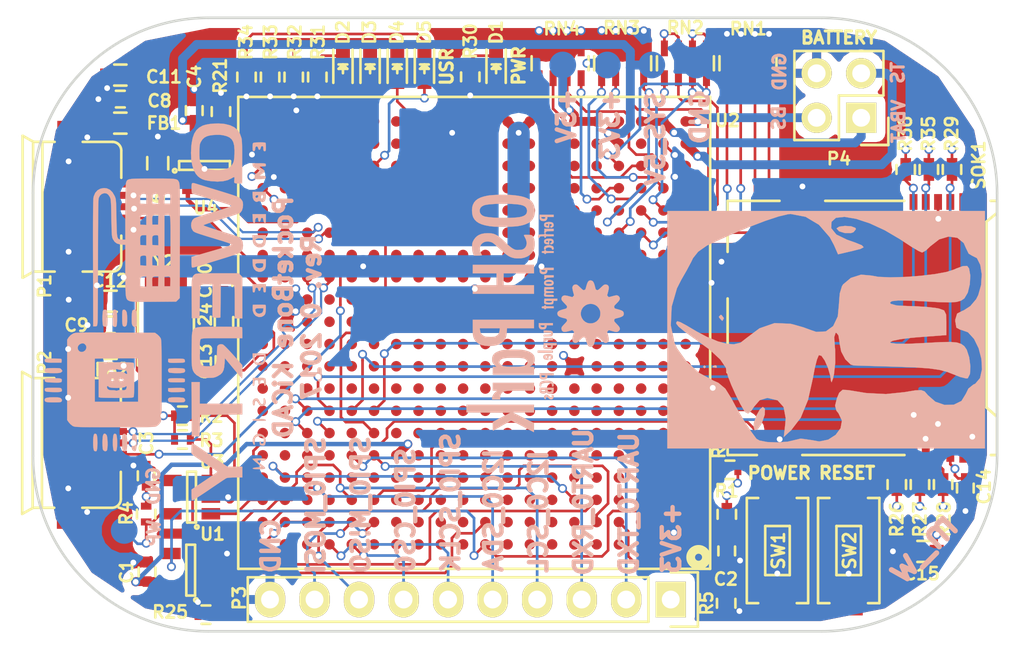
<source format=kicad_pcb>
(kicad_pcb (version 4) (host pcbnew "(2015-08-07 BZR 6071, Git 6018bb6)-product")
  (layers (0 F.Cu signal) (1 In1.Cu power) (2 In2.Cu power) (31 B.Cu signal) (34 B.Paste user) (35 F.Paste user) (36 B.SilkS user) (37 F.SilkS user) (38 B.Mask user) (39 F.Mask user) (44 Edge.Cuts user))
  (net 0 "")
  (net 1 GND)
  (net 2 "Net-(U2-PadA2)")
  (net 3 "Net-(U2-PadA3)")
  (net 4 "Net-(U2-PadA4)")
  (net 5 "Net-(U2-PadA5)")
  (net 6 "Net-(U2-PadA6)")
  (net 7 "Net-(U2-PadA7)")
  (net 8 "Net-(U2-PadA8)")
  (net 9 "Net-(U2-PadA9)")
  (net 10 "Net-(C2-Pad1)")
  (net 11 "Net-(U2-PadA11)")
  (net 12 "Net-(U2-PadA12)")
  (net 13 "Net-(U2-PadA13)")
  (net 14 "Net-(U2-PadA14)")
  (net 15 "Net-(U2-PadA15)")
  (net 16 "Net-(U2-PadA18)")
  (net 17 "Net-(U2-PadA19)")
  (net 18 PMIC_PGOOD)
  (net 19 "Net-(U2-PadB2)")
  (net 20 "Net-(U2-PadB20)")
  (net 21 "Net-(U2-PadB3)")
  (net 22 "Net-(R5-Pad1)")
  (net 23 "Net-(U2-PadB1)")
  (net 24 "Net-(U2-PadB6)")
  (net 25 "Net-(U2-PadB7)")
  (net 26 "Net-(U2-PadB8)")
  (net 27 "Net-(U2-PadB9)")
  (net 28 TRSTN)
  (net 29 "Net-(U2-PadB11)")
  (net 30 "Net-(U2-PadB12)")
  (net 31 "Net-(U2-PadB13)")
  (net 32 "Net-(U2-PadB14)")
  (net 33 "Net-(U2-PadB18)")
  (net 34 "Net-(U2-PadC2)")
  (net 35 "Net-(U2-PadC3)")
  (net 36 "Net-(U2-PadC4)")
  (net 37 "Net-(U2-PadC1)")
  (net 38 "Net-(U2-PadC6)")
  (net 39 "Net-(U2-PadC7)")
  (net 40 "Net-(U2-PadC8)")
  (net 41 "Net-(U2-PadC9)")
  (net 42 "Net-(U2-PadC10)")
  (net 43 "Net-(U2-PadC11)")
  (net 44 "Net-(U2-PadC12)")
  (net 45 "Net-(U2-PadC13)")
  (net 46 "Net-(U2-PadC14)")
  (net 47 MMC0_CD)
  (net 48 I2C0_SCL)
  (net 49 I2C0_SDA)
  (net 50 "Net-(U2-PadC18)")
  (net 51 "Net-(U2-PadD2)")
  (net 52 "Net-(U2-PadD5)")
  (net 53 "Net-(U2-PadD3)")
  (net 54 "Net-(U2-PadD4)")
  (net 55 "Net-(U2-PadD1)")
  (net 56 "Net-(U2-PadD6)")
  (net 57 "Net-(U2-PadD7)")
  (net 58 "Net-(U2-PadD8)")
  (net 59 "Net-(U2-PadD9)")
  (net 60 VDD_1V8)
  (net 61 "Net-(U2-PadD11)")
  (net 62 "Net-(U2-PadD12)")
  (net 63 "Net-(U2-PadD13)")
  (net 64 "Net-(U2-PadD14)")
  (net 65 "Net-(U2-PadD15)")
  (net 66 "Net-(U2-PadD16)")
  (net 67 "Net-(U2-PadD17)")
  (net 68 "Net-(U2-PadD18)")
  (net 69 "Net-(SW1-Pad2)")
  (net 70 "Net-(U2-PadE2)")
  (net 71 "Net-(U2-PadE5)")
  (net 72 "Net-(U2-PadE3)")
  (net 73 "Net-(U2-PadE4)")
  (net 74 "Net-(U2-PadE1)")
  (net 75 "Net-(U2-PadE6)")
  (net 76 "Net-(U2-PadE7)")
  (net 77 "Net-(U2-PadE8)")
  (net 78 "Net-(U2-PadE10)")
  (net 79 "Net-(U2-PadE11)")
  (net 80 "Net-(U2-PadE12)")
  (net 81 "Net-(U2-PadE13)")
  (net 82 VDD_RTC)
  (net 83 "Net-(U2-PadE17)")
  (net 84 "Net-(U2-PadE18)")
  (net 85 "Net-(U2-PadE19)")
  (net 86 "Net-(U2-PadE20)")
  (net 87 "Net-(U2-PadF2)")
  (net 88 "Net-(U2-PadF5)")
  (net 89 "Net-(U2-PadF3)")
  (net 90 "Net-(U2-PadF4)")
  (net 91 "Net-(U2-PadF1)")
  (net 92 "Net-(U2-PadF6)")
  (net 93 "Net-(U2-PadF7)")
  (net 94 "Net-(U2-PadF8)")
  (net 95 "Net-(U2-PadF9)")
  (net 96 "Net-(U2-PadF10)")
  (net 97 "Net-(U2-PadF11)")
  (net 98 "Net-(U2-PadF12)")
  (net 99 "Net-(U2-PadF13)")
  (net 100 "Net-(U2-PadF14)")
  (net 101 USB1_DRVVBUS)
  (net 102 "Net-(U2-PadF16)")
  (net 103 MMC0_DAT3)
  (net 104 MMC0_DAT2)
  (net 105 "Net-(U2-PadF19)")
  (net 106 "Net-(U2-PadG2)")
  (net 107 "Net-(U2-PadG5)")
  (net 108 "Net-(U2-PadG3)")
  (net 109 "Net-(U2-PadG4)")
  (net 110 "Net-(U2-PadG1)")
  (net 111 "Net-(U2-PadG6)")
  (net 112 "Net-(U2-PadG7)")
  (net 113 "Net-(U2-PadG8)")
  (net 114 "Net-(U2-PadG9)")
  (net 115 "Net-(U2-PadG10)")
  (net 116 "Net-(U2-PadG11)")
  (net 117 "Net-(U2-PadG12)")
  (net 118 "Net-(U2-PadG13)")
  (net 119 "Net-(U2-PadG14)")
  (net 120 MMC0_DAT1)
  (net 121 MMC0_DAT0)
  (net 122 MMC0_CLK)
  (net 123 MMC0_CMD)
  (net 124 "Net-(U2-PadG19)")
  (net 125 "Net-(U2-PadH2)")
  (net 126 "Net-(U2-PadH5)")
  (net 127 "Net-(U2-PadH3)")
  (net 128 "Net-(U2-PadH4)")
  (net 129 "Net-(U2-PadH1)")
  (net 130 "Net-(U2-PadH6)")
  (net 131 "Net-(U2-PadH7)")
  (net 132 "Net-(U2-PadH8)")
  (net 133 "Net-(U2-PadH9)")
  (net 134 "Net-(U2-PadH10)")
  (net 135 "Net-(U2-PadH11)")
  (net 136 "Net-(U2-PadH12)")
  (net 137 "Net-(U2-PadH13)")
  (net 138 "Net-(U2-PadH14)")
  (net 139 "Net-(U2-PadH15)")
  (net 140 "Net-(U2-PadH16)")
  (net 141 "Net-(U2-PadH17)")
  (net 142 "Net-(U2-PadH18)")
  (net 143 "Net-(U2-PadH19)")
  (net 144 "Net-(U2-PadJ2)")
  (net 145 "Net-(U2-PadJ5)")
  (net 146 "Net-(U2-PadJ3)")
  (net 147 "Net-(U2-PadJ4)")
  (net 148 "Net-(U2-PadJ1)")
  (net 149 "Net-(U2-PadJ7)")
  (net 150 "Net-(U2-PadJ8)")
  (net 151 "Net-(U2-PadJ9)")
  (net 152 "Net-(U2-PadJ10)")
  (net 153 "Net-(U2-PadJ11)")
  (net 154 "Net-(U2-PadJ12)")
  (net 155 "Net-(U2-PadJ13)")
  (net 156 "Net-(U2-PadJ14)")
  (net 157 "Net-(U2-PadJ15)")
  (net 158 "Net-(U2-PadJ16)")
  (net 159 "Net-(U2-PadJ17)")
  (net 160 "Net-(U2-PadJ18)")
  (net 161 "Net-(U2-PadJ19)")
  (net 162 "Net-(U2-PadJ20)")
  (net 163 "Net-(U2-PadK2)")
  (net 164 "Net-(U2-PadK5)")
  (net 165 "Net-(U2-PadK3)")
  (net 166 "Net-(U2-PadK4)")
  (net 167 "Net-(U2-PadK1)")
  (net 168 "Net-(U2-PadK6)")
  (net 169 "Net-(U2-PadK7)")
  (net 170 "Net-(U2-PadK8)")
  (net 171 "Net-(U2-PadK9)")
  (net 172 "Net-(U2-PadK10)")
  (net 173 "Net-(U2-PadK11)")
  (net 174 "Net-(U2-PadK12)")
  (net 175 "Net-(U2-PadK13)")
  (net 176 "Net-(U2-PadK14)")
  (net 177 "Net-(U2-PadK15)")
  (net 178 "Net-(U2-PadK16)")
  (net 179 "Net-(U2-PadK17)")
  (net 180 "Net-(U2-PadK18)")
  (net 181 "Net-(U2-PadK19)")
  (net 182 "Net-(C13-Pad1)")
  (net 183 "Net-(U2-PadL13)")
  (net 184 "Net-(U2-PadL11)")
  (net 185 "Net-(U2-PadL12)")
  (net 186 "Net-(U2-PadL10)")
  (net 187 "Net-(U2-PadL8)")
  (net 188 "Net-(U2-PadL9)")
  (net 189 "Net-(U2-PadL7)")
  (net 190 "Net-(U2-PadL3)")
  (net 191 "Net-(U2-PadL1)")
  (net 192 "Net-(U2-PadL2)")
  (net 193 "Net-(U2-PadL4)")
  (net 194 "Net-(U2-PadL5)")
  (net 195 "Net-(U2-PadL6)")
  (net 196 "Net-(U2-PadL15)")
  (net 197 "Net-(U2-PadL16)")
  (net 198 "Net-(U2-PadL14)")
  (net 199 "Net-(U2-PadL17)")
  (net 200 "Net-(U2-PadL18)")
  (net 201 OSC0_GND)
  (net 202 "Net-(U2-PadM13)")
  (net 203 "Net-(U2-PadM11)")
  (net 204 "Net-(U2-PadM12)")
  (net 205 "Net-(U2-PadM8)")
  (net 206 "Net-(U2-PadM9)")
  (net 207 "Net-(U2-PadM7)")
  (net 208 "Net-(U2-PadM3)")
  (net 209 "Net-(U2-PadM1)")
  (net 210 "Net-(U2-PadM2)")
  (net 211 "Net-(U2-PadM4)")
  (net 212 "Net-(U2-PadM5)")
  (net 213 "Net-(U2-PadM6)")
  (net 214 "Net-(U2-PadM15)")
  (net 215 "Net-(U2-PadM16)")
  (net 216 "Net-(U2-PadM14)")
  (net 217 "Net-(U2-PadM17)")
  (net 218 "Net-(U2-PadM18)")
  (net 219 "Net-(C10-Pad1)")
  (net 220 "Net-(U2-PadN13)")
  (net 221 "Net-(U2-PadN11)")
  (net 222 "Net-(U2-PadN12)")
  (net 223 "Net-(U2-PadN10)")
  (net 224 "Net-(U2-PadN8)")
  (net 225 "Net-(U2-PadN9)")
  (net 226 "Net-(U2-PadN3)")
  (net 227 "Net-(U2-PadN1)")
  (net 228 "Net-(U2-PadN2)")
  (net 229 "Net-(U2-PadN4)")
  (net 230 "Net-(U2-PadN5)")
  (net 231 "Net-(U2-PadN6)")
  (net 232 "Net-(U2-PadN15)")
  (net 233 "Net-(U2-PadN16)")
  (net 234 "Net-(U2-PadN14)")
  (net 235 "Net-(U2-PadN19)")
  (net 236 "Net-(U2-PadN20)")
  (net 237 "Net-(U2-PadP13)")
  (net 238 "Net-(U2-PadP11)")
  (net 239 "Net-(U2-PadP12)")
  (net 240 "Net-(U2-PadP10)")
  (net 241 "Net-(U2-PadP8)")
  (net 242 "Net-(U2-PadP9)")
  (net 243 "Net-(U2-PadP7)")
  (net 244 "Net-(U2-PadP3)")
  (net 245 "Net-(U2-PadP1)")
  (net 246 "Net-(U2-PadP2)")
  (net 247 "Net-(U2-PadP4)")
  (net 248 "Net-(U2-PadP5)")
  (net 249 "Net-(U2-PadP6)")
  (net 250 USB0_VBUS)
  (net 251 USB0_ID)
  (net 252 "Net-(U2-PadP14)")
  (net 253 USB1_ID)
  (net 254 "Net-(U2-PadP18)")
  (net 255 "Net-(U2-PadP19)")
  (net 256 "Net-(U2-PadP20)")
  (net 257 "Net-(U2-PadR13)")
  (net 258 "Net-(U2-PadR11)")
  (net 259 "Net-(U2-PadR12)")
  (net 260 "Net-(U2-PadR10)")
  (net 261 "Net-(U2-PadR8)")
  (net 262 "Net-(U2-PadR9)")
  (net 263 "Net-(U2-PadR7)")
  (net 264 "Net-(U2-PadR5)")
  (net 265 "Net-(U2-PadR6)")
  (net 266 "Net-(U2-PadR15)")
  (net 267 "Net-(U2-PadR16)")
  (net 268 "Net-(U2-PadR14)")
  (net 269 "Net-(U2-PadR19)")
  (net 270 "Net-(U2-PadR20)")
  (net 271 "Net-(U2-PadT13)")
  (net 272 "Net-(U2-PadT11)")
  (net 273 "Net-(U2-PadT12)")
  (net 274 "Net-(U2-PadT10)")
  (net 275 "Net-(U2-PadT8)")
  (net 276 "Net-(U2-PadT9)")
  (net 277 "Net-(U2-PadT7)")
  (net 278 "Net-(U2-PadT6)")
  (net 279 USR2_LED)
  (net 280 "Net-(U2-PadT16)")
  (net 281 "Net-(U2-PadT14)")
  (net 282 "Net-(U2-PadT17)")
  (net 283 USB1_VBUS)
  (net 284 "Net-(U2-PadT19)")
  (net 285 "Net-(U2-PadT20)")
  (net 286 "Net-(U2-PadU13)")
  (net 287 "Net-(U2-PadU11)")
  (net 288 "Net-(U2-PadU12)")
  (net 289 "Net-(U2-PadU10)")
  (net 290 "Net-(U2-PadU8)")
  (net 291 "Net-(U2-PadU9)")
  (net 292 "Net-(U2-PadU7)")
  (net 293 "Net-(U2-PadU5)")
  (net 294 "Net-(U2-PadU6)")
  (net 295 USR1_LED)
  (net 296 "Net-(U2-PadU16)")
  (net 297 "Net-(U2-PadU14)")
  (net 298 "Net-(U2-PadU17)")
  (net 299 "Net-(U2-PadU18)")
  (net 300 "Net-(U2-PadU19)")
  (net 301 +3V3)
  (net 302 "Net-(U2-PadV13)")
  (net 303 "Net-(U2-PadV11)")
  (net 304 "Net-(U2-PadV12)")
  (net 305 "Net-(U2-PadV10)")
  (net 306 "Net-(U2-PadV8)")
  (net 307 "Net-(U2-PadV9)")
  (net 308 "Net-(U2-PadV7)")
  (net 309 "Net-(U2-PadV5)")
  (net 310 "Net-(U2-PadV6)")
  (net 311 USR0_LED)
  (net 312 USR3_LED)
  (net 313 "Net-(U2-PadV14)")
  (net 314 "Net-(U2-PadV17)")
  (net 315 "Net-(U2-PadV18)")
  (net 316 "Net-(U2-PadW10)")
  (net 317 "Net-(U2-PadW9)")
  (net 318 "Net-(U2-PadW8)")
  (net 319 SYS_5V)
  (net 320 "Net-(U2-PadW3)")
  (net 321 "Net-(U2-PadW5)")
  (net 322 "Net-(U2-PadW7)")
  (net 323 "Net-(U2-PadW6)")
  (net 324 "Net-(U2-PadW16)")
  (net 325 "Net-(U2-PadW15)")
  (net 326 "Net-(U2-PadW13)")
  (net 327 "Net-(U2-PadW14)")
  (net 328 "Net-(U2-PadW12)")
  (net 329 "Net-(U2-PadW19)")
  (net 330 "Net-(U2-PadW18)")
  (net 331 "Net-(U2-PadW17)")
  (net 332 "Net-(U2-PadY10)")
  (net 333 +5V)
  (net 334 "Net-(U2-PadY7)")
  (net 335 "Net-(U2-PadY16)")
  (net 336 "Net-(U2-PadY15)")
  (net 337 "Net-(U2-PadY13)")
  (net 338 "Net-(U2-PadY14)")
  (net 339 "Net-(U2-PadY12)")
  (net 340 3P3AUX)
  (net 341 "Net-(U2-PadY19)")
  (net 342 "Net-(U2-PadY17)")
  (net 343 "Net-(U2-PadY20)")
  (net 344 "Net-(R4-Pad2)")
  (net 345 "Net-(U4-Pad3)")
  (net 346 "Net-(U1-Pad1)")
  (net 347 "Net-(D1-Pad1)")
  (net 348 "Net-(D2-Pad1)")
  (net 349 "Net-(D3-Pad1)")
  (net 350 "Net-(D4-Pad1)")
  (net 351 "Net-(D5-Pad1)")
  (net 352 "Net-(FB1-Pad2)")
  (net 353 "Net-(FB2-Pad2)")
  (net 354 USB1_D_N)
  (net 355 USB1_D_P)
  (net 356 USB0_D_N)
  (net 357 USB0_D_P)
  (net 358 "Net-(U2-PadF20)")
  (net 359 "Net-(U2-PadG20)")
  (net 360 "Net-(U2-PadH20)")
  (net 361 UART0_TXD)
  (net 362 UART0_RXD)
  (net 363 SPI_CS0)
  (net 364 SPI_CLK)
  (net 365 SPI_MOSI)
  (net 366 SPI_MISO)
  (net 367 "Net-(RN1-Pad8)")
  (net 368 "Net-(RN1-Pad7)")
  (net 369 "Net-(RN1-Pad6)")
  (net 370 "Net-(RN1-Pad5)")
  (net 371 "Net-(RN2-Pad2)")
  (net 372 "Net-(RN2-Pad3)")
  (net 373 "Net-(RN2-Pad1)")
  (net 374 "Net-(RN2-Pad4)")
  (net 375 "Net-(RN3-Pad8)")
  (net 376 "Net-(RN3-Pad7)")
  (net 377 "Net-(RN3-Pad6)")
  (net 378 "Net-(RN3-Pad5)")
  (net 379 "Net-(RN4-Pad8)")
  (net 380 "Net-(RN4-Pad7)")
  (net 381 "Net-(RN4-Pad6)")
  (net 382 "Net-(RN4-Pad5)")
  (net 383 VBAT)
  (net 384 TS)
  (net 385 BAT_SENSE)
  (module Resistors_SMD:R_0402 (layer F.Cu) (at 145.72742 120.71858 180)
    (fp_text reference R37 (at 0.635 1.64592 270) (layer F.SilkS) (effects (font (size 0.7 0.7))))
    (fp_text value 10K)
    (pad 1 smd rect (at -0.45 0 180) (size 0.4 0.6) (layers F.Cu F.Paste F.Mask) (net 301 +3V3))
    (pad 2 smd rect (at 0.45 0 180) (size 0.4 0.6) (layers F.Cu F.Paste F.Mask) (net 47 MMC0_CD))
  )
  (module pocketbone-kicad:BGA-400-1-27mm (layer F.Cu) (at 131.13512 112.90554 90)
    (fp_text reference U2 (at 12.1158 14.4526 180) (layer F.SilkS) (effects (font (size 0.7 0.7))))
    (fp_text value OSD3358)
    (pad A1 smd circle (at -12.065 12.065 180) (size 0.6 0.6) (layers F.Cu F.Paste F.Mask) (net 1 GND))
    (pad A2 smd circle (at -12.065 10.795 180) (size 0.6 0.6) (layers F.Cu F.Paste F.Mask) (net 2 "Net-(U2-PadA2)"))
    (pad A3 smd circle (at -12.065 9.525 180) (size 0.6 0.6) (layers F.Cu F.Paste F.Mask) (net 3 "Net-(U2-PadA3)"))
    (pad A4 smd circle (at -12.065 8.255 180) (size 0.6 0.6) (layers F.Cu F.Paste F.Mask) (net 4 "Net-(U2-PadA4)"))
    (pad A5 smd circle (at -12.065 6.985 180) (size 0.6 0.6) (layers F.Cu F.Paste F.Mask) (net 5 "Net-(U2-PadA5)"))
    (pad A6 smd circle (at -12.065 5.715 180) (size 0.6 0.6) (layers F.Cu F.Paste F.Mask) (net 6 "Net-(U2-PadA6)"))
    (pad A7 smd circle (at -12.065 4.445 180) (size 0.6 0.6) (layers F.Cu F.Paste F.Mask) (net 7 "Net-(U2-PadA7)"))
    (pad A8 smd circle (at -12.065 3.175 180) (size 0.6 0.6) (layers F.Cu F.Paste F.Mask) (net 8 "Net-(U2-PadA8)"))
    (pad A9 smd circle (at -12.065 1.905 180) (size 0.6 0.6) (layers F.Cu F.Paste F.Mask) (net 9 "Net-(U2-PadA9)"))
    (pad A10 smd circle (at -12.065 0.635 180) (size 0.6 0.6) (layers F.Cu F.Paste F.Mask) (net 10 "Net-(C2-Pad1)"))
    (pad A11 smd circle (at -12.065 -0.635 180) (size 0.6 0.6) (layers F.Cu F.Paste F.Mask) (net 11 "Net-(U2-PadA11)"))
    (pad A12 smd circle (at -12.065 -1.905 180) (size 0.6 0.6) (layers F.Cu F.Paste F.Mask) (net 12 "Net-(U2-PadA12)"))
    (pad A13 smd circle (at -12.065 -3.175 180) (size 0.6 0.6) (layers F.Cu F.Paste F.Mask) (net 13 "Net-(U2-PadA13)"))
    (pad A14 smd circle (at -12.065 -4.445 180) (size 0.6 0.6) (layers F.Cu F.Paste F.Mask) (net 14 "Net-(U2-PadA14)"))
    (pad A15 smd circle (at -12.065 -5.715 180) (size 0.6 0.6) (layers F.Cu F.Paste F.Mask) (net 15 "Net-(U2-PadA15)"))
    (pad A16 smd circle (at -12.065 -6.985 180) (size 0.6 0.6) (layers F.Cu F.Paste F.Mask) (net 363 SPI_CS0))
    (pad A17 smd circle (at -12.065 -8.255 180) (size 0.6 0.6) (layers F.Cu F.Paste F.Mask) (net 364 SPI_CLK))
    (pad A18 smd circle (at -12.065 -9.525 180) (size 0.6 0.6) (layers F.Cu F.Paste F.Mask) (net 16 "Net-(U2-PadA18)"))
    (pad A19 smd circle (at -12.065 -10.795 180) (size 0.6 0.6) (layers F.Cu F.Paste F.Mask) (net 17 "Net-(U2-PadA19)"))
    (pad A20 smd circle (at -12.065 -12.065 180) (size 0.6 0.6) (layers F.Cu F.Paste F.Mask) (net 18 PMIC_PGOOD))
    (pad B2 smd circle (at -10.795 10.795 180) (size 0.6 0.6) (layers F.Cu F.Paste F.Mask) (net 19 "Net-(U2-PadB2)"))
    (pad B5 smd circle (at -10.795 6.985 180) (size 0.6 0.6) (layers F.Cu F.Paste F.Mask) (net 20 "Net-(U2-PadB20)"))
    (pad B3 smd circle (at -10.795 9.525 180) (size 0.6 0.6) (layers F.Cu F.Paste F.Mask) (net 21 "Net-(U2-PadB3)"))
    (pad B4 smd circle (at -10.795 8.255 180) (size 0.6 0.6) (layers F.Cu F.Paste F.Mask) (net 22 "Net-(R5-Pad1)"))
    (pad B1 smd circle (at -10.795 12.065 180) (size 0.6 0.6) (layers F.Cu F.Paste F.Mask) (net 23 "Net-(U2-PadB1)"))
    (pad B6 smd circle (at -10.795 5.715 180) (size 0.6 0.6) (layers F.Cu F.Paste F.Mask) (net 24 "Net-(U2-PadB6)"))
    (pad B7 smd circle (at -10.795 4.445 180) (size 0.6 0.6) (layers F.Cu F.Paste F.Mask) (net 25 "Net-(U2-PadB7)"))
    (pad B8 smd circle (at -10.795 3.175 180) (size 0.6 0.6) (layers F.Cu F.Paste F.Mask) (net 26 "Net-(U2-PadB8)"))
    (pad B9 smd circle (at -10.795 1.905 180) (size 0.6 0.6) (layers F.Cu F.Paste F.Mask) (net 27 "Net-(U2-PadB9)"))
    (pad B10 smd circle (at -10.795 0.635 180) (size 0.6 0.6) (layers F.Cu F.Paste F.Mask) (net 28 TRSTN))
    (pad B11 smd circle (at -10.795 -0.635 180) (size 0.6 0.6) (layers F.Cu F.Paste F.Mask) (net 29 "Net-(U2-PadB11)"))
    (pad B12 smd circle (at -10.795 -1.905 180) (size 0.6 0.6) (layers F.Cu F.Paste F.Mask) (net 30 "Net-(U2-PadB12)"))
    (pad B13 smd circle (at -10.795 -3.175 180) (size 0.6 0.6) (layers F.Cu F.Paste F.Mask) (net 31 "Net-(U2-PadB13)"))
    (pad B14 smd circle (at -10.795 -4.445 180) (size 0.6 0.6) (layers F.Cu F.Paste F.Mask) (net 32 "Net-(U2-PadB14)"))
    (pad B15 smd circle (at -10.795 -5.715 180) (size 0.6 0.6) (layers F.Cu F.Paste F.Mask) (net 18 PMIC_PGOOD))
    (pad B16 smd circle (at -10.795 -6.985 180) (size 0.6 0.6) (layers F.Cu F.Paste F.Mask) (net 365 SPI_MOSI))
    (pad B17 smd circle (at -10.795 -8.255 180) (size 0.6 0.6) (layers F.Cu F.Paste F.Mask) (net 366 SPI_MISO))
    (pad B18 smd circle (at -10.795 -9.525 180) (size 0.6 0.6) (layers F.Cu F.Paste F.Mask) (net 33 "Net-(U2-PadB18)"))
    (pad B19 smd circle (at -10.795 -10.795 180) (size 0.6 0.6) (layers F.Cu F.Paste F.Mask) (net 33 "Net-(U2-PadB18)"))
    (pad B20 smd circle (at -10.795 -12.065 180) (size 0.6 0.6) (layers F.Cu F.Paste F.Mask) (net 20 "Net-(U2-PadB20)"))
    (pad C2 smd circle (at -9.525 10.795 180) (size 0.6 0.6) (layers F.Cu F.Paste F.Mask) (net 34 "Net-(U2-PadC2)"))
    (pad C5 smd circle (at -9.525 6.985 180) (size 0.6 0.6) (layers F.Cu F.Paste F.Mask) (net 17 "Net-(U2-PadA19)"))
    (pad C3 smd circle (at -9.525 9.525 180) (size 0.6 0.6) (layers F.Cu F.Paste F.Mask) (net 35 "Net-(U2-PadC3)"))
    (pad C4 smd circle (at -9.525 8.255 180) (size 0.6 0.6) (layers F.Cu F.Paste F.Mask) (net 36 "Net-(U2-PadC4)"))
    (pad C1 smd circle (at -9.525 12.065 180) (size 0.6 0.6) (layers F.Cu F.Paste F.Mask) (net 37 "Net-(U2-PadC1)"))
    (pad C6 smd circle (at -9.525 5.715 180) (size 0.6 0.6) (layers F.Cu F.Paste F.Mask) (net 38 "Net-(U2-PadC6)"))
    (pad C7 smd circle (at -9.525 4.445 180) (size 0.6 0.6) (layers F.Cu F.Paste F.Mask) (net 39 "Net-(U2-PadC7)"))
    (pad C8 smd circle (at -9.525 3.175 180) (size 0.6 0.6) (layers F.Cu F.Paste F.Mask) (net 40 "Net-(U2-PadC8)"))
    (pad C9 smd circle (at -9.525 1.905 180) (size 0.6 0.6) (layers F.Cu F.Paste F.Mask) (net 41 "Net-(U2-PadC9)"))
    (pad C10 smd circle (at -9.525 0.635 180) (size 0.6 0.6) (layers F.Cu F.Paste F.Mask) (net 42 "Net-(U2-PadC10)"))
    (pad C11 smd circle (at -9.525 -0.635 180) (size 0.6 0.6) (layers F.Cu F.Paste F.Mask) (net 43 "Net-(U2-PadC11)"))
    (pad C12 smd circle (at -9.525 -1.905 180) (size 0.6 0.6) (layers F.Cu F.Paste F.Mask) (net 44 "Net-(U2-PadC12)"))
    (pad C13 smd circle (at -9.525 -3.175 180) (size 0.6 0.6) (layers F.Cu F.Paste F.Mask) (net 45 "Net-(U2-PadC13)"))
    (pad C14 smd circle (at -9.525 -4.445 180) (size 0.6 0.6) (layers F.Cu F.Paste F.Mask) (net 46 "Net-(U2-PadC14)"))
    (pad C15 smd circle (at -9.525 -5.715 180) (size 0.6 0.6) (layers F.Cu F.Paste F.Mask) (net 47 MMC0_CD))
    (pad C16 smd circle (at -9.525 -6.985 180) (size 0.6 0.6) (layers F.Cu F.Paste F.Mask) (net 48 I2C0_SCL))
    (pad C17 smd circle (at -9.525 -8.255 180) (size 0.6 0.6) (layers F.Cu F.Paste F.Mask) (net 49 I2C0_SDA))
    (pad C18 smd circle (at -9.525 -9.525 180) (size 0.6 0.6) (layers F.Cu F.Paste F.Mask) (net 50 "Net-(U2-PadC18)"))
    (pad C19 smd circle (at -9.525 -10.795 180) (size 0.6 0.6) (layers F.Cu F.Paste F.Mask) (net 49 I2C0_SDA))
    (pad C20 smd circle (at -9.525 -12.065 180) (size 0.6 0.6) (layers F.Cu F.Paste F.Mask) (net 48 I2C0_SCL))
    (pad D2 smd circle (at -8.255 10.795 180) (size 0.6 0.6) (layers F.Cu F.Paste F.Mask) (net 51 "Net-(U2-PadD2)"))
    (pad D5 smd circle (at -8.255 6.985 180) (size 0.6 0.6) (layers F.Cu F.Paste F.Mask) (net 52 "Net-(U2-PadD5)"))
    (pad D3 smd circle (at -8.255 9.525 180) (size 0.6 0.6) (layers F.Cu F.Paste F.Mask) (net 53 "Net-(U2-PadD3)"))
    (pad D4 smd circle (at -8.255 8.255 180) (size 0.6 0.6) (layers F.Cu F.Paste F.Mask) (net 54 "Net-(U2-PadD4)"))
    (pad D1 smd circle (at -8.255 12.065 180) (size 0.6 0.6) (layers F.Cu F.Paste F.Mask) (net 55 "Net-(U2-PadD1)"))
    (pad D6 smd circle (at -8.255 5.715 180) (size 0.6 0.6) (layers F.Cu F.Paste F.Mask) (net 56 "Net-(U2-PadD6)"))
    (pad D7 smd circle (at -8.255 4.445 180) (size 0.6 0.6) (layers F.Cu F.Paste F.Mask) (net 57 "Net-(U2-PadD7)"))
    (pad D8 smd circle (at -8.255 3.175 180) (size 0.6 0.6) (layers F.Cu F.Paste F.Mask) (net 58 "Net-(U2-PadD8)"))
    (pad D9 smd circle (at -8.255 1.905 180) (size 0.6 0.6) (layers F.Cu F.Paste F.Mask) (net 59 "Net-(U2-PadD9)"))
    (pad D10 smd circle (at -8.255 0.635 180) (size 0.6 0.6) (layers F.Cu F.Paste F.Mask) (net 60 VDD_1V8))
    (pad D11 smd circle (at -8.255 -0.635 180) (size 0.6 0.6) (layers F.Cu F.Paste F.Mask) (net 61 "Net-(U2-PadD11)"))
    (pad D12 smd circle (at -8.255 -1.905 180) (size 0.6 0.6) (layers F.Cu F.Paste F.Mask) (net 62 "Net-(U2-PadD12)"))
    (pad D13 smd circle (at -8.255 -3.175 180) (size 0.6 0.6) (layers F.Cu F.Paste F.Mask) (net 63 "Net-(U2-PadD13)"))
    (pad D14 smd circle (at -8.255 -4.445 180) (size 0.6 0.6) (layers F.Cu F.Paste F.Mask) (net 64 "Net-(U2-PadD14)"))
    (pad D15 smd circle (at -8.255 -5.715 180) (size 0.6 0.6) (layers F.Cu F.Paste F.Mask) (net 65 "Net-(U2-PadD15)"))
    (pad D16 smd circle (at -8.255 -6.985 180) (size 0.6 0.6) (layers F.Cu F.Paste F.Mask) (net 66 "Net-(U2-PadD16)"))
    (pad D17 smd circle (at -8.255 -8.255 180) (size 0.6 0.6) (layers F.Cu F.Paste F.Mask) (net 67 "Net-(U2-PadD17)"))
    (pad D18 smd circle (at -8.255 -9.525 180) (size 0.6 0.6) (layers F.Cu F.Paste F.Mask) (net 68 "Net-(U2-PadD18)"))
    (pad D19 smd circle (at -8.255 -10.795 180) (size 0.6 0.6) (layers F.Cu F.Paste F.Mask) (net 38 "Net-(U2-PadC6)"))
    (pad D20 smd circle (at -8.255 -12.065 180) (size 0.6 0.6) (layers F.Cu F.Paste F.Mask) (net 69 "Net-(SW1-Pad2)"))
    (pad E2 smd circle (at -6.985 10.795 180) (size 0.6 0.6) (layers F.Cu F.Paste F.Mask) (net 70 "Net-(U2-PadE2)"))
    (pad E5 smd circle (at -6.985 6.985 180) (size 0.6 0.6) (layers F.Cu F.Paste F.Mask) (net 71 "Net-(U2-PadE5)"))
    (pad E3 smd circle (at -6.985 9.525 180) (size 0.6 0.6) (layers F.Cu F.Paste F.Mask) (net 72 "Net-(U2-PadE3)"))
    (pad E4 smd circle (at -6.985 8.255 180) (size 0.6 0.6) (layers F.Cu F.Paste F.Mask) (net 73 "Net-(U2-PadE4)"))
    (pad E1 smd circle (at -6.985 12.065 180) (size 0.6 0.6) (layers F.Cu F.Paste F.Mask) (net 74 "Net-(U2-PadE1)"))
    (pad E6 smd circle (at -6.985 5.715 180) (size 0.6 0.6) (layers F.Cu F.Paste F.Mask) (net 75 "Net-(U2-PadE6)"))
    (pad E7 smd circle (at -6.985 4.445 180) (size 0.6 0.6) (layers F.Cu F.Paste F.Mask) (net 76 "Net-(U2-PadE7)"))
    (pad E8 smd circle (at -6.985 3.175 180) (size 0.6 0.6) (layers F.Cu F.Paste F.Mask) (net 77 "Net-(U2-PadE8)"))
    (pad E9 smd circle (at -6.985 1.905 180) (size 0.6 0.6) (layers F.Cu F.Paste F.Mask) (net 60 VDD_1V8))
    (pad E10 smd circle (at -6.985 0.635 180) (size 0.6 0.6) (layers F.Cu F.Paste F.Mask) (net 78 "Net-(U2-PadE10)"))
    (pad E11 smd circle (at -6.985 -0.635 180) (size 0.6 0.6) (layers F.Cu F.Paste F.Mask) (net 79 "Net-(U2-PadE11)"))
    (pad E12 smd circle (at -6.985 -1.905 180) (size 0.6 0.6) (layers F.Cu F.Paste F.Mask) (net 80 "Net-(U2-PadE12)"))
    (pad E13 smd circle (at -6.985 -3.175 180) (size 0.6 0.6) (layers F.Cu F.Paste F.Mask) (net 81 "Net-(U2-PadE13)"))
    (pad E14 smd circle (at -6.985 -4.445 180) (size 0.6 0.6) (layers F.Cu F.Paste F.Mask) (net 82 VDD_RTC))
    (pad E15 smd circle (at -6.985 -5.715 180) (size 0.6 0.6) (layers F.Cu F.Paste F.Mask) (net 362 UART0_RXD))
    (pad E16 smd circle (at -6.985 -6.985 180) (size 0.6 0.6) (layers F.Cu F.Paste F.Mask) (net 361 UART0_TXD))
    (pad E17 smd circle (at -6.985 -8.255 180) (size 0.6 0.6) (layers F.Cu F.Paste F.Mask) (net 83 "Net-(U2-PadE17)"))
    (pad E18 smd circle (at -6.985 -9.525 180) (size 0.6 0.6) (layers F.Cu F.Paste F.Mask) (net 84 "Net-(U2-PadE18)"))
    (pad E19 smd circle (at -6.985 -10.795 180) (size 0.6 0.6) (layers F.Cu F.Paste F.Mask) (net 85 "Net-(U2-PadE19)"))
    (pad E20 smd circle (at -6.985 -12.065 180) (size 0.6 0.6) (layers F.Cu F.Paste F.Mask) (net 86 "Net-(U2-PadE20)"))
    (pad F2 smd circle (at -5.715 10.795 180) (size 0.6 0.6) (layers F.Cu F.Paste F.Mask) (net 87 "Net-(U2-PadF2)"))
    (pad F5 smd circle (at -5.715 6.985 180) (size 0.6 0.6) (layers F.Cu F.Paste F.Mask) (net 88 "Net-(U2-PadF5)"))
    (pad F3 smd circle (at -5.715 9.525 180) (size 0.6 0.6) (layers F.Cu F.Paste F.Mask) (net 89 "Net-(U2-PadF3)"))
    (pad F4 smd circle (at -5.715 8.255 180) (size 0.6 0.6) (layers F.Cu F.Paste F.Mask) (net 90 "Net-(U2-PadF4)"))
    (pad F1 smd circle (at -5.715 12.065 180) (size 0.6 0.6) (layers F.Cu F.Paste F.Mask) (net 91 "Net-(U2-PadF1)"))
    (pad F6 smd circle (at -5.715 5.715 180) (size 0.6 0.6) (layers F.Cu F.Paste F.Mask) (net 92 "Net-(U2-PadF6)"))
    (pad F7 smd circle (at -5.715 4.445 180) (size 0.6 0.6) (layers F.Cu F.Paste F.Mask) (net 93 "Net-(U2-PadF7)"))
    (pad F8 smd circle (at -5.715 3.175 180) (size 0.6 0.6) (layers F.Cu F.Paste F.Mask) (net 94 "Net-(U2-PadF8)"))
    (pad F9 smd circle (at -5.715 1.905 180) (size 0.6 0.6) (layers F.Cu F.Paste F.Mask) (net 95 "Net-(U2-PadF9)"))
    (pad F10 smd circle (at -5.715 0.635 180) (size 0.6 0.6) (layers F.Cu F.Paste F.Mask) (net 96 "Net-(U2-PadF10)"))
    (pad F11 smd circle (at -5.715 -0.635 180) (size 0.6 0.6) (layers F.Cu F.Paste F.Mask) (net 97 "Net-(U2-PadF11)"))
    (pad F12 smd circle (at -5.715 -1.905 180) (size 0.6 0.6) (layers F.Cu F.Paste F.Mask) (net 98 "Net-(U2-PadF12)"))
    (pad F13 smd circle (at -5.715 -3.175 180) (size 0.6 0.6) (layers F.Cu F.Paste F.Mask) (net 99 "Net-(U2-PadF13)"))
    (pad F14 smd circle (at -5.715 -4.445 180) (size 0.6 0.6) (layers F.Cu F.Paste F.Mask) (net 100 "Net-(U2-PadF14)"))
    (pad F15 smd circle (at -5.715 -5.715 180) (size 0.6 0.6) (layers F.Cu F.Paste F.Mask) (net 101 USB1_DRVVBUS))
    (pad F16 smd circle (at -5.715 -6.985 180) (size 0.6 0.6) (layers F.Cu F.Paste F.Mask) (net 102 "Net-(U2-PadF16)"))
    (pad F17 smd circle (at -5.715 -8.255 180) (size 0.6 0.6) (layers F.Cu F.Paste F.Mask) (net 103 MMC0_DAT3))
    (pad F18 smd circle (at -5.715 -9.525 180) (size 0.6 0.6) (layers F.Cu F.Paste F.Mask) (net 104 MMC0_DAT2))
    (pad F19 smd circle (at -5.715 -10.795 180) (size 0.6 0.6) (layers F.Cu F.Paste F.Mask) (net 105 "Net-(U2-PadF19)"))
    (pad F20 smd circle (at -5.715 -12.065 180) (size 0.6 0.6) (layers F.Cu F.Paste F.Mask) (net 358 "Net-(U2-PadF20)"))
    (pad G2 smd circle (at -4.445 10.795 180) (size 0.6 0.6) (layers F.Cu F.Paste F.Mask) (net 106 "Net-(U2-PadG2)"))
    (pad G5 smd circle (at -4.445 6.985 180) (size 0.6 0.6) (layers F.Cu F.Paste F.Mask) (net 107 "Net-(U2-PadG5)"))
    (pad G3 smd circle (at -4.445 9.525 180) (size 0.6 0.6) (layers F.Cu F.Paste F.Mask) (net 108 "Net-(U2-PadG3)"))
    (pad G4 smd circle (at -4.445 8.255 180) (size 0.6 0.6) (layers F.Cu F.Paste F.Mask) (net 109 "Net-(U2-PadG4)"))
    (pad G1 smd circle (at -4.445 12.065 180) (size 0.6 0.6) (layers F.Cu F.Paste F.Mask) (net 110 "Net-(U2-PadG1)"))
    (pad G6 smd circle (at -4.445 5.715 180) (size 0.6 0.6) (layers F.Cu F.Paste F.Mask) (net 111 "Net-(U2-PadG6)"))
    (pad G7 smd circle (at -4.445 4.445 180) (size 0.6 0.6) (layers F.Cu F.Paste F.Mask) (net 112 "Net-(U2-PadG7)"))
    (pad G8 smd circle (at -4.445 3.175 180) (size 0.6 0.6) (layers F.Cu F.Paste F.Mask) (net 113 "Net-(U2-PadG8)"))
    (pad G9 smd circle (at -4.445 1.905 180) (size 0.6 0.6) (layers F.Cu F.Paste F.Mask) (net 114 "Net-(U2-PadG9)"))
    (pad G10 smd circle (at -4.445 0.635 180) (size 0.6 0.6) (layers F.Cu F.Paste F.Mask) (net 115 "Net-(U2-PadG10)"))
    (pad G11 smd circle (at -4.445 -0.635 180) (size 0.6 0.6) (layers F.Cu F.Paste F.Mask) (net 116 "Net-(U2-PadG11)"))
    (pad G12 smd circle (at -4.445 -1.905 180) (size 0.6 0.6) (layers F.Cu F.Paste F.Mask) (net 117 "Net-(U2-PadG12)"))
    (pad G13 smd circle (at -4.445 -3.175 180) (size 0.6 0.6) (layers F.Cu F.Paste F.Mask) (net 118 "Net-(U2-PadG13)"))
    (pad G14 smd circle (at -4.445 -4.445 180) (size 0.6 0.6) (layers F.Cu F.Paste F.Mask) (net 119 "Net-(U2-PadG14)"))
    (pad G15 smd circle (at -4.445 -5.715 180) (size 0.6 0.6) (layers F.Cu F.Paste F.Mask) (net 120 MMC0_DAT1))
    (pad G16 smd circle (at -4.445 -6.985 180) (size 0.6 0.6) (layers F.Cu F.Paste F.Mask) (net 121 MMC0_DAT0))
    (pad G17 smd circle (at -4.445 -8.255 180) (size 0.6 0.6) (layers F.Cu F.Paste F.Mask) (net 122 MMC0_CLK))
    (pad G18 smd circle (at -4.445 -9.525 180) (size 0.6 0.6) (layers F.Cu F.Paste F.Mask) (net 123 MMC0_CMD))
    (pad G19 smd circle (at -4.445 -10.795 180) (size 0.6 0.6) (layers F.Cu F.Paste F.Mask) (net 124 "Net-(U2-PadG19)"))
    (pad G20 smd circle (at -4.445 -12.065 180) (size 0.6 0.6) (layers F.Cu F.Paste F.Mask) (net 359 "Net-(U2-PadG20)"))
    (pad H2 smd circle (at -3.175 10.795 180) (size 0.6 0.6) (layers F.Cu F.Paste F.Mask) (net 125 "Net-(U2-PadH2)"))
    (pad H5 smd circle (at -3.175 6.985 180) (size 0.6 0.6) (layers F.Cu F.Paste F.Mask) (net 126 "Net-(U2-PadH5)"))
    (pad H3 smd circle (at -3.175 9.525 180) (size 0.6 0.6) (layers F.Cu F.Paste F.Mask) (net 127 "Net-(U2-PadH3)"))
    (pad H4 smd circle (at -3.175 8.255 180) (size 0.6 0.6) (layers F.Cu F.Paste F.Mask) (net 128 "Net-(U2-PadH4)"))
    (pad H1 smd circle (at -3.175 12.065 180) (size 0.6 0.6) (layers F.Cu F.Paste F.Mask) (net 129 "Net-(U2-PadH1)"))
    (pad H6 smd circle (at -3.175 5.715 180) (size 0.6 0.6) (layers F.Cu F.Paste F.Mask) (net 130 "Net-(U2-PadH6)"))
    (pad H7 smd circle (at -3.175 4.445 180) (size 0.6 0.6) (layers F.Cu F.Paste F.Mask) (net 131 "Net-(U2-PadH7)"))
    (pad H8 smd circle (at -3.175 3.175 180) (size 0.6 0.6) (layers F.Cu F.Paste F.Mask) (net 132 "Net-(U2-PadH8)"))
    (pad H9 smd circle (at -3.175 1.905 180) (size 0.6 0.6) (layers F.Cu F.Paste F.Mask) (net 133 "Net-(U2-PadH9)"))
    (pad H10 smd circle (at -3.175 0.635 180) (size 0.6 0.6) (layers F.Cu F.Paste F.Mask) (net 134 "Net-(U2-PadH10)"))
    (pad H11 smd circle (at -3.175 -0.635 180) (size 0.6 0.6) (layers F.Cu F.Paste F.Mask) (net 135 "Net-(U2-PadH11)"))
    (pad H12 smd circle (at -3.175 -1.905 180) (size 0.6 0.6) (layers F.Cu F.Paste F.Mask) (net 136 "Net-(U2-PadH12)"))
    (pad H13 smd circle (at -3.175 -3.175 180) (size 0.6 0.6) (layers F.Cu F.Paste F.Mask) (net 137 "Net-(U2-PadH13)"))
    (pad H14 smd circle (at -3.175 -4.445 180) (size 0.6 0.6) (layers F.Cu F.Paste F.Mask) (net 138 "Net-(U2-PadH14)"))
    (pad H15 smd circle (at -3.175 -5.715 180) (size 0.6 0.6) (layers F.Cu F.Paste F.Mask) (net 139 "Net-(U2-PadH15)"))
    (pad H16 smd circle (at -3.175 -6.985 180) (size 0.6 0.6) (layers F.Cu F.Paste F.Mask) (net 140 "Net-(U2-PadH16)"))
    (pad H17 smd circle (at -3.175 -8.255 180) (size 0.6 0.6) (layers F.Cu F.Paste F.Mask) (net 141 "Net-(U2-PadH17)"))
    (pad H18 smd circle (at -3.175 -9.525 180) (size 0.6 0.6) (layers F.Cu F.Paste F.Mask) (net 142 "Net-(U2-PadH18)"))
    (pad H19 smd circle (at -3.175 -10.795 180) (size 0.6 0.6) (layers F.Cu F.Paste F.Mask) (net 143 "Net-(U2-PadH19)"))
    (pad H20 smd circle (at -3.175 -12.065 180) (size 0.6 0.6) (layers F.Cu F.Paste F.Mask) (net 360 "Net-(U2-PadH20)"))
    (pad J2 smd circle (at -1.905 10.795 180) (size 0.6 0.6) (layers F.Cu F.Paste F.Mask) (net 144 "Net-(U2-PadJ2)"))
    (pad J5 smd circle (at -1.905 6.985 180) (size 0.6 0.6) (layers F.Cu F.Paste F.Mask) (net 145 "Net-(U2-PadJ5)"))
    (pad J3 smd circle (at -1.905 9.525 180) (size 0.6 0.6) (layers F.Cu F.Paste F.Mask) (net 146 "Net-(U2-PadJ3)"))
    (pad J4 smd circle (at -1.905 8.255 180) (size 0.6 0.6) (layers F.Cu F.Paste F.Mask) (net 147 "Net-(U2-PadJ4)"))
    (pad J1 smd circle (at -1.905 12.065 180) (size 0.6 0.6) (layers F.Cu F.Paste F.Mask) (net 148 "Net-(U2-PadJ1)"))
    (pad J6 smd circle (at -1.905 5.715 180) (size 0.6 0.6) (layers F.Cu F.Paste F.Mask) (net 1 GND))
    (pad J7 smd circle (at -1.905 4.445 180) (size 0.6 0.6) (layers F.Cu F.Paste F.Mask) (net 149 "Net-(U2-PadJ7)"))
    (pad J8 smd circle (at -1.905 3.175 180) (size 0.6 0.6) (layers F.Cu F.Paste F.Mask) (net 150 "Net-(U2-PadJ8)"))
    (pad J9 smd circle (at -1.905 1.905 180) (size 0.6 0.6) (layers F.Cu F.Paste F.Mask) (net 151 "Net-(U2-PadJ9)"))
    (pad J10 smd circle (at -1.905 0.635 180) (size 0.6 0.6) (layers F.Cu F.Paste F.Mask) (net 152 "Net-(U2-PadJ10)"))
    (pad J11 smd circle (at -1.905 -0.635 180) (size 0.6 0.6) (layers F.Cu F.Paste F.Mask) (net 153 "Net-(U2-PadJ11)"))
    (pad J12 smd circle (at -1.905 -1.905 180) (size 0.6 0.6) (layers F.Cu F.Paste F.Mask) (net 154 "Net-(U2-PadJ12)"))
    (pad J13 smd circle (at -1.905 -3.175 180) (size 0.6 0.6) (layers F.Cu F.Paste F.Mask) (net 155 "Net-(U2-PadJ13)"))
    (pad J14 smd circle (at -1.905 -4.445 180) (size 0.6 0.6) (layers F.Cu F.Paste F.Mask) (net 156 "Net-(U2-PadJ14)"))
    (pad J15 smd circle (at -1.905 -5.715 180) (size 0.6 0.6) (layers F.Cu F.Paste F.Mask) (net 157 "Net-(U2-PadJ15)"))
    (pad J16 smd circle (at -1.905 -6.985 180) (size 0.6 0.6) (layers F.Cu F.Paste F.Mask) (net 158 "Net-(U2-PadJ16)"))
    (pad J17 smd circle (at -1.905 -8.255 180) (size 0.6 0.6) (layers F.Cu F.Paste F.Mask) (net 159 "Net-(U2-PadJ17)"))
    (pad J18 smd circle (at -1.905 -9.525 180) (size 0.6 0.6) (layers F.Cu F.Paste F.Mask) (net 160 "Net-(U2-PadJ18)"))
    (pad J19 smd circle (at -1.905 -10.795 180) (size 0.6 0.6) (layers F.Cu F.Paste F.Mask) (net 161 "Net-(U2-PadJ19)"))
    (pad J20 smd circle (at -1.905 -12.065 180) (size 0.6 0.6) (layers F.Cu F.Paste F.Mask) (net 162 "Net-(U2-PadJ20)"))
    (pad K2 smd circle (at -0.635 10.795 180) (size 0.6 0.6) (layers F.Cu F.Paste F.Mask) (net 163 "Net-(U2-PadK2)"))
    (pad K5 smd circle (at -0.635 6.985 180) (size 0.6 0.6) (layers F.Cu F.Paste F.Mask) (net 164 "Net-(U2-PadK5)"))
    (pad K3 smd circle (at -0.635 9.525 180) (size 0.6 0.6) (layers F.Cu F.Paste F.Mask) (net 165 "Net-(U2-PadK3)"))
    (pad K4 smd circle (at -0.635 8.255 180) (size 0.6 0.6) (layers F.Cu F.Paste F.Mask) (net 166 "Net-(U2-PadK4)"))
    (pad K1 smd circle (at -0.635 12.065 180) (size 0.6 0.6) (layers F.Cu F.Paste F.Mask) (net 167 "Net-(U2-PadK1)"))
    (pad K6 smd circle (at -0.635 5.715 180) (size 0.6 0.6) (layers F.Cu F.Paste F.Mask) (net 168 "Net-(U2-PadK6)"))
    (pad K7 smd circle (at -0.635 4.445 180) (size 0.6 0.6) (layers F.Cu F.Paste F.Mask) (net 169 "Net-(U2-PadK7)"))
    (pad K8 smd circle (at -0.635 3.175 180) (size 0.6 0.6) (layers F.Cu F.Paste F.Mask) (net 170 "Net-(U2-PadK8)"))
    (pad K9 smd circle (at -0.635 1.905 180) (size 0.6 0.6) (layers F.Cu F.Paste F.Mask) (net 171 "Net-(U2-PadK9)"))
    (pad K10 smd circle (at -0.635 0.635 180) (size 0.6 0.6) (layers F.Cu F.Paste F.Mask) (net 172 "Net-(U2-PadK10)"))
    (pad K11 smd circle (at -0.635 -0.635 180) (size 0.6 0.6) (layers F.Cu F.Paste F.Mask) (net 173 "Net-(U2-PadK11)"))
    (pad K12 smd circle (at -0.635 -1.905 180) (size 0.6 0.6) (layers F.Cu F.Paste F.Mask) (net 174 "Net-(U2-PadK12)"))
    (pad K13 smd circle (at -0.635 -3.175 180) (size 0.6 0.6) (layers F.Cu F.Paste F.Mask) (net 175 "Net-(U2-PadK13)"))
    (pad K14 smd circle (at -0.635 -4.445 180) (size 0.6 0.6) (layers F.Cu F.Paste F.Mask) (net 176 "Net-(U2-PadK14)"))
    (pad K15 smd circle (at -0.635 -5.715 180) (size 0.6 0.6) (layers F.Cu F.Paste F.Mask) (net 177 "Net-(U2-PadK15)"))
    (pad K16 smd circle (at -0.635 -6.985 180) (size 0.6 0.6) (layers F.Cu F.Paste F.Mask) (net 178 "Net-(U2-PadK16)"))
    (pad K17 smd circle (at -0.635 -8.255 180) (size 0.6 0.6) (layers F.Cu F.Paste F.Mask) (net 179 "Net-(U2-PadK17)"))
    (pad K18 smd circle (at -0.635 -9.525 180) (size 0.6 0.6) (layers F.Cu F.Paste F.Mask) (net 180 "Net-(U2-PadK18)"))
    (pad K19 smd circle (at -0.635 -10.795 180) (size 0.6 0.6) (layers F.Cu F.Paste F.Mask) (net 181 "Net-(U2-PadK19)"))
    (pad K20 smd circle (at -0.635 -12.065 180) (size 0.6 0.6) (layers F.Cu F.Paste F.Mask) (net 182 "Net-(C13-Pad1)"))
    (pad L13 smd circle (at 0.635 -3.175 180) (size 0.6 0.6) (layers F.Cu F.Paste F.Mask) (net 183 "Net-(U2-PadL13)"))
    (pad L11 smd circle (at 0.635 -0.635 180) (size 0.6 0.6) (layers F.Cu F.Paste F.Mask) (net 184 "Net-(U2-PadL11)"))
    (pad L12 smd circle (at 0.635 -1.905 180) (size 0.6 0.6) (layers F.Cu F.Paste F.Mask) (net 185 "Net-(U2-PadL12)"))
    (pad L10 smd circle (at 0.635 0.635 180) (size 0.6 0.6) (layers F.Cu F.Paste F.Mask) (net 186 "Net-(U2-PadL10)"))
    (pad L8 smd circle (at 0.635 3.175 180) (size 0.6 0.6) (layers F.Cu F.Paste F.Mask) (net 187 "Net-(U2-PadL8)"))
    (pad L9 smd circle (at 0.635 1.905 180) (size 0.6 0.6) (layers F.Cu F.Paste F.Mask) (net 188 "Net-(U2-PadL9)"))
    (pad L7 smd circle (at 0.635 4.445 180) (size 0.6 0.6) (layers F.Cu F.Paste F.Mask) (net 189 "Net-(U2-PadL7)"))
    (pad L3 smd circle (at 0.635 9.525 180) (size 0.6 0.6) (layers F.Cu F.Paste F.Mask) (net 190 "Net-(U2-PadL3)"))
    (pad L1 smd circle (at 0.635 12.065 180) (size 0.6 0.6) (layers F.Cu F.Paste F.Mask) (net 191 "Net-(U2-PadL1)"))
    (pad L2 smd circle (at 0.635 10.795 180) (size 0.6 0.6) (layers F.Cu F.Paste F.Mask) (net 192 "Net-(U2-PadL2)"))
    (pad L4 smd circle (at 0.635 8.255 180) (size 0.6 0.6) (layers F.Cu F.Paste F.Mask) (net 193 "Net-(U2-PadL4)"))
    (pad L5 smd circle (at 0.635 6.985 180) (size 0.6 0.6) (layers F.Cu F.Paste F.Mask) (net 194 "Net-(U2-PadL5)"))
    (pad L6 smd circle (at 0.635 5.715 180) (size 0.6 0.6) (layers F.Cu F.Paste F.Mask) (net 195 "Net-(U2-PadL6)"))
    (pad L15 smd circle (at 0.635 -5.715 180) (size 0.6 0.6) (layers F.Cu F.Paste F.Mask) (net 196 "Net-(U2-PadL15)"))
    (pad L16 smd circle (at 0.635 -6.985 180) (size 0.6 0.6) (layers F.Cu F.Paste F.Mask) (net 197 "Net-(U2-PadL16)"))
    (pad L14 smd circle (at 0.635 -4.445 180) (size 0.6 0.6) (layers F.Cu F.Paste F.Mask) (net 198 "Net-(U2-PadL14)"))
    (pad L17 smd circle (at 0.635 -8.255 180) (size 0.6 0.6) (layers F.Cu F.Paste F.Mask) (net 199 "Net-(U2-PadL17)"))
    (pad L18 smd circle (at 0.635 -9.525 180) (size 0.6 0.6) (layers F.Cu F.Paste F.Mask) (net 200 "Net-(U2-PadL18)"))
    (pad L19 smd circle (at 0.635 -10.795 180) (size 0.6 0.6) (layers F.Cu F.Paste F.Mask) (net 1 GND))
    (pad L20 smd circle (at 0.635 -12.065 180) (size 0.6 0.6) (layers F.Cu F.Paste F.Mask) (net 201 OSC0_GND))
    (pad M13 smd circle (at 1.905 -3.175 180) (size 0.6 0.6) (layers F.Cu F.Paste F.Mask) (net 202 "Net-(U2-PadM13)"))
    (pad M11 smd circle (at 1.905 -0.635 180) (size 0.6 0.6) (layers F.Cu F.Paste F.Mask) (net 203 "Net-(U2-PadM11)"))
    (pad M12 smd circle (at 1.905 -1.905 180) (size 0.6 0.6) (layers F.Cu F.Paste F.Mask) (net 204 "Net-(U2-PadM12)"))
    (pad M10 smd circle (at 1.905 0.635 180) (size 0.6 0.6) (layers F.Cu F.Paste F.Mask) (net 1 GND))
    (pad M8 smd circle (at 1.905 3.175 180) (size 0.6 0.6) (layers F.Cu F.Paste F.Mask) (net 205 "Net-(U2-PadM8)"))
    (pad M9 smd circle (at 1.905 1.905 180) (size 0.6 0.6) (layers F.Cu F.Paste F.Mask) (net 206 "Net-(U2-PadM9)"))
    (pad M7 smd circle (at 1.905 4.445 180) (size 0.6 0.6) (layers F.Cu F.Paste F.Mask) (net 207 "Net-(U2-PadM7)"))
    (pad M3 smd circle (at 1.905 9.525 180) (size 0.6 0.6) (layers F.Cu F.Paste F.Mask) (net 208 "Net-(U2-PadM3)"))
    (pad M1 smd circle (at 1.905 12.065 180) (size 0.6 0.6) (layers F.Cu F.Paste F.Mask) (net 209 "Net-(U2-PadM1)"))
    (pad M2 smd circle (at 1.905 10.795 180) (size 0.6 0.6) (layers F.Cu F.Paste F.Mask) (net 210 "Net-(U2-PadM2)"))
    (pad M4 smd circle (at 1.905 8.255 180) (size 0.6 0.6) (layers F.Cu F.Paste F.Mask) (net 211 "Net-(U2-PadM4)"))
    (pad M5 smd circle (at 1.905 6.985 180) (size 0.6 0.6) (layers F.Cu F.Paste F.Mask) (net 212 "Net-(U2-PadM5)"))
    (pad M6 smd circle (at 1.905 5.715 180) (size 0.6 0.6) (layers F.Cu F.Paste F.Mask) (net 213 "Net-(U2-PadM6)"))
    (pad M15 smd circle (at 1.905 -5.715 180) (size 0.6 0.6) (layers F.Cu F.Paste F.Mask) (net 214 "Net-(U2-PadM15)"))
    (pad M16 smd circle (at 1.905 -6.985 180) (size 0.6 0.6) (layers F.Cu F.Paste F.Mask) (net 215 "Net-(U2-PadM16)"))
    (pad M14 smd circle (at 1.905 -4.445 180) (size 0.6 0.6) (layers F.Cu F.Paste F.Mask) (net 216 "Net-(U2-PadM14)"))
    (pad M17 smd circle (at 1.905 -8.255 180) (size 0.6 0.6) (layers F.Cu F.Paste F.Mask) (net 217 "Net-(U2-PadM17)"))
    (pad M18 smd circle (at 1.905 -9.525 180) (size 0.6 0.6) (layers F.Cu F.Paste F.Mask) (net 218 "Net-(U2-PadM18)"))
    (pad M19 smd circle (at 1.905 -10.795 180) (size 0.6 0.6) (layers F.Cu F.Paste F.Mask) (net 1 GND))
    (pad M20 smd circle (at 1.905 -12.065 180) (size 0.6 0.6) (layers F.Cu F.Paste F.Mask) (net 219 "Net-(C10-Pad1)"))
    (pad N13 smd circle (at 3.175 -3.175 180) (size 0.6 0.6) (layers F.Cu F.Paste F.Mask) (net 220 "Net-(U2-PadN13)"))
    (pad N11 smd circle (at 3.175 -0.635 180) (size 0.6 0.6) (layers F.Cu F.Paste F.Mask) (net 221 "Net-(U2-PadN11)"))
    (pad N12 smd circle (at 3.175 -1.905 180) (size 0.6 0.6) (layers F.Cu F.Paste F.Mask) (net 222 "Net-(U2-PadN12)"))
    (pad N10 smd circle (at 3.175 0.635 180) (size 0.6 0.6) (layers F.Cu F.Paste F.Mask) (net 223 "Net-(U2-PadN10)"))
    (pad N8 smd circle (at 3.175 3.175 180) (size 0.6 0.6) (layers F.Cu F.Paste F.Mask) (net 224 "Net-(U2-PadN8)"))
    (pad N9 smd circle (at 3.175 1.905 180) (size 0.6 0.6) (layers F.Cu F.Paste F.Mask) (net 225 "Net-(U2-PadN9)"))
    (pad N7 smd circle (at 3.175 4.445 180) (size 0.6 0.6) (layers F.Cu F.Paste F.Mask) (net 1 GND))
    (pad N3 smd circle (at 3.175 9.525 180) (size 0.6 0.6) (layers F.Cu F.Paste F.Mask) (net 226 "Net-(U2-PadN3)"))
    (pad N1 smd circle (at 3.175 12.065 180) (size 0.6 0.6) (layers F.Cu F.Paste F.Mask) (net 227 "Net-(U2-PadN1)"))
    (pad N2 smd circle (at 3.175 10.795 180) (size 0.6 0.6) (layers F.Cu F.Paste F.Mask) (net 228 "Net-(U2-PadN2)"))
    (pad N4 smd circle (at 3.175 8.255 180) (size 0.6 0.6) (layers F.Cu F.Paste F.Mask) (net 229 "Net-(U2-PadN4)"))
    (pad N5 smd circle (at 3.175 6.985 180) (size 0.6 0.6) (layers F.Cu F.Paste F.Mask) (net 230 "Net-(U2-PadN5)"))
    (pad N6 smd circle (at 3.175 5.715 180) (size 0.6 0.6) (layers F.Cu F.Paste F.Mask) (net 231 "Net-(U2-PadN6)"))
    (pad N15 smd circle (at 3.175 -5.715 180) (size 0.6 0.6) (layers F.Cu F.Paste F.Mask) (net 232 "Net-(U2-PadN15)"))
    (pad N16 smd circle (at 3.175 -6.985 180) (size 0.6 0.6) (layers F.Cu F.Paste F.Mask) (net 233 "Net-(U2-PadN16)"))
    (pad N14 smd circle (at 3.175 -4.445 180) (size 0.6 0.6) (layers F.Cu F.Paste F.Mask) (net 234 "Net-(U2-PadN14)"))
    (pad N17 smd circle (at 3.175 -8.255 180) (size 0.6 0.6) (layers F.Cu F.Paste F.Mask) (net 357 USB0_D_P))
    (pad N18 smd circle (at 3.175 -9.525 180) (size 0.6 0.6) (layers F.Cu F.Paste F.Mask) (net 356 USB0_D_N))
    (pad N19 smd circle (at 3.175 -10.795 180) (size 0.6 0.6) (layers F.Cu F.Paste F.Mask) (net 235 "Net-(U2-PadN19)"))
    (pad N20 smd circle (at 3.175 -12.065 180) (size 0.6 0.6) (layers F.Cu F.Paste F.Mask) (net 236 "Net-(U2-PadN20)"))
    (pad P13 smd circle (at 4.445 -3.175 180) (size 0.6 0.6) (layers F.Cu F.Paste F.Mask) (net 237 "Net-(U2-PadP13)"))
    (pad P11 smd circle (at 4.445 -0.635 180) (size 0.6 0.6) (layers F.Cu F.Paste F.Mask) (net 238 "Net-(U2-PadP11)"))
    (pad P12 smd circle (at 4.445 -1.905 180) (size 0.6 0.6) (layers F.Cu F.Paste F.Mask) (net 239 "Net-(U2-PadP12)"))
    (pad P10 smd circle (at 4.445 0.635 180) (size 0.6 0.6) (layers F.Cu F.Paste F.Mask) (net 240 "Net-(U2-PadP10)"))
    (pad P8 smd circle (at 4.445 3.175 180) (size 0.6 0.6) (layers F.Cu F.Paste F.Mask) (net 241 "Net-(U2-PadP8)"))
    (pad P9 smd circle (at 4.445 1.905 180) (size 0.6 0.6) (layers F.Cu F.Paste F.Mask) (net 242 "Net-(U2-PadP9)"))
    (pad P7 smd circle (at 4.445 4.445 180) (size 0.6 0.6) (layers F.Cu F.Paste F.Mask) (net 243 "Net-(U2-PadP7)"))
    (pad P3 smd circle (at 4.445 9.525 180) (size 0.6 0.6) (layers F.Cu F.Paste F.Mask) (net 244 "Net-(U2-PadP3)"))
    (pad P1 smd circle (at 4.445 12.065 180) (size 0.6 0.6) (layers F.Cu F.Paste F.Mask) (net 245 "Net-(U2-PadP1)"))
    (pad P2 smd circle (at 4.445 10.795 180) (size 0.6 0.6) (layers F.Cu F.Paste F.Mask) (net 246 "Net-(U2-PadP2)"))
    (pad P4 smd circle (at 4.445 8.255 180) (size 0.6 0.6) (layers F.Cu F.Paste F.Mask) (net 247 "Net-(U2-PadP4)"))
    (pad P5 smd circle (at 4.445 6.985 180) (size 0.6 0.6) (layers F.Cu F.Paste F.Mask) (net 248 "Net-(U2-PadP5)"))
    (pad P6 smd circle (at 4.445 5.715 180) (size 0.6 0.6) (layers F.Cu F.Paste F.Mask) (net 249 "Net-(U2-PadP6)"))
    (pad P15 smd circle (at 4.445 -5.715 180) (size 0.6 0.6) (layers F.Cu F.Paste F.Mask) (net 250 USB0_VBUS))
    (pad P16 smd circle (at 4.445 -6.985 180) (size 0.6 0.6) (layers F.Cu F.Paste F.Mask) (net 251 USB0_ID))
    (pad P14 smd circle (at 4.445 -4.445 180) (size 0.6 0.6) (layers F.Cu F.Paste F.Mask) (net 252 "Net-(U2-PadP14)"))
    (pad P17 smd circle (at 4.445 -8.255 180) (size 0.6 0.6) (layers F.Cu F.Paste F.Mask) (net 253 USB1_ID))
    (pad P18 smd circle (at 4.445 -9.525 180) (size 0.6 0.6) (layers F.Cu F.Paste F.Mask) (net 254 "Net-(U2-PadP18)"))
    (pad P19 smd circle (at 4.445 -10.795 180) (size 0.6 0.6) (layers F.Cu F.Paste F.Mask) (net 255 "Net-(U2-PadP19)"))
    (pad P20 smd circle (at 4.445 -12.065 180) (size 0.6 0.6) (layers F.Cu F.Paste F.Mask) (net 256 "Net-(U2-PadP20)"))
    (pad R13 smd circle (at 5.715 -3.175 180) (size 0.6 0.6) (layers F.Cu F.Paste F.Mask) (net 257 "Net-(U2-PadR13)"))
    (pad R11 smd circle (at 5.715 -0.635 180) (size 0.6 0.6) (layers F.Cu F.Paste F.Mask) (net 258 "Net-(U2-PadR11)"))
    (pad R12 smd circle (at 5.715 -1.905 180) (size 0.6 0.6) (layers F.Cu F.Paste F.Mask) (net 259 "Net-(U2-PadR12)"))
    (pad R10 smd circle (at 5.715 0.635 180) (size 0.6 0.6) (layers F.Cu F.Paste F.Mask) (net 260 "Net-(U2-PadR10)"))
    (pad R8 smd circle (at 5.715 3.175 180) (size 0.6 0.6) (layers F.Cu F.Paste F.Mask) (net 261 "Net-(U2-PadR8)"))
    (pad R9 smd circle (at 5.715 1.905 180) (size 0.6 0.6) (layers F.Cu F.Paste F.Mask) (net 262 "Net-(U2-PadR9)"))
    (pad R7 smd circle (at 5.715 4.445 180) (size 0.6 0.6) (layers F.Cu F.Paste F.Mask) (net 263 "Net-(U2-PadR7)"))
    (pad R3 smd circle (at 5.715 9.525 180) (size 0.6 0.6) (layers F.Cu F.Paste F.Mask) (net 369 "Net-(RN1-Pad6)"))
    (pad R1 smd circle (at 5.715 12.065 180) (size 0.6 0.6) (layers F.Cu F.Paste F.Mask) (net 367 "Net-(RN1-Pad8)"))
    (pad R2 smd circle (at 5.715 10.795 180) (size 0.6 0.6) (layers F.Cu F.Paste F.Mask) (net 368 "Net-(RN1-Pad7)"))
    (pad R4 smd circle (at 5.715 8.255 180) (size 0.6 0.6) (layers F.Cu F.Paste F.Mask) (net 373 "Net-(RN2-Pad1)"))
    (pad R5 smd circle (at 5.715 6.985 180) (size 0.6 0.6) (layers F.Cu F.Paste F.Mask) (net 264 "Net-(U2-PadR5)"))
    (pad R6 smd circle (at 5.715 5.715 180) (size 0.6 0.6) (layers F.Cu F.Paste F.Mask) (net 265 "Net-(U2-PadR6)"))
    (pad R15 smd circle (at 5.715 -5.715 180) (size 0.6 0.6) (layers F.Cu F.Paste F.Mask) (net 266 "Net-(U2-PadR15)"))
    (pad R16 smd circle (at 5.715 -6.985 180) (size 0.6 0.6) (layers F.Cu F.Paste F.Mask) (net 267 "Net-(U2-PadR16)"))
    (pad R14 smd circle (at 5.715 -4.445 180) (size 0.6 0.6) (layers F.Cu F.Paste F.Mask) (net 268 "Net-(U2-PadR14)"))
    (pad R17 smd circle (at 5.715 -8.255 180) (size 0.6 0.6) (layers F.Cu F.Paste F.Mask) (net 355 USB1_D_P))
    (pad R18 smd circle (at 5.715 -9.525 180) (size 0.6 0.6) (layers F.Cu F.Paste F.Mask) (net 354 USB1_D_N))
    (pad R19 smd circle (at 5.715 -10.795 180) (size 0.6 0.6) (layers F.Cu F.Paste F.Mask) (net 269 "Net-(U2-PadR19)"))
    (pad R20 smd circle (at 5.715 -12.065 180) (size 0.6 0.6) (layers F.Cu F.Paste F.Mask) (net 270 "Net-(U2-PadR20)"))
    (pad T13 smd circle (at 6.985 -3.175 180) (size 0.6 0.6) (layers F.Cu F.Paste F.Mask) (net 271 "Net-(U2-PadT13)"))
    (pad T11 smd circle (at 6.985 -0.635 180) (size 0.6 0.6) (layers F.Cu F.Paste F.Mask) (net 272 "Net-(U2-PadT11)"))
    (pad T12 smd circle (at 6.985 -1.905 180) (size 0.6 0.6) (layers F.Cu F.Paste F.Mask) (net 273 "Net-(U2-PadT12)"))
    (pad T10 smd circle (at 6.985 0.635 180) (size 0.6 0.6) (layers F.Cu F.Paste F.Mask) (net 274 "Net-(U2-PadT10)"))
    (pad T8 smd circle (at 6.985 3.175 180) (size 0.6 0.6) (layers F.Cu F.Paste F.Mask) (net 275 "Net-(U2-PadT8)"))
    (pad T9 smd circle (at 6.985 1.905 180) (size 0.6 0.6) (layers F.Cu F.Paste F.Mask) (net 276 "Net-(U2-PadT9)"))
    (pad T7 smd circle (at 6.985 4.445 180) (size 0.6 0.6) (layers F.Cu F.Paste F.Mask) (net 277 "Net-(U2-PadT7)"))
    (pad T3 smd circle (at 6.985 9.525 180) (size 0.6 0.6) (layers F.Cu F.Paste F.Mask) (net 370 "Net-(RN1-Pad5)"))
    (pad T1 smd circle (at 6.985 12.065 180) (size 0.6 0.6) (layers F.Cu F.Paste F.Mask) (net 371 "Net-(RN2-Pad2)"))
    (pad T2 smd circle (at 6.985 10.795 180) (size 0.6 0.6) (layers F.Cu F.Paste F.Mask) (net 372 "Net-(RN2-Pad3)"))
    (pad T4 smd circle (at 6.985 8.255 180) (size 0.6 0.6) (layers F.Cu F.Paste F.Mask) (net 375 "Net-(RN3-Pad8)"))
    (pad T5 smd circle (at 6.985 6.985 180) (size 0.6 0.6) (layers F.Cu F.Paste F.Mask) (net 382 "Net-(RN4-Pad5)"))
    (pad T6 smd circle (at 6.985 5.715 180) (size 0.6 0.6) (layers F.Cu F.Paste F.Mask) (net 278 "Net-(U2-PadT6)"))
    (pad T15 smd circle (at 6.985 -5.715 180) (size 0.6 0.6) (layers F.Cu F.Paste F.Mask) (net 279 USR2_LED))
    (pad T16 smd circle (at 6.985 -6.985 180) (size 0.6 0.6) (layers F.Cu F.Paste F.Mask) (net 280 "Net-(U2-PadT16)"))
    (pad T14 smd circle (at 6.985 -4.445 180) (size 0.6 0.6) (layers F.Cu F.Paste F.Mask) (net 281 "Net-(U2-PadT14)"))
    (pad T17 smd circle (at 6.985 -8.255 180) (size 0.6 0.6) (layers F.Cu F.Paste F.Mask) (net 282 "Net-(U2-PadT17)"))
    (pad T18 smd circle (at 6.985 -9.525 180) (size 0.6 0.6) (layers F.Cu F.Paste F.Mask) (net 283 USB1_VBUS))
    (pad T19 smd circle (at 6.985 -10.795 180) (size 0.6 0.6) (layers F.Cu F.Paste F.Mask) (net 284 "Net-(U2-PadT19)"))
    (pad T20 smd circle (at 6.985 -12.065 180) (size 0.6 0.6) (layers F.Cu F.Paste F.Mask) (net 285 "Net-(U2-PadT20)"))
    (pad U13 smd circle (at 8.255 -3.175 180) (size 0.6 0.6) (layers F.Cu F.Paste F.Mask) (net 286 "Net-(U2-PadU13)"))
    (pad U11 smd circle (at 8.255 -0.635 180) (size 0.6 0.6) (layers F.Cu F.Paste F.Mask) (net 287 "Net-(U2-PadU11)"))
    (pad U12 smd circle (at 8.255 -1.905 180) (size 0.6 0.6) (layers F.Cu F.Paste F.Mask) (net 288 "Net-(U2-PadU12)"))
    (pad U10 smd circle (at 8.255 0.635 180) (size 0.6 0.6) (layers F.Cu F.Paste F.Mask) (net 289 "Net-(U2-PadU10)"))
    (pad U8 smd circle (at 8.255 3.175 180) (size 0.6 0.6) (layers F.Cu F.Paste F.Mask) (net 290 "Net-(U2-PadU8)"))
    (pad U9 smd circle (at 8.255 1.905 180) (size 0.6 0.6) (layers F.Cu F.Paste F.Mask) (net 291 "Net-(U2-PadU9)"))
    (pad U7 smd circle (at 8.255 4.445 180) (size 0.6 0.6) (layers F.Cu F.Paste F.Mask) (net 292 "Net-(U2-PadU7)"))
    (pad U3 smd circle (at 8.255 9.525 180) (size 0.6 0.6) (layers F.Cu F.Paste F.Mask) (net 378 "Net-(RN3-Pad5)"))
    (pad U1 smd circle (at 8.255 12.065 180) (size 0.6 0.6) (layers F.Cu F.Paste F.Mask) (net 376 "Net-(RN3-Pad7)"))
    (pad U2 smd circle (at 8.255 10.795 180) (size 0.6 0.6) (layers F.Cu F.Paste F.Mask) (net 377 "Net-(RN3-Pad6)"))
    (pad U4 smd circle (at 8.255 8.255 180) (size 0.6 0.6) (layers F.Cu F.Paste F.Mask) (net 379 "Net-(RN4-Pad8)"))
    (pad U5 smd circle (at 8.255 6.985 180) (size 0.6 0.6) (layers F.Cu F.Paste F.Mask) (net 293 "Net-(U2-PadU5)"))
    (pad U6 smd circle (at 8.255 5.715 180) (size 0.6 0.6) (layers F.Cu F.Paste F.Mask) (net 294 "Net-(U2-PadU6)"))
    (pad U15 smd circle (at 8.255 -5.715 180) (size 0.6 0.6) (layers F.Cu F.Paste F.Mask) (net 295 USR1_LED))
    (pad U16 smd circle (at 8.255 -6.985 180) (size 0.6 0.6) (layers F.Cu F.Paste F.Mask) (net 296 "Net-(U2-PadU16)"))
    (pad U14 smd circle (at 8.255 -4.445 180) (size 0.6 0.6) (layers F.Cu F.Paste F.Mask) (net 297 "Net-(U2-PadU14)"))
    (pad U17 smd circle (at 8.255 -8.255 180) (size 0.6 0.6) (layers F.Cu F.Paste F.Mask) (net 298 "Net-(U2-PadU17)"))
    (pad U18 smd circle (at 8.255 -9.525 180) (size 0.6 0.6) (layers F.Cu F.Paste F.Mask) (net 299 "Net-(U2-PadU18)"))
    (pad U19 smd circle (at 8.255 -10.795 180) (size 0.6 0.6) (layers F.Cu F.Paste F.Mask) (net 300 "Net-(U2-PadU19)"))
    (pad U20 smd circle (at 8.255 -12.065 180) (size 0.6 0.6) (layers F.Cu F.Paste F.Mask) (net 301 +3V3))
    (pad V13 smd circle (at 9.525 -3.175 180) (size 0.6 0.6) (layers F.Cu F.Paste F.Mask) (net 302 "Net-(U2-PadV13)"))
    (pad V11 smd circle (at 9.525 -0.635 180) (size 0.6 0.6) (layers F.Cu F.Paste F.Mask) (net 303 "Net-(U2-PadV11)"))
    (pad V12 smd circle (at 9.525 -1.905 180) (size 0.6 0.6) (layers F.Cu F.Paste F.Mask) (net 304 "Net-(U2-PadV12)"))
    (pad V10 smd circle (at 9.525 0.635 180) (size 0.6 0.6) (layers F.Cu F.Paste F.Mask) (net 305 "Net-(U2-PadV10)"))
    (pad V8 smd circle (at 9.525 3.175 180) (size 0.6 0.6) (layers F.Cu F.Paste F.Mask) (net 306 "Net-(U2-PadV8)"))
    (pad V9 smd circle (at 9.525 1.905 180) (size 0.6 0.6) (layers F.Cu F.Paste F.Mask) (net 307 "Net-(U2-PadV9)"))
    (pad V7 smd circle (at 9.525 4.445 180) (size 0.6 0.6) (layers F.Cu F.Paste F.Mask) (net 308 "Net-(U2-PadV7)"))
    (pad V3 smd circle (at 9.525 9.525 180) (size 0.6 0.6) (layers F.Cu F.Paste F.Mask) (net 381 "Net-(RN4-Pad6)"))
    (pad V1 smd circle (at 9.525 12.065 180) (size 0.6 0.6) (layers F.Cu F.Paste F.Mask) (net 1 GND))
    (pad V2 smd circle (at 9.525 10.795 180) (size 0.6 0.6) (layers F.Cu F.Paste F.Mask) (net 380 "Net-(RN4-Pad7)"))
    (pad V4 smd circle (at 9.525 8.255 180) (size 0.6 0.6) (layers F.Cu F.Paste F.Mask) (net 374 "Net-(RN2-Pad4)"))
    (pad V5 smd circle (at 9.525 6.985 180) (size 0.6 0.6) (layers F.Cu F.Paste F.Mask) (net 309 "Net-(U2-PadV5)"))
    (pad V6 smd circle (at 9.525 5.715 180) (size 0.6 0.6) (layers F.Cu F.Paste F.Mask) (net 310 "Net-(U2-PadV6)"))
    (pad V15 smd circle (at 9.525 -5.715 180) (size 0.6 0.6) (layers F.Cu F.Paste F.Mask) (net 311 USR0_LED))
    (pad V16 smd circle (at 9.525 -6.985 180) (size 0.6 0.6) (layers F.Cu F.Paste F.Mask) (net 312 USR3_LED))
    (pad V14 smd circle (at 9.525 -4.445 180) (size 0.6 0.6) (layers F.Cu F.Paste F.Mask) (net 313 "Net-(U2-PadV14)"))
    (pad V17 smd circle (at 9.525 -8.255 180) (size 0.6 0.6) (layers F.Cu F.Paste F.Mask) (net 314 "Net-(U2-PadV17)"))
    (pad V18 smd circle (at 9.525 -9.525 180) (size 0.6 0.6) (layers F.Cu F.Paste F.Mask) (net 315 "Net-(U2-PadV18)"))
    (pad V19 smd circle (at 9.525 -10.795 180) (size 0.6 0.6) (layers F.Cu F.Paste F.Mask) (net 1 GND))
    (pad V20 smd circle (at 9.525 -12.065 180) (size 0.6 0.6) (layers F.Cu F.Paste F.Mask) (net 301 +3V3))
    (pad W10 smd circle (at 10.795 0.635 180) (size 0.6 0.6) (layers F.Cu F.Paste F.Mask) (net 316 "Net-(U2-PadW10)"))
    (pad W9 smd circle (at 10.795 1.905 180) (size 0.6 0.6) (layers F.Cu F.Paste F.Mask) (net 317 "Net-(U2-PadW9)"))
    (pad W8 smd circle (at 10.795 3.175 180) (size 0.6 0.6) (layers F.Cu F.Paste F.Mask) (net 318 "Net-(U2-PadW8)"))
    (pad W1 smd circle (at 10.795 12.065 180) (size 0.6 0.6) (layers F.Cu F.Paste F.Mask) (net 384 TS))
    (pad W2 smd circle (at 10.795 10.795 180) (size 0.6 0.6) (layers F.Cu F.Paste F.Mask) (net 1 GND))
    (pad W4 smd circle (at 10.795 8.255 180) (size 0.6 0.6) (layers F.Cu F.Paste F.Mask) (net 319 SYS_5V))
    (pad W3 smd circle (at 10.795 9.525 180) (size 0.6 0.6) (layers F.Cu F.Paste F.Mask) (net 320 "Net-(U2-PadW3)"))
    (pad W5 smd circle (at 10.795 6.985 180) (size 0.6 0.6) (layers F.Cu F.Paste F.Mask) (net 321 "Net-(U2-PadW5)"))
    (pad W7 smd circle (at 10.795 4.445 180) (size 0.6 0.6) (layers F.Cu F.Paste F.Mask) (net 322 "Net-(U2-PadW7)"))
    (pad W6 smd circle (at 10.795 5.715 180) (size 0.6 0.6) (layers F.Cu F.Paste F.Mask) (net 323 "Net-(U2-PadW6)"))
    (pad W16 smd circle (at 10.795 -6.985 180) (size 0.6 0.6) (layers F.Cu F.Paste F.Mask) (net 324 "Net-(U2-PadW16)"))
    (pad W15 smd circle (at 10.795 -5.715 180) (size 0.6 0.6) (layers F.Cu F.Paste F.Mask) (net 325 "Net-(U2-PadW15)"))
    (pad W13 smd circle (at 10.795 -3.175 180) (size 0.6 0.6) (layers F.Cu F.Paste F.Mask) (net 326 "Net-(U2-PadW13)"))
    (pad W14 smd circle (at 10.795 -4.445 180) (size 0.6 0.6) (layers F.Cu F.Paste F.Mask) (net 327 "Net-(U2-PadW14)"))
    (pad W12 smd circle (at 10.795 -1.905 180) (size 0.6 0.6) (layers F.Cu F.Paste F.Mask) (net 328 "Net-(U2-PadW12)"))
    (pad W11 smd circle (at 10.795 -0.635 180) (size 0.6 0.6) (layers F.Cu F.Paste F.Mask) (net 1 GND))
    (pad W19 smd circle (at 10.795 -10.795 180) (size 0.6 0.6) (layers F.Cu F.Paste F.Mask) (net 329 "Net-(U2-PadW19)"))
    (pad W18 smd circle (at 10.795 -9.525 180) (size 0.6 0.6) (layers F.Cu F.Paste F.Mask) (net 330 "Net-(U2-PadW18)"))
    (pad W17 smd circle (at 10.795 -8.255 180) (size 0.6 0.6) (layers F.Cu F.Paste F.Mask) (net 331 "Net-(U2-PadW17)"))
    (pad W20 smd circle (at 10.795 -12.065 180) (size 0.6 0.6) (layers F.Cu F.Paste F.Mask) (net 1 GND))
    (pad Y10 smd circle (at 12.065 0.635 180) (size 0.6 0.6) (layers F.Cu F.Paste F.Mask) (net 332 "Net-(U2-PadY10)"))
    (pad Y9 smd circle (at 12.065 1.905 180) (size 0.6 0.6) (layers F.Cu F.Paste F.Mask) (net 250 USB0_VBUS))
    (pad Y8 smd circle (at 12.065 3.175 180) (size 0.6 0.6) (layers F.Cu F.Paste F.Mask) (net 250 USB0_VBUS))
    (pad Y1 smd circle (at 12.065 12.065 180) (size 0.6 0.6) (layers F.Cu F.Paste F.Mask) (net 385 BAT_SENSE))
    (pad Y2 smd circle (at 12.065 10.795 180) (size 0.6 0.6) (layers F.Cu F.Paste F.Mask) (net 383 VBAT))
    (pad Y4 smd circle (at 12.065 8.255 180) (size 0.6 0.6) (layers F.Cu F.Paste F.Mask) (net 319 SYS_5V))
    (pad Y3 smd circle (at 12.065 9.525 180) (size 0.6 0.6) (layers F.Cu F.Paste F.Mask) (net 383 VBAT))
    (pad Y5 smd circle (at 12.065 6.985 180) (size 0.6 0.6) (layers F.Cu F.Paste F.Mask) (net 333 +5V))
    (pad Y7 smd circle (at 12.065 4.445 180) (size 0.6 0.6) (layers F.Cu F.Paste F.Mask) (net 334 "Net-(U2-PadY7)"))
    (pad Y6 smd circle (at 12.065 5.715 180) (size 0.6 0.6) (layers F.Cu F.Paste F.Mask) (net 333 +5V))
    (pad Y16 smd circle (at 12.065 -6.985 180) (size 0.6 0.6) (layers F.Cu F.Paste F.Mask) (net 335 "Net-(U2-PadY16)"))
    (pad Y15 smd circle (at 12.065 -5.715 180) (size 0.6 0.6) (layers F.Cu F.Paste F.Mask) (net 336 "Net-(U2-PadY15)"))
    (pad Y13 smd circle (at 12.065 -3.175 180) (size 0.6 0.6) (layers F.Cu F.Paste F.Mask) (net 337 "Net-(U2-PadY13)"))
    (pad Y14 smd circle (at 12.065 -4.445 180) (size 0.6 0.6) (layers F.Cu F.Paste F.Mask) (net 338 "Net-(U2-PadY14)"))
    (pad Y12 smd circle (at 12.065 -1.905 180) (size 0.6 0.6) (layers F.Cu F.Paste F.Mask) (net 339 "Net-(U2-PadY12)"))
    (pad Y11 smd circle (at 12.065 -0.635 180) (size 0.6 0.6) (layers F.Cu F.Paste F.Mask) (net 340 3P3AUX))
    (pad Y19 smd circle (at 12.065 -10.795 180) (size 0.6 0.6) (layers F.Cu F.Paste F.Mask) (net 341 "Net-(U2-PadY19)"))
    (pad Y18 smd circle (at 12.065 -9.525 180) (size 0.6 0.6) (layers F.Cu F.Paste F.Mask) (net 1 GND))
    (pad Y17 smd circle (at 12.065 -8.255 180) (size 0.6 0.6) (layers F.Cu F.Paste F.Mask) (net 342 "Net-(U2-PadY17)"))
    (pad Y20 smd circle (at 12.065 -12.065 180) (size 0.6 0.6) (layers F.Cu F.Paste F.Mask) (net 343 "Net-(U2-PadY20)"))
  )
  (module SOT-23-5 (layer F.Cu) (at 115.0112 122.2756 180)
    (fp_text reference U3 (at -1.1684 2.0066 180) (layer F.SilkS) (effects (font (size 0.7 0.7))))
    (fp_text value 24LC32AT-I/OT)
    (pad 1 smd rect (at -1.1 -0.95 180) (size 1.06 0.65) (layers F.Cu F.Paste F.Mask) (net 48 I2C0_SCL))
    (pad 2 smd rect (at -1.1 0 180) (size 1.06 0.65) (layers F.Cu F.Paste F.Mask) (net 1 GND))
    (pad 3 smd rect (at -1.1 0.95 180) (size 1.06 0.65) (layers F.Cu F.Paste F.Mask) (net 49 I2C0_SDA))
    (pad 4 smd rect (at 1.1 0.95 180) (size 1.06 0.65) (layers F.Cu F.Paste F.Mask) (net 301 +3V3))
    (pad 5 smd rect (at 1.1 -0.95 180) (size 1.06 0.65) (layers F.Cu F.Paste F.Mask) (net 344 "Net-(R4-Pad2)"))
  )
  (module SOT-23-5 (layer F.Cu) (at 115.7503 103.35496 90)
    (fp_text reference U4 (at -2.41064 0.0737 180) (layer F.SilkS) (effects (font (size 0.7 0.7))))
    (fp_text value TPS2051C)
    (pad 1 smd rect (at -1.1 -0.95 90) (size 1.06 0.65) (layers F.Cu F.Paste F.Mask) (net 283 USB1_VBUS))
    (pad 2 smd rect (at -1.1 0 90) (size 1.06 0.65) (layers F.Cu F.Paste F.Mask) (net 1 GND))
    (pad 3 smd rect (at -1.1 0.95 90) (size 1.06 0.65) (layers F.Cu F.Paste F.Mask) (net 345 "Net-(U4-Pad3)"))
    (pad 4 smd rect (at 1.1 0.95 90) (size 1.06 0.65) (layers F.Cu F.Paste F.Mask) (net 101 USB1_DRVVBUS))
    (pad 5 smd rect (at 1.1 -0.95 90) (size 1.06 0.65) (layers F.Cu F.Paste F.Mask) (net 319 SYS_5V))
  )
  (module SOT-23-5 (layer F.Cu) (at 114.9604 126.4412 180)
    (fp_text reference U1 (at -1.2446 2.0574 180) (layer F.SilkS) (effects (font (size 0.7 0.7))))
    (fp_text value SN74LVC1G07)
    (pad 1 smd rect (at -1.1 -0.95 180) (size 1.06 0.65) (layers F.Cu F.Paste F.Mask) (net 346 "Net-(U1-Pad1)"))
    (pad 2 smd rect (at -1.1 0 180) (size 1.06 0.65) (layers F.Cu F.Paste F.Mask) (net 18 PMIC_PGOOD))
    (pad 3 smd rect (at -1.1 0.95 180) (size 1.06 0.65) (layers F.Cu F.Paste F.Mask) (net 1 GND))
    (pad 4 smd rect (at 1.1 0.95 180) (size 1.06 0.65) (layers F.Cu F.Paste F.Mask) (net 10 "Net-(C2-Pad1)"))
    (pad 5 smd rect (at 1.1 -0.95 180) (size 1.06 0.65) (layers F.Cu F.Paste F.Mask) (net 82 VDD_RTC))
  )
  (module Capacitors_SMD:C_0402 (layer F.Cu) (at 112.4712 126.5428 90)
    (fp_text reference C1 (at 0.0254 -1.1684 90) (layer F.SilkS) (effects (font (size 0.7 0.7))))
    (fp_text value 0.1uF)
    (pad 1 smd rect (at -0.55 0 90) (size 0.6 0.5) (layers F.Cu F.Paste F.Mask) (net 82 VDD_RTC))
    (pad 2 smd rect (at 0.55 0 90) (size 0.6 0.5) (layers F.Cu F.Paste F.Mask) (net 1 GND))
  )
  (module Capacitors_SMD:C_0402 (layer F.Cu) (at 145.542 125.34528 270)
    (fp_text reference C2 (at 1.609 0.0508 360) (layer F.SilkS) (effects (font (size 0.7 0.7))))
    (fp_text value 1uF)
    (pad 1 smd rect (at -0.55 0 270) (size 0.6 0.5) (layers F.Cu F.Paste F.Mask) (net 10 "Net-(C2-Pad1)"))
    (pad 2 smd rect (at 0.55 0 270) (size 0.6 0.5) (layers F.Cu F.Paste F.Mask) (net 1 GND))
  )
  (module Capacitors_SMD:C_0402 (layer F.Cu) (at 112.4204 121.0564 90)
    (fp_text reference C3 (at 1.8542 0.0254 90) (layer F.SilkS) (effects (font (size 0.7 0.7))))
    (fp_text value 0.1uF)
    (pad 1 smd rect (at -0.55 0 90) (size 0.6 0.5) (layers F.Cu F.Paste F.Mask) (net 301 +3V3))
    (pad 2 smd rect (at 0.55 0 90) (size 0.6 0.5) (layers F.Cu F.Paste F.Mask) (net 1 GND))
  )
  (module Capacitors_SMD:C_0402 (layer F.Cu) (at 115.1636 100.22196 90)
    (fp_text reference C4 (at 1.92396 0.00762 90) (layer F.SilkS) (effects (font (size 0.7 0.7))))
    (fp_text value 0.1uF)
    (pad 1 smd rect (at -0.55 0 90) (size 0.6 0.5) (layers F.Cu F.Paste F.Mask) (net 319 SYS_5V))
    (pad 2 smd rect (at 0.55 0 90) (size 0.6 0.5) (layers F.Cu F.Paste F.Mask) (net 1 GND))
  )
  (module Capacitors_SMD:C_0603 (layer F.Cu) (at 113.0808 103.2256 90)
    (fp_text reference C6 (at -2.3368 0.0254 90) (layer F.SilkS) (effects (font (size 0.7 0.7))))
    (fp_text value 10uF)
    (pad 1 smd rect (at -0.75 0 90) (size 0.8 0.75) (layers F.Cu F.Paste F.Mask) (net 283 USB1_VBUS))
    (pad 2 smd rect (at 0.75 0 90) (size 0.8 0.75) (layers F.Cu F.Paste F.Mask) (net 1 GND))
  )
  (module Capacitors_SMD:C_0402 (layer F.Cu) (at 110.9472 99.568 180)
    (fp_text reference C8 (at -2.2352 -0.1016 180) (layer F.SilkS) (effects (font (size 0.7 0.7))))
    (fp_text value 0.1uF)
    (pad 1 smd rect (at -0.55 0 180) (size 0.6 0.5) (layers F.Cu F.Paste F.Mask) (net 283 USB1_VBUS))
    (pad 2 smd rect (at 0.55 0 180) (size 0.6 0.5) (layers F.Cu F.Paste F.Mask) (net 1 GND))
  )
  (module Capacitors_SMD:C_0402 (layer F.Cu) (at 110.3884 112.4458 180)
    (fp_text reference C9 (at 1.9392 -0.0254 180) (layer F.SilkS) (effects (font (size 0.7 0.7))))
    (fp_text value 0.1uF)
    (pad 1 smd rect (at -0.55 0 180) (size 0.6 0.5) (layers F.Cu F.Paste F.Mask) (net 250 USB0_VBUS))
    (pad 2 smd rect (at 0.55 0 180) (size 0.6 0.5) (layers F.Cu F.Paste F.Mask) (net 1 GND))
  )
  (module Capacitors_SMD:C_0402 (layer F.Cu) (at 116.86032 109.97556 90)
    (fp_text reference C10 (at 0.06468 -1.07442 270) (layer F.SilkS) (effects (font (size 0.7 0.7))))
    (fp_text value 18pF)
    (pad 1 smd rect (at -0.55 0 90) (size 0.6 0.5) (layers F.Cu F.Paste F.Mask) (net 219 "Net-(C10-Pad1)"))
    (pad 2 smd rect (at 0.55 0 90) (size 0.6 0.5) (layers F.Cu F.Paste F.Mask) (net 201 OSC0_GND))
  )
  (module Capacitors_SMD:C_0603 (layer F.Cu) (at 110.9472 98.1964 180)
    (fp_text reference C11 (at -2.4892 -0.1016 180) (layer F.SilkS) (effects (font (size 0.7 0.7))))
    (fp_text value 10uF)
    (pad 1 smd rect (at -0.75 0 180) (size 0.8 0.75) (layers F.Cu F.Paste F.Mask) (net 283 USB1_VBUS))
    (pad 2 smd rect (at 0.75 0 180) (size 0.8 0.75) (layers F.Cu F.Paste F.Mask) (net 1 GND))
  )
  (module Capacitors_SMD:C_0603 (layer F.Cu) (at 110.3884 111.0996 180)
    (fp_text reference C12 (at 0.0254 1.1684 180) (layer F.SilkS) (effects (font (size 0.7 0.7))))
    (fp_text value 10uF)
    (pad 1 smd rect (at -0.75 0 180) (size 0.8 0.75) (layers F.Cu F.Paste F.Mask) (net 250 USB0_VBUS))
    (pad 2 smd rect (at 0.75 0 180) (size 0.8 0.75) (layers F.Cu F.Paste F.Mask) (net 1 GND))
  )
  (module Capacitors_SMD:C_0402 (layer F.Cu) (at 116.86032 114.48796 270)
    (fp_text reference C13 (at 0.0508 1.0668 450) (layer F.SilkS) (effects (font (size 0.7 0.7))))
    (fp_text value 18pF)
    (pad 1 smd rect (at -0.55 0 270) (size 0.6 0.5) (layers F.Cu F.Paste F.Mask) (net 182 "Net-(C13-Pad1)"))
    (pad 2 smd rect (at 0.55 0 270) (size 0.6 0.5) (layers F.Cu F.Paste F.Mask) (net 201 OSC0_GND))
  )
  (module Capacitors_SMD:C_0402 (layer F.Cu) (at 159.1564 121.7588 270)
    (fp_text reference C14 (at -0.0928 -1.0668 270) (layer F.SilkS) (effects (font (size 0.7 0.7))))
    (fp_text value 0.1uF)
    (pad 1 smd rect (at -0.55 0 270) (size 0.6 0.5) (layers F.Cu F.Paste F.Mask) (net 301 +3V3))
    (pad 2 smd rect (at 0.55 0 270) (size 0.6 0.5) (layers F.Cu F.Paste F.Mask) (net 1 GND))
  )
  (module Capacitors_SMD:C_0603 (layer F.Cu) (at 156.7688 125.3744 180)
    (fp_text reference C15 (at 0.1016 -1.27 180) (layer F.SilkS) (effects (font (size 0.7 0.7))))
    (fp_text value 10uF)
    (pad 1 smd rect (at -0.75 0 180) (size 0.8 0.75) (layers F.Cu F.Paste F.Mask) (net 301 +3V3))
    (pad 2 smd rect (at 0.75 0 180) (size 0.8 0.75) (layers F.Cu F.Paste F.Mask) (net 1 GND))
  )
  (module LEDs:LED-0603 (layer F.Cu) (at 132.3848 97.8408 270)
    (fp_text reference D1 (at -2.0828 0 270) (layer F.SilkS) (effects (font (size 0.7 0.7))))
    (fp_text value BLUE)
    (pad 2 smd rect (at 0.7493 0 90) (size 0.79756 0.79756) (layers F.Cu F.Paste F.Mask) (net 340 3P3AUX))
    (pad 1 smd rect (at -0.7493 0 90) (size 0.79756 0.79756) (layers F.Cu F.Paste F.Mask) (net 347 "Net-(D1-Pad1)"))
  )
  (module LEDs:LED-0603 (layer F.Cu) (at 123.6472 97.8408 270)
    (fp_text reference D2 (at -2.0828 0 270) (layer F.SilkS) (effects (font (size 0.7 0.7))))
    (fp_text value BLUE)
    (pad 2 smd rect (at 0.7493 0 90) (size 0.79756 0.79756) (layers F.Cu F.Paste F.Mask) (net 312 USR3_LED))
    (pad 1 smd rect (at -0.7493 0 90) (size 0.79756 0.79756) (layers F.Cu F.Paste F.Mask) (net 348 "Net-(D2-Pad1)"))
  )
  (module LEDs:LED-0603 (layer F.Cu) (at 125.1966 97.8408 270)
    (fp_text reference D3 (at -2.0828 0.04064 270) (layer F.SilkS) (effects (font (size 0.7 0.7))))
    (fp_text value BLUE)
    (pad 2 smd rect (at 0.7493 0 90) (size 0.79756 0.79756) (layers F.Cu F.Paste F.Mask) (net 279 USR2_LED))
    (pad 1 smd rect (at -0.7493 0 90) (size 0.79756 0.79756) (layers F.Cu F.Paste F.Mask) (net 349 "Net-(D3-Pad1)"))
  )
  (module LEDs:LED-0603 (layer F.Cu) (at 126.746 97.8408 270)
    (fp_text reference D4 (at -2.0828 0.02032 270) (layer F.SilkS) (effects (font (size 0.7 0.7))))
    (fp_text value BLUE)
    (pad 2 smd rect (at 0.7493 0 90) (size 0.79756 0.79756) (layers F.Cu F.Paste F.Mask) (net 295 USR1_LED))
    (pad 1 smd rect (at -0.7493 0 90) (size 0.79756 0.79756) (layers F.Cu F.Paste F.Mask) (net 350 "Net-(D4-Pad1)"))
  )
  (module LEDs:LED-0603 (layer F.Cu) (at 128.2954 97.8408 270)
    (fp_text reference D5 (at -2.0828 0.00762 270) (layer F.SilkS) (effects (font (size 0.7 0.7))))
    (fp_text value BLUE)
    (pad 2 smd rect (at 0.7493 0 90) (size 0.79756 0.79756) (layers F.Cu F.Paste F.Mask) (net 311 USR0_LED))
    (pad 1 smd rect (at -0.7493 0 90) (size 0.79756 0.79756) (layers F.Cu F.Paste F.Mask) (net 351 "Net-(D5-Pad1)"))
  )
  (module Resistors_SMD:R_0402 (layer F.Cu) (at 145.54708 123.25816 270)
    (fp_text reference R1 (at -1.3407 0.01016 360) (layer F.SilkS) (effects (font (size 0.7 0.7))))
    (fp_text value 10K)
    (pad 1 smd rect (at -0.45 0 270) (size 0.4 0.6) (layers F.Cu F.Paste F.Mask) (net 301 +3V3))
    (pad 2 smd rect (at 0.45 0 270) (size 0.4 0.6) (layers F.Cu F.Paste F.Mask) (net 10 "Net-(C2-Pad1)"))
  )
  (module Resistors_SMD:R_0402 (layer F.Cu) (at 114.4905 117.62994)
    (fp_text reference R2 (at 1.651 0.0254) (layer F.SilkS) (effects (font (size 0.7 0.7))))
    (fp_text value 1.5K)
    (pad 1 smd rect (at -0.45 0) (size 0.4 0.6) (layers F.Cu F.Paste F.Mask) (net 301 +3V3))
    (pad 2 smd rect (at 0.45 0) (size 0.4 0.6) (layers F.Cu F.Paste F.Mask) (net 48 I2C0_SCL))
  )
  (module Resistors_SMD:R_0402 (layer F.Cu) (at 114.4905 118.9863)
    (fp_text reference R3 (at 1.651 0.0508) (layer F.SilkS) (effects (font (size 0.7 0.7))))
    (fp_text value 1.5K)
    (pad 1 smd rect (at -0.45 0) (size 0.4 0.6) (layers F.Cu F.Paste F.Mask) (net 301 +3V3))
    (pad 2 smd rect (at 0.45 0) (size 0.4 0.6) (layers F.Cu F.Paste F.Mask) (net 49 I2C0_SDA))
  )
  (module Resistors_SMD:R_0402 (layer F.Cu) (at 112.4204 123.2408 270)
    (fp_text reference R4 (at -0.0508 1.143 270) (layer F.SilkS) (effects (font (size 0.7 0.7))))
    (fp_text value 1.5K)
    (pad 1 smd rect (at -0.45 0 270) (size 0.4 0.6) (layers F.Cu F.Paste F.Mask) (net 301 +3V3))
    (pad 2 smd rect (at 0.45 0 270) (size 0.4 0.6) (layers F.Cu F.Paste F.Mask) (net 344 "Net-(R4-Pad2)"))
  )
  (module Resistors_SMD:R_0402 (layer F.Cu) (at 145.51152 128.33096 270)
    (fp_text reference R5 (at 0 1.1176 450) (layer F.SilkS) (effects (font (size 0.7 0.7))))
    (fp_text value 10K)
    (pad 1 smd rect (at -0.45 0 270) (size 0.4 0.6) (layers F.Cu F.Paste F.Mask) (net 22 "Net-(R5-Pad1)"))
    (pad 2 smd rect (at 0.45 0 270) (size 0.4 0.6) (layers F.Cu F.Paste F.Mask) (net 1 GND))
  )
  (module Resistors_SMD:R_0402 (layer F.Cu) (at 116.6876 100.2792 90)
    (fp_text reference R21 (at 2.04216 -0.04064 90) (layer F.SilkS) (effects (font (size 0.7 0.7))))
    (fp_text value 100K)
    (pad 1 smd rect (at -0.45 0 90) (size 0.4 0.6) (layers F.Cu F.Paste F.Mask) (net 101 USB1_DRVVBUS))
    (pad 2 smd rect (at 0.45 0 90) (size 0.4 0.6) (layers F.Cu F.Paste F.Mask) (net 1 GND))
  )
  (module Resistors_SMD:R_0402 (layer F.Cu) (at 116.86032 112.25276 90)
    (fp_text reference R24 (at 0.0508 -1.0668 90) (layer F.SilkS) (effects (font (size 0.7 0.7))))
    (fp_text value 1M)
    (pad 1 smd rect (at -0.45 0 90) (size 0.4 0.6) (layers F.Cu F.Paste F.Mask) (net 182 "Net-(C13-Pad1)"))
    (pad 2 smd rect (at 0.45 0 90) (size 0.4 0.6) (layers F.Cu F.Paste F.Mask) (net 219 "Net-(C10-Pad1)"))
  )
  (module Resistors_SMD:R_0402 (layer F.Cu) (at 115.8312 128.9812)
    (fp_text reference R25 (at -2.0392 -0.1524) (layer F.SilkS) (effects (font (size 0.7 0.7))))
    (fp_text value 4.87K)
    (pad 1 smd rect (at -0.45 0) (size 0.4 0.6) (layers F.Cu F.Paste F.Mask) (net 1 GND))
    (pad 2 smd rect (at 0.45 0) (size 0.4 0.6) (layers F.Cu F.Paste F.Mask) (net 28 TRSTN))
  )
  (module Resistors_SMD:R_0402 (layer F.Cu) (at 155.2448 121.5572 90)
    (fp_text reference R26 (at -1.9812 0 90) (layer F.SilkS) (effects (font (size 0.7 0.7))))
    (fp_text value 10K)
    (pad 1 smd rect (at -0.45 0 90) (size 0.4 0.6) (layers F.Cu F.Paste F.Mask) (net 301 +3V3))
    (pad 2 smd rect (at 0.45 0 90) (size 0.4 0.6) (layers F.Cu F.Paste F.Mask) (net 104 MMC0_DAT2))
  )
  (module Resistors_SMD:R_0402 (layer F.Cu) (at 156.5656 121.5572 90)
    (fp_text reference R27 (at -1.9884 0 90) (layer F.SilkS) (effects (font (size 0.7 0.7))))
    (fp_text value 10K)
    (pad 1 smd rect (at -0.45 0 90) (size 0.4 0.6) (layers F.Cu F.Paste F.Mask) (net 301 +3V3))
    (pad 2 smd rect (at 0.45 0 90) (size 0.4 0.6) (layers F.Cu F.Paste F.Mask) (net 103 MMC0_DAT3))
  )
  (module Resistors_SMD:R_0402 (layer F.Cu) (at 157.8864 121.5572 90)
    (fp_text reference R28 (at -1.9884 0.0508 90) (layer F.SilkS) (effects (font (size 0.7 0.7))))
    (fp_text value 10K)
    (pad 1 smd rect (at -0.45 0 90) (size 0.4 0.6) (layers F.Cu F.Paste F.Mask) (net 301 +3V3))
    (pad 2 smd rect (at 0.45 0 90) (size 0.4 0.6) (layers F.Cu F.Paste F.Mask) (net 123 MMC0_CMD))
  )
  (module Resistors_SMD:R_0402 (layer F.Cu) (at 158.3944 103.5812 270)
    (fp_text reference R29 (at -2.04174 0.02032 270) (layer F.SilkS) (effects (font (size 0.7 0.7))))
    (fp_text value 10K)
    (pad 1 smd rect (at -0.45 0 270) (size 0.4 0.6) (layers F.Cu F.Paste F.Mask) (net 301 +3V3))
    (pad 2 smd rect (at 0.45 0 270) (size 0.4 0.6) (layers F.Cu F.Paste F.Mask) (net 122 MMC0_CLK))
  )
  (module Resistors_SMD:R_0402 (layer F.Cu) (at 130.9116 98.298 90)
    (fp_text reference R30 (at 2.032 0 90) (layer F.SilkS) (effects (font (size 0.7 0.7))))
    (fp_text value 4.7K)
    (pad 1 smd rect (at -0.45 0 90) (size 0.4 0.6) (layers F.Cu F.Paste F.Mask) (net 1 GND))
    (pad 2 smd rect (at 0.45 0 90) (size 0.4 0.6) (layers F.Cu F.Paste F.Mask) (net 347 "Net-(D1-Pad1)"))
  )
  (module Resistors_SMD:R_0402 (layer F.Cu) (at 122.184686 98.31073 90)
    (fp_text reference R31 (at 1.99393 0.040114 90) (layer F.SilkS) (effects (font (size 0.7 0.7))))
    (fp_text value 240)
    (pad 1 smd rect (at -0.45 0 90) (size 0.4 0.6) (layers F.Cu F.Paste F.Mask) (net 1 GND))
    (pad 2 smd rect (at 0.45 0 90) (size 0.4 0.6) (layers F.Cu F.Paste F.Mask) (net 348 "Net-(D2-Pad1)"))
  )
  (module Resistors_SMD:R_0402 (layer F.Cu) (at 120.838486 98.31073 90)
    (fp_text reference R32 (at 1.99393 0.065514 90) (layer F.SilkS) (effects (font (size 0.7 0.7))))
    (fp_text value 240)
    (pad 1 smd rect (at -0.45 0 90) (size 0.4 0.6) (layers F.Cu F.Paste F.Mask) (net 1 GND))
    (pad 2 smd rect (at 0.45 0 90) (size 0.4 0.6) (layers F.Cu F.Paste F.Mask) (net 349 "Net-(D3-Pad1)"))
  )
  (module Resistors_SMD:R_0402 (layer F.Cu) (at 119.492286 98.31073 90)
    (fp_text reference R33 (at 1.99393 0.0254 90) (layer F.SilkS) (effects (font (size 0.7 0.7))))
    (fp_text value 240)
    (pad 1 smd rect (at -0.45 0 90) (size 0.4 0.6) (layers F.Cu F.Paste F.Mask) (net 1 GND))
    (pad 2 smd rect (at 0.45 0 90) (size 0.4 0.6) (layers F.Cu F.Paste F.Mask) (net 350 "Net-(D4-Pad1)"))
  )
  (module Resistors_SMD:R_0402 (layer F.Cu) (at 118.146086 98.31073 90)
    (fp_text reference R34 (at 1.99393 -0.036086 90) (layer F.SilkS) (effects (font (size 0.7 0.7))))
    (fp_text value 240)
    (pad 1 smd rect (at -0.45 0 90) (size 0.4 0.6) (layers F.Cu F.Paste F.Mask) (net 1 GND))
    (pad 2 smd rect (at 0.45 0 90) (size 0.4 0.6) (layers F.Cu F.Paste F.Mask) (net 351 "Net-(D5-Pad1)"))
  )
  (module Resistors_SMD:R_0402 (layer F.Cu) (at 157.0736 103.5812 270)
    (fp_text reference R35 (at -2.0375 0.01778 270) (layer F.SilkS) (effects (font (size 0.7 0.7))))
    (fp_text value 10K)
    (pad 1 smd rect (at -0.45 0 270) (size 0.4 0.6) (layers F.Cu F.Paste F.Mask) (net 301 +3V3))
    (pad 2 smd rect (at 0.45 0 270) (size 0.4 0.6) (layers F.Cu F.Paste F.Mask) (net 121 MMC0_DAT0))
  )
  (module Resistors_SMD:R_0402 (layer F.Cu) (at 155.7528 103.5812 270)
    (fp_text reference R36 (at -2.04216 0.02032 270) (layer F.SilkS) (effects (font (size 0.7 0.7))))
    (fp_text value 10K)
    (pad 1 smd rect (at -0.45 0 270) (size 0.4 0.6) (layers F.Cu F.Paste F.Mask) (net 301 +3V3))
    (pad 2 smd rect (at 0.45 0 270) (size 0.4 0.6) (layers F.Cu F.Paste F.Mask) (net 120 MMC0_DAT1))
  )
  (module pocketbone-kicad:SCHA5B0200 (layer F.Cu) (at 159.5628 112.6236 90)
    (fp_text reference SOK1 (at 9.2964 0.3556 270) (layer F.SilkS) (effects (font (size 0.7 0.7))))
    (fp_text value SCHA5B0200)
    (pad 11 smd rect (at 7.1875 0 90) (size 1 1.5) (layers F.Cu F.Paste F.Mask) (net 1 GND))
    (pad 11 smd rect (at -7.1875 0 90) (size 1 1.5) (layers F.Cu F.Paste F.Mask) (net 1 GND))
    (pad 4 smd rect (at -7.1875 -1.265 90) (size 0.9 0.45) (layers F.Cu F.Paste F.Mask) (net 301 +3V3))
    (pad 5 smd rect (at 7.1875 -1.265 90) (size 0.9 0.45) (layers F.Cu F.Paste F.Mask) (net 122 MMC0_CLK))
    (pad 3 smd rect (at -7.1875 -1.965 90) (size 0.9 0.45) (layers F.Cu F.Paste F.Mask) (net 123 MMC0_CMD))
    (pad 6 smd rect (at 7.1875 -1.965 90) (size 0.9 0.45) (layers F.Cu F.Paste F.Mask) (net 1 GND))
    (pad 7 smd rect (at 7.1875 -2.665 90) (size 0.9 0.45) (layers F.Cu F.Paste F.Mask) (net 121 MMC0_DAT0))
    (pad 2 smd rect (at -7.1875 -2.665 90) (size 0.9 0.45) (layers F.Cu F.Paste F.Mask) (net 103 MMC0_DAT3))
    (pad 8 smd rect (at 7.1875 -3.365 90) (size 0.9 0.45) (layers F.Cu F.Paste F.Mask) (net 120 MMC0_DAT1))
    (pad 1 smd rect (at -7.1875 -3.365 90) (size 0.9 0.45) (layers F.Cu F.Paste F.Mask) (net 104 MMC0_DAT2))
    (pad 11 smd rect (at 7.1875 -9.7 90) (size 0.9 2) (layers F.Cu F.Paste F.Mask) (net 1 GND))
    (pad 11 smd rect (at -7.1875 -11 90) (size 0.9 2) (layers F.Cu F.Paste F.Mask) (net 1 GND))
    (pad 9 smd rect (at -5.975 -13.35 90) (size 0.5 0.9) (layers F.Cu F.Paste F.Mask) (net 47 MMC0_CD))
    (pad 11 smd rect (at -3.425 -13.925 90) (size 1.2 0.95) (layers F.Cu F.Paste F.Mask) (net 1 GND))
    (pad 11 smd rect (at 2.575 -13.925 90) (size 1.2 0.95) (layers F.Cu F.Paste F.Mask) (net 1 GND))
    (pad 10 smd rect (at 3.775 -13.35 90) (size 0.5 0.9) (layers F.Cu F.Paste F.Mask) (net 1 GND))
  )
  (module pocketbone-kicad:445C33D24M00000 (layer F.Cu) (at 113.54562 112.26546 270)
    (fp_text reference Y2 (at -3.4036 0.1016 360) (layer F.SilkS) (effects (font (size 0.7 0.7))))
    (fp_text value 24MHz)
    (pad 1 smd rect (at -1.9 0 270) (size 1.8 2.4) (layers F.Cu F.Paste F.Mask) (net 219 "Net-(C10-Pad1)"))
    (pad 2 smd rect (at 1.9 0 270) (size 1.8 2.4) (layers F.Cu F.Paste F.Mask) (net 182 "Net-(C13-Pad1)"))
  )
  (module Capacitors_SMD:C_0603 (layer F.Cu) (at 110.9472 100.9396 180)
    (fp_text reference FB1 (at -2.4892 0 180) (layer F.SilkS) (effects (font (size 0.7 0.7))))
    (fp_text value FILTER)
    (pad 1 smd rect (at -0.75 0 180) (size 0.8 0.75) (layers F.Cu F.Paste F.Mask) (net 283 USB1_VBUS))
    (pad 2 smd rect (at 0.75 0 180) (size 0.8 0.75) (layers F.Cu F.Paste F.Mask) (net 352 "Net-(FB1-Pad2)"))
  )
  (module Capacitors_SMD:C_0603 (layer F.Cu) (at 110.3884 113.792 180)
    (fp_text reference FB2 (at -0.0762 -1.2192 180) (layer F.SilkS) (effects (font (size 0.7 0.7))))
    (fp_text value FILTER)
    (pad 1 smd rect (at -0.75 0 180) (size 0.8 0.75) (layers F.Cu F.Paste F.Mask) (net 250 USB0_VBUS))
    (pad 2 smd rect (at 0.75 0 180) (size 0.8 0.75) (layers F.Cu F.Paste F.Mask) (net 353 "Net-(FB2-Pad2)"))
  )
  (module Buttons_Switches_SMD:SW_SPST_EVQPE1 (layer F.Cu) (at 148.4376 125.3236 90)
    (fp_text reference SW1 (at 0 0.0508 270) (layer F.SilkS) (effects (font (size 0.7 0.7))))
    (fp_text value SW_PUSH_SMALL_H)
    (pad 2 smd rect (at 2.7 0 90) (size 2 1.6) (layers F.Cu F.Paste F.Mask) (net 69 "Net-(SW1-Pad2)"))
    (pad 1 smd rect (at -2.7 0 90) (size 2 1.6) (layers F.Cu F.Paste F.Mask) (net 1 GND))
  )
  (module Buttons_Switches_SMD:SW_SPST_EVQPE1 (layer F.Cu) (at 152.5016 125.3236 90)
    (fp_text reference SW2 (at 0 0.0508 270) (layer F.SilkS) (effects (font (size 0.7 0.7))))
    (fp_text value SW_PUSH_SMALL_H)
    (pad 2 smd rect (at 2.7 0 90) (size 2 1.6) (layers F.Cu F.Paste F.Mask) (net 10 "Net-(C2-Pad1)"))
    (pad 1 smd rect (at -2.7 0 90) (size 2 1.6) (layers F.Cu F.Paste F.Mask) (net 1 GND))
  )
  (module Measurement_Points:Measurement_Point_Round-SMD-Pad_Small (layer B.Cu) (at 136.18718 97.62236)
    (fp_text reference TP1 hide)
    (fp_text value 5V)
    (pad 1 smd circle (at 0 0) (size 1.524 1.524) (layers B.Cu B.Paste B.Mask) (net 333 +5V))
  )
  (module Measurement_Points:Measurement_Point_Round-SMD-Pad_Small (layer B.Cu) (at 111.16564 124.17552)
    (fp_text reference TP2 hide)
    (fp_text value WP)
    (pad 1 smd circle (at 0 0) (size 1.524 1.524) (layers B.Cu B.Paste B.Mask) (net 344 "Net-(R4-Pad2)"))
  )
  (module Measurement_Points:Measurement_Point_Round-SMD-Pad_Small (layer B.Cu) (at 111.16564 121.63552)
    (fp_text reference TP3 hide)
    (fp_text value GND)
    (pad 1 smd circle (at 0 0) (size 1.524 1.524) (layers B.Cu B.Paste B.Mask) (net 1 GND))
  )
  (module Measurement_Points:Measurement_Point_Round-SMD-Pad_Small (layer B.Cu) (at 138.72718 97.62236)
    (fp_text reference TP4 hide)
    (fp_text value 3P3)
    (pad 1 smd circle (at 0 0) (size 1.524 1.524) (layers B.Cu B.Paste B.Mask) (net 301 +3V3))
  )
  (module Measurement_Points:Measurement_Point_Round-SMD-Pad_Small (layer B.Cu) (at 141.26718 97.62236)
    (fp_text reference TP5 hide)
    (fp_text value SYS_5V)
    (pad 1 smd circle (at 0 0) (size 1.524 1.524) (layers B.Cu B.Paste B.Mask) (net 319 SYS_5V))
  )
  (module Measurement_Points:Measurement_Point_Round-SMD-Pad_Small (layer B.Cu) (at 143.80718 97.62236)
    (fp_text reference TP6 hide)
    (fp_text value GND)
    (pad 1 smd circle (at 0 0) (size 1.524 1.524) (layers B.Cu B.Paste B.Mask) (net 1 GND))
  )
  (module Sensors:USB_MICRO_B_ST-USB-001E (layer F.Cu) (at 106.5008 105.7086 270)
    (fp_text reference P1 (at 4.5274 -0.1284 450) (layer F.SilkS) (effects (font (size 0.7 0.7))))
    (fp_text value USB_OTG hide)
    (pad 4 smd rect (at 0.65 -4.175 270) (size 0.4 1.35) (layers F.Cu F.Paste F.Mask) (net 253 USB1_ID))
    (pad 2 smd rect (at -0.65 -4.175 270) (size 0.4 1.35) (layers F.Cu F.Paste F.Mask) (net 354 USB1_D_N))
    (pad 3 smd rect (at 0 -4.175 270) (size 0.4 1.35) (layers F.Cu F.Paste F.Mask) (net 355 USB1_D_P))
    (pad 1 smd rect (at -1.3 -4.175 270) (size 0.4 1.35) (layers F.Cu F.Paste F.Mask) (net 352 "Net-(FB1-Pad2)"))
    (pad 5 smd rect (at 1.3 -4.175 270) (size 0.4 1.35) (layers F.Cu F.Paste F.Mask) (net 1 GND))
    (pad 6 smd rect (at 3.95 -1.5 270) (size 1.9 1.3) (layers F.Cu F.Paste F.Mask) (net 1 GND))
    (pad 7 smd rect (at 1.2 -1.5 270) (size 1.9 1.9) (layers F.Cu F.Paste F.Mask) (net 1 GND))
    (pad 8 smd rect (at -1.2 -1.5 270) (size 1.9 1.9) (layers F.Cu F.Paste F.Mask) (net 1 GND))
    (pad 9 smd rect (at -3.95 -1.5 270) (size 1.9 1.3) (layers F.Cu F.Paste F.Mask) (net 1 GND))
  )
  (module Sensors:USB_MICRO_B_ST-USB-001E (layer F.Cu) (at 106.4754 119.183 270)
    (fp_text reference P2 (at -4.5782 -0.1538 450) (layer F.SilkS) (effects (font (size 0.7 0.7))))
    (fp_text value USB_OTG hide)
    (pad 4 smd rect (at 0.65 -4.175 270) (size 0.4 1.35) (layers F.Cu F.Paste F.Mask) (net 251 USB0_ID))
    (pad 2 smd rect (at -0.65 -4.175 270) (size 0.4 1.35) (layers F.Cu F.Paste F.Mask) (net 356 USB0_D_N))
    (pad 3 smd rect (at 0 -4.175 270) (size 0.4 1.35) (layers F.Cu F.Paste F.Mask) (net 357 USB0_D_P))
    (pad 1 smd rect (at -1.3 -4.175 270) (size 0.4 1.35) (layers F.Cu F.Paste F.Mask) (net 353 "Net-(FB2-Pad2)"))
    (pad 5 smd rect (at 1.3 -4.175 270) (size 0.4 1.35) (layers F.Cu F.Paste F.Mask) (net 1 GND))
    (pad 6 smd rect (at 3.95 -1.5 270) (size 1.9 1.3) (layers F.Cu F.Paste F.Mask) (net 1 GND))
    (pad 7 smd rect (at 1.2 -1.5 270) (size 1.9 1.9) (layers F.Cu F.Paste F.Mask) (net 1 GND))
    (pad 8 smd rect (at -1.2 -1.5 270) (size 1.9 1.9) (layers F.Cu F.Paste F.Mask) (net 1 GND))
    (pad 9 smd rect (at -3.95 -1.5 270) (size 1.9 1.3) (layers F.Cu F.Paste F.Mask) (net 1 GND))
  )
  (module Resistors_SMD:R_Array_Concave_4x0603 (layer F.Cu) (at 146.7548 97.5224 270)
    (fp_text reference RN1 (at -1.9676 -0.019 360) (layer F.SilkS) (effects (font (size 0.7 0.7))))
    (fp_text value 100K)
    (pad 2 smd rect (at -0.85 -0.4 270) (size 0.9 0.4) (layers F.Cu F.Paste F.Mask) (net 1 GND))
    (pad 3 smd rect (at -0.85 0.4 270) (size 0.9 0.4) (layers F.Cu F.Paste F.Mask) (net 1 GND))
    (pad 1 smd rect (at -0.85 -1.2 270) (size 0.9 0.4) (layers F.Cu F.Paste F.Mask) (net 1 GND))
    (pad 4 smd rect (at -0.85 1.2 270) (size 0.9 0.4) (layers F.Cu F.Paste F.Mask) (net 1 GND))
    (pad 8 smd rect (at 0.85 -1.2 270) (size 0.9 0.4) (layers F.Cu F.Paste F.Mask) (net 367 "Net-(RN1-Pad8)"))
    (pad 7 smd rect (at 0.85 -0.4 270) (size 0.9 0.4) (layers F.Cu F.Paste F.Mask) (net 368 "Net-(RN1-Pad7)"))
    (pad 6 smd rect (at 0.85 0.4 270) (size 0.9 0.4) (layers F.Cu F.Paste F.Mask) (net 369 "Net-(RN1-Pad6)"))
    (pad 5 smd rect (at 0.85 1.2 270) (size 0.9 0.4) (layers F.Cu F.Paste F.Mask) (net 370 "Net-(RN1-Pad5)"))
  )
  (module Resistors_SMD:R_Array_Concave_4x0603 (layer F.Cu) (at 143.186 97.5242 90)
    (fp_text reference RN2 (at 2.02528 -0.0062 180) (layer F.SilkS) (effects (font (size 0.7 0.7))))
    (fp_text value 100K)
    (pad 2 smd rect (at -0.85 -0.4 90) (size 0.9 0.4) (layers F.Cu F.Paste F.Mask) (net 371 "Net-(RN2-Pad2)"))
    (pad 3 smd rect (at -0.85 0.4 90) (size 0.9 0.4) (layers F.Cu F.Paste F.Mask) (net 372 "Net-(RN2-Pad3)"))
    (pad 1 smd rect (at -0.85 -1.2 90) (size 0.9 0.4) (layers F.Cu F.Paste F.Mask) (net 373 "Net-(RN2-Pad1)"))
    (pad 4 smd rect (at -0.85 1.2 90) (size 0.9 0.4) (layers F.Cu F.Paste F.Mask) (net 374 "Net-(RN2-Pad4)"))
    (pad 8 smd rect (at 0.85 -1.2 90) (size 0.9 0.4) (layers F.Cu F.Paste F.Mask) (net 301 +3V3))
    (pad 7 smd rect (at 0.85 -0.4 90) (size 0.9 0.4) (layers F.Cu F.Paste F.Mask) (net 301 +3V3))
    (pad 6 smd rect (at 0.85 0.4 90) (size 0.9 0.4) (layers F.Cu F.Paste F.Mask) (net 301 +3V3))
    (pad 5 smd rect (at 0.85 1.2 90) (size 0.9 0.4) (layers F.Cu F.Paste F.Mask) (net 301 +3V3))
  )
  (module Resistors_SMD:R_Array_Concave_4x0603 (layer F.Cu) (at 139.6046 97.5224 270)
    (fp_text reference RN3 (at -2.0184 0.057 360) (layer F.SilkS) (effects (font (size 0.7 0.7))))
    (fp_text value 100K)
    (pad 2 smd rect (at -0.85 -0.4 270) (size 0.9 0.4) (layers F.Cu F.Paste F.Mask) (net 1 GND))
    (pad 3 smd rect (at -0.85 0.4 270) (size 0.9 0.4) (layers F.Cu F.Paste F.Mask) (net 1 GND))
    (pad 1 smd rect (at -0.85 -1.2 270) (size 0.9 0.4) (layers F.Cu F.Paste F.Mask) (net 1 GND))
    (pad 4 smd rect (at -0.85 1.2 270) (size 0.9 0.4) (layers F.Cu F.Paste F.Mask) (net 1 GND))
    (pad 8 smd rect (at 0.85 -1.2 270) (size 0.9 0.4) (layers F.Cu F.Paste F.Mask) (net 375 "Net-(RN3-Pad8)"))
    (pad 7 smd rect (at 0.85 -0.4 270) (size 0.9 0.4) (layers F.Cu F.Paste F.Mask) (net 376 "Net-(RN3-Pad7)"))
    (pad 6 smd rect (at 0.85 0.4 270) (size 0.9 0.4) (layers F.Cu F.Paste F.Mask) (net 377 "Net-(RN3-Pad6)"))
    (pad 5 smd rect (at 0.85 1.2 270) (size 0.9 0.4) (layers F.Cu F.Paste F.Mask) (net 378 "Net-(RN3-Pad5)"))
  )
  (module Resistors_SMD:R_Array_Concave_4x0603 (layer F.Cu) (at 136.0362 97.5242 270)
    (fp_text reference RN4 (at -1.9694 -0.1078 360) (layer F.SilkS) (effects (font (size 0.7 0.7))))
    (fp_text value 100K)
    (pad 2 smd rect (at -0.85 -0.4 270) (size 0.9 0.4) (layers F.Cu F.Paste F.Mask) (net 1 GND))
    (pad 3 smd rect (at -0.85 0.4 270) (size 0.9 0.4) (layers F.Cu F.Paste F.Mask) (net 1 GND))
    (pad 1 smd rect (at -0.85 -1.2 270) (size 0.9 0.4) (layers F.Cu F.Paste F.Mask) (net 1 GND))
    (pad 4 smd rect (at -0.85 1.2 270) (size 0.9 0.4) (layers F.Cu F.Paste F.Mask) (net 1 GND))
    (pad 8 smd rect (at 0.85 -1.2 270) (size 0.9 0.4) (layers F.Cu F.Paste F.Mask) (net 379 "Net-(RN4-Pad8)"))
    (pad 7 smd rect (at 0.85 -0.4 270) (size 0.9 0.4) (layers F.Cu F.Paste F.Mask) (net 380 "Net-(RN4-Pad7)"))
    (pad 6 smd rect (at 0.85 0.4 270) (size 0.9 0.4) (layers F.Cu F.Paste F.Mask) (net 381 "Net-(RN4-Pad6)"))
    (pad 5 smd rect (at 0.85 1.2 270) (size 0.9 0.4) (layers F.Cu F.Paste F.Mask) (net 382 "Net-(RN4-Pad5)"))
  )
  (module Socket_Strips:Socket_Strip_Straight_1x10 (layer F.Cu) (at 142.34668 128.1176 180)
    (fp_text reference P3 (at 24.61006 0.08382 270) (layer F.SilkS) (effects (font (size 0.7 0.7))))
    (fp_text value CONN_01X10)
    (pad 1 thru_hole rect (at 0 0 180) (size 1.7272 2.032) (drill 1.016) (layers *.Cu *.Mask F.SilkS) (net 301 +3V3))
    (pad 2 thru_hole oval (at 2.54 0 180) (size 1.7272 2.032) (drill 1.016) (layers *.Cu *.Mask F.SilkS) (net 361 UART0_TXD))
    (pad 3 thru_hole oval (at 5.08 0 180) (size 1.7272 2.032) (drill 1.016) (layers *.Cu *.Mask F.SilkS) (net 362 UART0_RXD))
    (pad 4 thru_hole oval (at 7.62 0 180) (size 1.7272 2.032) (drill 1.016) (layers *.Cu *.Mask F.SilkS) (net 48 I2C0_SCL))
    (pad 5 thru_hole oval (at 10.16 0 180) (size 1.7272 2.032) (drill 1.016) (layers *.Cu *.Mask F.SilkS) (net 49 I2C0_SDA))
    (pad 6 thru_hole oval (at 12.7 0 180) (size 1.7272 2.032) (drill 1.016) (layers *.Cu *.Mask F.SilkS) (net 364 SPI_CLK))
    (pad 7 thru_hole oval (at 15.24 0 180) (size 1.7272 2.032) (drill 1.016) (layers *.Cu *.Mask F.SilkS) (net 363 SPI_CS0))
    (pad 8 thru_hole oval (at 17.78 0 180) (size 1.7272 2.032) (drill 1.016) (layers *.Cu *.Mask F.SilkS) (net 366 SPI_MISO))
    (pad 9 thru_hole oval (at 20.32 0 180) (size 1.7272 2.032) (drill 1.016) (layers *.Cu *.Mask F.SilkS) (net 365 SPI_MOSI))
    (pad 10 thru_hole oval (at 22.86 0 180) (size 1.7272 2.032) (drill 1.016) (layers *.Cu *.Mask F.SilkS) (net 1 GND))
  )
  (module Socket_Strips:Socket_Strip_Straight_2x02 (layer F.Cu) (at 153.2128 100.6348 180)
    (fp_text reference P4 (at 1.27 -2.3368 180) (layer F.SilkS) (effects (font (size 0.7 0.7))))
    (fp_text value CONN_02X02)
    (pad 1 thru_hole rect (at 0 0 180) (size 1.7272 1.7272) (drill 1.016) (layers *.Cu *.Mask F.SilkS) (net 383 VBAT))
    (pad 2 thru_hole oval (at 0 2.54 180) (size 1.7272 1.7272) (drill 1.016) (layers *.Cu *.Mask F.SilkS) (net 384 TS))
    (pad 3 thru_hole oval (at 2.54 0 180) (size 1.7272 1.7272) (drill 1.016) (layers *.Cu *.Mask F.SilkS) (net 385 BAT_SENSE))
    (pad 4 thru_hole oval (at 2.54 2.54 180) (size 1.7272 1.7272) (drill 1.016) (layers *.Cu *.Mask F.SilkS) (net 1 GND))
  )
  (module libs:boris (layer B.Cu) (at 151.13 112.7252 270)
    (fp_text reference G*** hide)
    (fp_text value LOGO hide)
  )
  (module libs:oshpark (layer B.Cu) (at 135.62584 111.79556 270)
    (fp_text reference G*** hide)
    (fp_text value LOGO hide)
  )
  (module libs:qwerty (layer B.Cu) (at 112.93856 111.75492 270)
    (fp_text reference G*** hide)
    (fp_text value LOGO hide)
  )
  (gr_text m_w (at 156.68244 125.13056 45) (layer B.SilkS) (effects (font (size 1.5 1.5) (thickness 0.3)) (justify mirror)))
  (gr_text "PocketBone KiCAD\nRev. 0 2017" (at 121.0564 112.014 90) (layer B.SilkS) (effects (font (size 1 1) (thickness 0.25)) (justify mirror)))
  (gr_text TS (at 155.30322 98.06686 90) (layer B.SilkS) (effects (font (size 0.7 0.7) (thickness 0.175)) (justify mirror)))
  (gr_text VBAT (at 155.34386 100.838 90) (layer B.SilkS) (effects (font (size 0.7 0.7) (thickness 0.175)) (justify mirror)))
  (gr_text BS (at 148.51888 100.63988 90) (layer B.SilkS) (effects (font (size 0.7 0.7) (thickness 0.175)) (justify mirror)))
  (gr_text GND (at 148.55444 98.00082 90) (layer B.SilkS) (effects (font (size 0.7 0.7) (thickness 0.175)) (justify mirror)))
  (gr_text SPI0_CS0 (at 127.22606 123.02998 90) (layer B.SilkS) (effects (font (size 1 1) (thickness 0.25)) (justify mirror)))
  (gr_text BATTERY (at 151.9428 96.0628) (layer F.SilkS) (effects (font (size 0.7 0.7) (thickness 0.175))))
  (gr_text GND (at 119.53494 125.05436 90) (layer B.SilkS) (effects (font (size 1 1) (thickness 0.25)) (justify mirror)))
  (gr_text SPI0_MOSI (at 122.10034 122.73534 90) (layer B.SilkS) (effects (font (size 1 1) (thickness 0.25)) (justify mirror)))
  (gr_text SPI0_MISO (at 124.6632 122.69978 90) (layer B.SilkS) (effects (font (size 1 1) (thickness 0.25)) (justify mirror)))
  (gr_text SPI0_SCLK (at 129.78892 122.59056 90) (layer B.SilkS) (effects (font (size 1 1) (thickness 0.25)) (justify mirror)))
  (gr_text I2C0_SDA (at 132.24256 123.02998 90) (layer B.SilkS) (effects (font (size 1 1) (thickness 0.25)) (justify mirror)))
  (gr_text I2C0_SCL (at 134.80542 123.10364 90) (layer B.SilkS) (effects (font (size 1 1) (thickness 0.25)) (justify mirror)))
  (gr_text UART0_RXD (at 137.36828 122.55246 90) (layer B.SilkS) (effects (font (size 1 1) (thickness 0.25)) (justify mirror)))
  (gr_text UART0_TXD (at 139.9667 122.66422 90) (layer B.SilkS) (effects (font (size 1 1) (thickness 0.25)) (justify mirror)))
  (gr_text +3V3 (at 142.38478 124.60478 90) (layer B.SilkS) (effects (font (size 1 1) (thickness 0.25)) (justify mirror)))
  (gr_text WP (at 112.86236 124.32792 90) (layer B.SilkS) (effects (font (size 0.7 0.7) (thickness 0.175)) (justify mirror)))
  (gr_text GND (at 112.82934 121.6406 90) (layer B.SilkS) (effects (font (size 0.7 0.7) (thickness 0.175)) (justify mirror)))
  (gr_text +5V (at 136.398 100.5332 90) (layer B.SilkS) (effects (font (size 1 1) (thickness 0.25)) (justify mirror)))
  (gr_text +3V3 (at 138.8872 101.0412 90) (layer B.SilkS) (effects (font (size 1 1) (thickness 0.25)) (justify mirror)))
  (gr_text SYS_5V (at 141.478 101.8032 90) (layer B.SilkS) (effects (font (size 1 1) (thickness 0.25)) (justify mirror)))
  (gr_text GND (at 144.018 100.584 90) (layer B.SilkS) (effects (font (size 1 1) (thickness 0.25)) (justify mirror)))
  (gr_text USR (at 129.5654 97.71888 90) (layer F.SilkS) (effects (font (size 0.7 0.7) (thickness 0.175))))
  (gr_text PWR (at 133.67766 97.663 90) (layer F.SilkS) (effects (font (size 0.7 0.7) (thickness 0.175))))
  (gr_text POWER (at 148.5392 120.904) (layer F.SilkS) (effects (font (size 0.7 0.7) (thickness 0.175))))
  (gr_text RESET (at 152.40508 120.89892) (layer F.SilkS) (effects (font (size 0.7 0.7) (thickness 0.175))))
  (gr_arc (start 150.96636 104.93016) (end 150.96636 94.93016) (angle 90) (layer Edge.Cuts) (width 0.15))
  (gr_arc (start 150.96636 119.93016) (end 160.96636 119.93016) (angle 90) (layer Edge.Cuts) (width 0.15))
  (gr_arc (start 115.96636 104.93016) (end 105.96636 104.93016) (angle 90) (layer Edge.Cuts) (width 0.15))
  (gr_arc (start 115.96636 119.93016) (end 115.96636 129.93016) (angle 90) (layer Edge.Cuts) (width 0.15))
  (gr_line (start 115.96636 129.93016) (end 150.96636 129.93016) (angle 90) (layer Edge.Cuts) (width 0.15))
  (gr_line (start 160.96636 104.93016) (end 160.96636 119.93016) (angle 90) (layer Edge.Cuts) (width 0.15))
  (gr_line (start 115.96636 94.93016) (end 150.96636 94.93016) (angle 90) (layer Edge.Cuts) (width 0.15))
  (gr_line (start 105.96636 104.93016) (end 105.96636 119.93016) (angle 90) (layer Edge.Cuts) (width 0.15))
  (segment (start 107.9754 123.133) (end 109.04332 123.133) (width 0.1524) (layer F.Cu) (net 1))
  (segment (start 109.04332 123.133) (end 109.05236 123.12396) (width 0.1524) (layer F.Cu) (net 1))
  (via (at 109.05236 123.12396) (size 0.508) (drill 0.3302) (layers F.Cu B.Cu) (net 1))
  (segment (start 108.0008 101.7586) (end 109.05124 101.7586) (width 0.1524) (layer F.Cu) (net 1))
  (segment (start 109.05124 101.7586) (end 109.06252 101.74732) (width 0.1524) (layer F.Cu) (net 1))
  (via (at 109.06252 101.74732) (size 0.508) (drill 0.3302) (layers F.Cu B.Cu) (net 1))
  (segment (start 108.0008 104.5086) (end 108.0008 103.124) (width 0.1524) (layer F.Cu) (net 1))
  (segment (start 108.0008 103.124) (end 107.99572 103.11892) (width 0.1524) (layer F.Cu) (net 1))
  (via (at 107.99572 103.11892) (size 0.508) (drill 0.3302) (layers F.Cu B.Cu) (net 1))
  (segment (start 108.0008 106.9086) (end 108.0008 108.27004) (width 0.1524) (layer F.Cu) (net 1))
  (segment (start 108.0008 108.27004) (end 107.99572 108.27512) (width 0.1524) (layer F.Cu) (net 1))
  (via (at 107.99572 108.27512) (size 0.508) (drill 0.3302) (layers F.Cu B.Cu) (net 1))
  (segment (start 107.9754 120.383) (end 107.9754 121.776598) (width 0.1524) (layer F.Cu) (net 1))
  (via (at 107.9754 121.776598) (size 0.508) (drill 0.3302) (layers F.Cu B.Cu) (net 1))
  (segment (start 107.9754 117.983) (end 107.9754 116.60632) (width 0.1524) (layer F.Cu) (net 1))
  (via (at 107.97032 116.60124) (size 0.508) (drill 0.3302) (layers F.Cu B.Cu) (net 1))
  (segment (start 107.9754 116.60632) (end 107.97032 116.60124) (width 0.1524) (layer F.Cu) (net 1))
  (segment (start 107.9754 115.233) (end 107.9754 113.83264) (width 0.1524) (layer F.Cu) (net 1))
  (segment (start 107.9754 113.83264) (end 107.97032 113.82756) (width 0.1524) (layer F.Cu) (net 1))
  (via (at 107.97032 113.82756) (size 0.508) (drill 0.3302) (layers F.Cu B.Cu) (net 1))
  (segment (start 108.0008 109.6586) (end 108.0008 111.01324) (width 0.1524) (layer F.Cu) (net 1))
  (via (at 108.0008 111.01324) (size 0.508) (drill 0.3302) (layers F.Cu B.Cu) (net 1))
  (segment (start 157.5978 105.4361) (end 157.5978 106.381743) (width 0.1524) (layer F.Cu) (net 1))
  (via (at 157.612828 106.396771) (size 0.508) (drill 0.3302) (layers F.Cu B.Cu) (net 1))
  (segment (start 157.5978 106.381743) (end 157.612828 106.396771) (width 0.1524) (layer F.Cu) (net 1))
  (segment (start 109.8384 112.4458) (end 109.08792 112.4458) (width 0.1524) (layer F.Cu) (net 1))
  (segment (start 109.08792 112.4458) (end 109.07522 112.4585) (width 0.1524) (layer F.Cu) (net 1))
  (via (at 109.07522 112.4585) (size 0.508) (drill 0.3302) (layers F.Cu B.Cu) (net 1))
  (segment (start 109.6384 111.0996) (end 109.6384 110.2226) (width 0.1524) (layer F.Cu) (net 1))
  (segment (start 109.6384 110.2226) (end 109.6137 110.1979) (width 0.1524) (layer F.Cu) (net 1))
  (via (at 109.6137 110.1979) (size 0.508) (drill 0.3302) (layers F.Cu B.Cu) (net 1))
  (segment (start 110.1972 98.935949) (end 110.193625 98.939524) (width 0.1524) (layer F.Cu) (net 1))
  (segment (start 110.1972 98.1964) (end 110.1972 98.935949) (width 0.1524) (layer F.Cu) (net 1))
  (via (at 110.193625 98.939524) (size 0.508) (drill 0.3302) (layers F.Cu B.Cu) (net 1))
  (segment (start 115.3812 128.268943) (end 115.372965 128.260708) (width 0.1524) (layer F.Cu) (net 1))
  (segment (start 115.3812 128.9812) (end 115.3812 128.268943) (width 0.1524) (layer F.Cu) (net 1))
  (via (at 115.372965 128.260708) (size 0.508) (drill 0.3302) (layers F.Cu B.Cu) (net 1))
  (segment (start 120.34012 111.00054) (end 120.3452 111.00054) (width 0.1524) (layer F.Cu) (net 1))
  (segment (start 120.3452 111.00054) (end 120.95226 110.39348) (width 0.1524) (layer F.Cu) (net 1))
  (via (at 120.95226 110.39348) (size 0.508) (drill 0.3302) (layers F.Cu B.Cu) (net 1))
  (segment (start 120.34012 112.27054) (end 120.34774 112.27054) (width 0.1524) (layer F.Cu) (net 1))
  (segment (start 120.34774 112.27054) (end 120.94718 111.6711) (width 0.1524) (layer F.Cu) (net 1))
  (via (at 120.94718 111.6711) (size 0.508) (drill 0.3302) (layers F.Cu B.Cu) (net 1))
  (segment (start 134.8362 95.668249) (end 134.836715 95.667734) (width 0.1524) (layer F.Cu) (net 1))
  (segment (start 134.8362 96.6742) (end 134.8362 95.668249) (width 0.1524) (layer F.Cu) (net 1))
  (via (at 134.836715 95.667734) (size 0.508) (drill 0.3302) (layers F.Cu B.Cu) (net 1))
  (segment (start 135.6362 95.664272) (end 135.634531 95.662603) (width 0.1524) (layer F.Cu) (net 1))
  (segment (start 135.6362 96.6742) (end 135.6362 95.664272) (width 0.1524) (layer F.Cu) (net 1))
  (via (at 135.634531 95.662603) (size 0.508) (drill 0.3302) (layers F.Cu B.Cu) (net 1))
  (segment (start 136.4362 95.676715) (end 136.427219 95.667734) (width 0.1524) (layer F.Cu) (net 1))
  (segment (start 136.4362 96.6742) (end 136.4362 95.676715) (width 0.1524) (layer F.Cu) (net 1))
  (via (at 136.427219 95.667734) (size 0.508) (drill 0.3302) (layers F.Cu B.Cu) (net 1))
  (segment (start 137.2362 95.668639) (end 137.232729 95.665168) (width 0.1524) (layer F.Cu) (net 1))
  (segment (start 137.2362 96.6742) (end 137.2362 95.668639) (width 0.1524) (layer F.Cu) (net 1))
  (via (at 137.232729 95.665168) (size 0.508) (drill 0.3302) (layers F.Cu B.Cu) (net 1))
  (segment (start 140.8046 95.678966) (end 140.810606 95.67296) (width 0.1524) (layer F.Cu) (net 1))
  (segment (start 140.8046 96.6724) (end 140.8046 95.678966) (width 0.1524) (layer F.Cu) (net 1))
  (via (at 140.810606 95.67296) (size 0.508) (drill 0.3302) (layers F.Cu B.Cu) (net 1))
  (segment (start 140.0046 95.679685) (end 140.014524 95.669761) (width 0.1524) (layer F.Cu) (net 1))
  (segment (start 140.0046 96.6724) (end 140.0046 95.679685) (width 0.1524) (layer F.Cu) (net 1))
  (via (at 140.014524 95.669761) (size 0.508) (drill 0.3302) (layers F.Cu B.Cu) (net 1))
  (segment (start 139.2046 95.660334) (end 139.211452 95.653482) (width 0.1524) (layer F.Cu) (net 1))
  (segment (start 139.2046 96.6724) (end 139.2046 95.660334) (width 0.1524) (layer F.Cu) (net 1))
  (via (at 139.211452 95.653482) (size 0.508) (drill 0.3302) (layers F.Cu B.Cu) (net 1))
  (segment (start 138.4046 95.662688) (end 138.40838 95.658908) (width 0.1524) (layer F.Cu) (net 1))
  (segment (start 138.4046 96.6724) (end 138.4046 95.662688) (width 0.1524) (layer F.Cu) (net 1))
  (via (at 138.40838 95.658908) (size 0.508) (drill 0.3302) (layers F.Cu B.Cu) (net 1))
  (segment (start 145.5547 95.84436) (end 145.5547 97.2947) (width 0.508) (layer B.Cu) (net 1))
  (segment (start 145.5547 97.2947) (end 145.22704 97.62236) (width 0.508) (layer B.Cu) (net 1))
  (segment (start 145.22704 97.62236) (end 143.80718 97.62236) (width 0.508) (layer B.Cu) (net 1))
  (segment (start 147.9548 96.6724) (end 147.9548 95.85178) (width 0.1524) (layer F.Cu) (net 1))
  (segment (start 147.9548 95.85178) (end 147.95246 95.84944) (width 0.1524) (layer F.Cu) (net 1))
  (via (at 147.95246 95.84944) (size 0.508) (drill 0.3302) (layers F.Cu B.Cu) (net 1))
  (segment (start 147.1548 96.6724) (end 147.1548 95.85696) (width 0.1524) (layer F.Cu) (net 1))
  (segment (start 147.1548 95.85696) (end 147.14728 95.84944) (width 0.1524) (layer F.Cu) (net 1))
  (via (at 147.14728 95.84944) (size 0.508) (drill 0.3302) (layers F.Cu B.Cu) (net 1))
  (segment (start 146.3548 96.6724) (end 146.3548 95.85706) (width 0.1524) (layer F.Cu) (net 1))
  (segment (start 146.3548 95.85706) (end 146.35226 95.85452) (width 0.1524) (layer F.Cu) (net 1))
  (via (at 146.35226 95.85452) (size 0.508) (drill 0.3302) (layers F.Cu B.Cu) (net 1))
  (segment (start 145.5548 96.6724) (end 145.5548 95.84446) (width 0.1524) (layer F.Cu) (net 1))
  (segment (start 145.5548 95.84446) (end 145.5547 95.84436) (width 0.1524) (layer F.Cu) (net 1))
  (via (at 145.5547 95.84436) (size 0.508) (drill 0.3302) (layers F.Cu B.Cu) (net 1))
  (segment (start 130.50012 102.11054) (end 130.49758 102.11054) (width 0.1524) (layer F.Cu) (net 1))
  (segment (start 130.49758 102.11054) (end 129.87782 101.49078) (width 0.1524) (layer F.Cu) (net 1))
  (via (at 129.87782 101.49078) (size 0.508) (drill 0.3302) (layers F.Cu B.Cu) (net 1))
  (segment (start 159.5628 105.4361) (end 159.5628 104.51592) (width 0.1524) (layer F.Cu) (net 1))
  (segment (start 159.5628 104.51592) (end 159.56534 104.51338) (width 0.1524) (layer F.Cu) (net 1))
  (via (at 159.56534 104.51338) (size 0.508) (drill 0.3302) (layers F.Cu B.Cu) (net 1))
  (segment (start 149.8628 105.4361) (end 149.8628 104.55174) (width 0.1524) (layer F.Cu) (net 1))
  (segment (start 149.8628 104.55174) (end 149.86254 104.55148) (width 0.1524) (layer F.Cu) (net 1))
  (via (at 149.86254 104.55148) (size 0.508) (drill 0.3302) (layers F.Cu B.Cu) (net 1))
  (segment (start 146.2128 108.8486) (end 145.2468 108.8486) (width 0.1524) (layer F.Cu) (net 1))
  (via (at 145.24228 108.84408) (size 0.508) (drill 0.3302) (layers F.Cu B.Cu) (net 1))
  (segment (start 145.2468 108.8486) (end 145.24228 108.84408) (width 0.1524) (layer F.Cu) (net 1))
  (segment (start 145.6378 110.0486) (end 144.67784 110.0486) (width 0.1524) (layer F.Cu) (net 1))
  (segment (start 144.67784 110.0486) (end 144.67586 110.05058) (width 0.1524) (layer F.Cu) (net 1))
  (via (at 144.67586 110.05058) (size 0.508) (drill 0.3302) (layers F.Cu B.Cu) (net 1))
  (segment (start 145.6378 116.0486) (end 144.7506 116.0486) (width 0.1524) (layer F.Cu) (net 1))
  (segment (start 144.7506 116.0486) (end 144.74444 116.04244) (width 0.1524) (layer F.Cu) (net 1))
  (via (at 144.74444 116.04244) (size 0.508) (drill 0.3302) (layers F.Cu B.Cu) (net 1))
  (segment (start 148.5628 119.8111) (end 148.5628 118.9718) (width 0.1524) (layer F.Cu) (net 1))
  (segment (start 148.5628 118.9718) (end 148.56206 118.97106) (width 0.1524) (layer F.Cu) (net 1))
  (via (at 148.56206 118.97106) (size 0.508) (drill 0.3302) (layers F.Cu B.Cu) (net 1))
  (segment (start 159.5628 119.8111) (end 159.5628 118.83898) (width 0.1524) (layer F.Cu) (net 1))
  (segment (start 159.5628 118.83898) (end 159.55264 118.82882) (width 0.1524) (layer F.Cu) (net 1))
  (via (at 159.55264 118.82882) (size 0.508) (drill 0.3302) (layers F.Cu B.Cu) (net 1))
  (segment (start 159.1564 122.3088) (end 159.1564 123.063) (width 0.1524) (layer F.Cu) (net 1))
  (segment (start 159.1564 123.063) (end 159.16148 123.06808) (width 0.1524) (layer F.Cu) (net 1))
  (via (at 159.16148 123.06808) (size 0.508) (drill 0.3302) (layers F.Cu B.Cu) (net 1))
  (segment (start 156.0188 125.3744) (end 155.03144 125.3744) (width 0.1524) (layer F.Cu) (net 1))
  (segment (start 155.03144 125.3744) (end 155.02382 125.36678) (width 0.1524) (layer F.Cu) (net 1))
  (via (at 155.02382 125.36678) (size 0.508) (drill 0.3302) (layers F.Cu B.Cu) (net 1))
  (segment (start 152.5016 128.0236) (end 152.5016 126.6444) (width 0.1524) (layer F.Cu) (net 1))
  (segment (start 152.5016 126.6444) (end 152.49398 126.63678) (width 0.1524) (layer F.Cu) (net 1))
  (via (at 152.49398 126.63678) (size 0.508) (drill 0.3302) (layers F.Cu B.Cu) (net 1))
  (segment (start 148.4376 128.0236) (end 148.4376 126.63932) (width 0.1524) (layer F.Cu) (net 1))
  (segment (start 148.4376 126.63932) (end 148.42744 126.62916) (width 0.1524) (layer F.Cu) (net 1))
  (via (at 148.42744 126.62916) (size 0.508) (drill 0.3302) (layers F.Cu B.Cu) (net 1))
  (segment (start 145.51152 128.78096) (end 146.2604 128.78096) (width 0.1524) (layer F.Cu) (net 1))
  (segment (start 146.2604 128.78096) (end 146.2659 128.77546) (width 0.1524) (layer F.Cu) (net 1))
  (via (at 146.2659 128.77546) (size 0.508) (drill 0.3302) (layers F.Cu B.Cu) (net 1))
  (segment (start 145.542 125.89528) (end 146.29874 125.89528) (width 0.1524) (layer F.Cu) (net 1))
  (segment (start 146.29874 125.89528) (end 146.30146 125.89256) (width 0.1524) (layer F.Cu) (net 1))
  (via (at 146.30146 125.89256) (size 0.508) (drill 0.3302) (layers F.Cu B.Cu) (net 1))
  (segment (start 143.20012 124.97054) (end 143.20012 124.968) (width 0.1524) (layer F.Cu) (net 1))
  (segment (start 143.20012 124.968) (end 142.52702 124.2949) (width 0.1524) (layer F.Cu) (net 1))
  (via (at 142.52702 124.2949) (size 0.508) (drill 0.3302) (layers F.Cu B.Cu) (net 1))
  (segment (start 111.16564 121.63552) (end 111.240091 121.561069) (width 0.1524) (layer B.Cu) (net 1))
  (segment (start 111.240091 121.294768) (end 111.694113 120.840746) (width 0.1524) (layer B.Cu) (net 1))
  (segment (start 111.240091 121.561069) (end 111.240091 121.294768) (width 0.1524) (layer B.Cu) (net 1))
  (segment (start 111.694113 120.840746) (end 111.694113 120.474814) (width 0.1524) (layer B.Cu) (net 1))
  (segment (start 112.4204 120.5064) (end 111.725699 120.5064) (width 0.1524) (layer F.Cu) (net 1))
  (segment (start 111.725699 120.5064) (end 111.694113 120.474814) (width 0.1524) (layer F.Cu) (net 1))
  (segment (start 116.1112 122.2756) (end 117.09146 122.2756) (width 0.1524) (layer F.Cu) (net 1))
  (segment (start 117.09146 122.2756) (end 117.094 122.27814) (width 0.1524) (layer F.Cu) (net 1))
  (via (at 117.094 122.27814) (size 0.508) (drill 0.3302) (layers F.Cu B.Cu) (net 1))
  (segment (start 112.4712 125.9928) (end 111.70548 125.9928) (width 0.1524) (layer F.Cu) (net 1))
  (segment (start 111.70548 125.9928) (end 111.68888 126.0094) (width 0.1524) (layer F.Cu) (net 1))
  (via (at 111.68888 126.0094) (size 0.508) (drill 0.3302) (layers F.Cu B.Cu) (net 1))
  (segment (start 116.0604 125.4912) (end 117.02792 125.4912) (width 0.1524) (layer F.Cu) (net 1))
  (segment (start 117.02792 125.4912) (end 117.03304 125.49632) (width 0.1524) (layer F.Cu) (net 1))
  (via (at 117.03304 125.49632) (size 0.508) (drill 0.3302) (layers F.Cu B.Cu) (net 1))
  (segment (start 136.85012 114.81054) (end 136.23036 114.19078) (width 0.1524) (layer F.Cu) (net 1))
  (via (at 136.23036 114.19078) (size 0.508) (drill 0.3302) (layers F.Cu B.Cu) (net 1))
  (segment (start 135.58012 109.73054) (end 135.58012 109.71784) (width 0.1524) (layer F.Cu) (net 1))
  (segment (start 135.58012 109.71784) (end 134.9756 109.11332) (width 0.1524) (layer F.Cu) (net 1))
  (via (at 134.9756 109.11332) (size 0.508) (drill 0.3302) (layers F.Cu B.Cu) (net 1))
  (segment (start 131.77012 111.00054) (end 131.77012 110.99546) (width 0.1524) (layer F.Cu) (net 1))
  (segment (start 131.77012 110.99546) (end 131.17068 110.39602) (width 0.1524) (layer F.Cu) (net 1))
  (via (at 131.17068 110.39602) (size 0.508) (drill 0.3302) (layers F.Cu B.Cu) (net 1))
  (segment (start 111.685927 120.483) (end 111.694113 120.474814) (width 0.1524) (layer F.Cu) (net 1))
  (segment (start 110.6504 120.483) (end 111.685927 120.483) (width 0.1524) (layer F.Cu) (net 1))
  (via (at 111.694113 120.474814) (size 0.508) (drill 0.3302) (layers F.Cu B.Cu) (net 1))
  (segment (start 110.6758 107.0086) (end 111.68728 107.0086) (width 0.1524) (layer F.Cu) (net 1))
  (segment (start 111.68728 107.0086) (end 111.69904 107.02036) (width 0.1524) (layer F.Cu) (net 1))
  (via (at 111.69904 107.02036) (size 0.508) (drill 0.3302) (layers F.Cu B.Cu) (net 1))
  (segment (start 141.9352 102.108) (end 141.94282 102.108) (width 0.1524) (layer F.Cu) (net 1))
  (segment (start 141.94282 102.108) (end 142.58798 102.75316) (width 0.1524) (layer F.Cu) (net 1))
  (via (at 142.58798 102.75316) (size 0.508) (drill 0.3302) (layers F.Cu B.Cu) (net 1))
  (segment (start 143.2052 103.378) (end 143.2052 103.38816) (width 0.1524) (layer F.Cu) (net 1))
  (via (at 142.5956 103.99776) (size 0.508) (drill 0.3302) (layers F.Cu B.Cu) (net 1))
  (segment (start 143.2052 103.38816) (end 142.5956 103.99776) (width 0.1524) (layer F.Cu) (net 1))
  (segment (start 130.9116 98.748) (end 130.9116 99.35464) (width 0.1524) (layer F.Cu) (net 1))
  (segment (start 130.9116 99.35464) (end 130.90906 99.35718) (width 0.1524) (layer F.Cu) (net 1))
  (via (at 130.90906 99.35718) (size 0.508) (drill 0.3302) (layers F.Cu B.Cu) (net 1))
  (segment (start 122.184686 98.76073) (end 122.184686 99.408506) (width 0.1524) (layer F.Cu) (net 1))
  (segment (start 122.184686 99.408506) (end 122.1867 99.41052) (width 0.1524) (layer F.Cu) (net 1))
  (via (at 122.1867 99.41052) (size 0.508) (drill 0.3302) (layers F.Cu B.Cu) (net 1))
  (segment (start 120.838486 98.76073) (end 120.838486 99.409994) (width 0.1524) (layer F.Cu) (net 1))
  (segment (start 120.838486 99.409994) (end 120.83796 99.41052) (width 0.1524) (layer F.Cu) (net 1))
  (via (at 120.83796 99.41052) (size 0.508) (drill 0.3302) (layers F.Cu B.Cu) (net 1))
  (segment (start 119.492286 98.76073) (end 119.492286 99.409994) (width 0.1524) (layer F.Cu) (net 1))
  (segment (start 119.492286 99.409994) (end 119.49176 99.41052) (width 0.1524) (layer F.Cu) (net 1))
  (via (at 119.49176 99.41052) (size 0.508) (drill 0.3302) (layers F.Cu B.Cu) (net 1))
  (segment (start 118.146086 98.76073) (end 118.146086 99.409994) (width 0.1524) (layer F.Cu) (net 1))
  (segment (start 118.146086 99.409994) (end 118.14048 99.4156) (width 0.1524) (layer F.Cu) (net 1))
  (via (at 118.14048 99.4156) (size 0.508) (drill 0.3302) (layers F.Cu B.Cu) (net 1))
  (segment (start 121.6152 100.838) (end 120.98782 100.21062) (width 0.1524) (layer F.Cu) (net 1))
  (via (at 120.98782 100.21062) (size 0.508) (drill 0.3302) (layers F.Cu B.Cu) (net 1))
  (segment (start 120.3452 103.378) (end 120.33758 103.378) (width 0.1524) (layer F.Cu) (net 1))
  (segment (start 120.33758 103.378) (end 119.70258 104.013) (width 0.1524) (layer F.Cu) (net 1))
  (via (at 119.70258 104.013) (size 0.508) (drill 0.3302) (layers F.Cu B.Cu) (net 1))
  (segment (start 119.0752 102.108) (end 119.0752 102.11308) (width 0.1524) (layer F.Cu) (net 1))
  (segment (start 119.0752 102.11308) (end 118.45798 102.7303) (width 0.1524) (layer F.Cu) (net 1))
  (via (at 118.45798 102.7303) (size 0.508) (drill 0.3302) (layers F.Cu B.Cu) (net 1))
  (segment (start 115.7503 104.45496) (end 115.7503 103.55322) (width 0.1524) (layer F.Cu) (net 1))
  (segment (start 115.7503 103.55322) (end 115.7478 103.55072) (width 0.1524) (layer F.Cu) (net 1))
  (via (at 115.7478 103.55072) (size 0.508) (drill 0.3302) (layers F.Cu B.Cu) (net 1))
  (segment (start 116.6876 99.8292) (end 116.6876 99.21748) (width 0.1524) (layer F.Cu) (net 1))
  (via (at 116.6876 99.21748) (size 0.508) (drill 0.3302) (layers F.Cu B.Cu) (net 1))
  (segment (start 115.1636 99.67196) (end 115.1636 99.00158) (width 0.1524) (layer F.Cu) (net 1))
  (segment (start 115.1636 99.00158) (end 115.16614 98.99904) (width 0.1524) (layer F.Cu) (net 1))
  (via (at 115.16614 98.99904) (size 0.508) (drill 0.3302) (layers F.Cu B.Cu) (net 1))
  (segment (start 113.0808 102.4756) (end 113.0808 101.70922) (width 0.1524) (layer F.Cu) (net 1))
  (segment (start 113.0808 101.70922) (end 113.08588 101.70414) (width 0.1524) (layer F.Cu) (net 1))
  (via (at 113.08588 101.70414) (size 0.508) (drill 0.3302) (layers F.Cu B.Cu) (net 1))
  (segment (start 110.3972 99.568) (end 109.69752 99.568) (width 0.1524) (layer F.Cu) (net 1))
  (segment (start 109.69752 99.568) (end 109.69498 99.57054) (width 0.1524) (layer F.Cu) (net 1))
  (via (at 109.69498 99.57054) (size 0.508) (drill 0.3302) (layers F.Cu B.Cu) (net 1))
  (segment (start 131.12496 125.61062) (end 131.12496 123.471773) (width 0.1524) (layer B.Cu) (net 10))
  (segment (start 131.12496 123.471773) (end 130.720705 123.067518) (width 0.1524) (layer B.Cu) (net 10))
  (segment (start 130.720705 123.067518) (end 114.385064 123.067518) (width 0.1524) (layer B.Cu) (net 10))
  (segment (start 114.385064 123.067518) (end 113.868337 123.584245) (width 0.1524) (layer B.Cu) (net 10))
  (segment (start 113.868337 123.584245) (end 113.868337 126.238902) (width 0.1524) (layer B.Cu) (net 10))
  (segment (start 113.868337 126.238902) (end 113.861283 126.245956) (width 0.1524) (layer B.Cu) (net 10))
  (segment (start 113.8604 126.245073) (end 113.861283 126.245956) (width 0.1524) (layer F.Cu) (net 10))
  (segment (start 113.8604 125.4912) (end 113.8604 126.245073) (width 0.1524) (layer F.Cu) (net 10))
  (via (at 113.861283 126.245956) (size 0.508) (drill 0.3302) (layers F.Cu B.Cu) (net 10))
  (segment (start 131.77012 124.97054) (end 131.76504 124.97054) (width 0.1524) (layer F.Cu) (net 10))
  (segment (start 131.76504 124.97054) (end 131.12496 125.61062) (width 0.1524) (layer F.Cu) (net 10))
  (via (at 131.12496 125.61062) (size 0.508) (drill 0.3302) (layers F.Cu B.Cu) (net 10))
  (segment (start 131.7752 124.968) (end 131.7752 125.032855) (width 0.1524) (layer F.Cu) (net 10))
  (segment (start 138.429633 125.656155) (end 138.775418 125.31037) (width 0.1524) (layer F.Cu) (net 10))
  (segment (start 139.041325 123.066666) (end 143.593304 123.066666) (width 0.1524) (layer F.Cu) (net 10))
  (segment (start 131.7752 125.032855) (end 132.3985 125.656155) (width 0.1524) (layer F.Cu) (net 10))
  (segment (start 132.3985 125.656155) (end 138.429633 125.656155) (width 0.1524) (layer F.Cu) (net 10))
  (segment (start 138.775418 125.31037) (end 138.775418 123.332573) (width 0.1524) (layer F.Cu) (net 10))
  (segment (start 138.775418 123.332573) (end 139.041325 123.066666) (width 0.1524) (layer F.Cu) (net 10))
  (segment (start 143.593304 123.066666) (end 144.234798 123.70816) (width 0.1524) (layer F.Cu) (net 10))
  (segment (start 144.234798 123.70816) (end 145.54708 123.70816) (width 0.1524) (layer F.Cu) (net 10))
  (segment (start 145.542 124.79528) (end 151.911613 124.79528) (width 0.1524) (layer F.Cu) (net 10))
  (segment (start 151.911613 124.79528) (end 152.5016 124.205293) (width 0.1524) (layer F.Cu) (net 10))
  (segment (start 152.5016 124.205293) (end 152.5016 122.6236) (width 0.1524) (layer F.Cu) (net 10))
  (segment (start 145.54708 123.70816) (end 145.54708 124.7902) (width 0.1524) (layer F.Cu) (net 10))
  (segment (start 145.54708 124.7902) (end 145.542 124.79528) (width 0.1524) (layer F.Cu) (net 10))
  (segment (start 128.321079 126.108791) (end 125.055961 126.108791) (width 0.1524) (layer F.Cu) (net 17))
  (segment (start 120.34012 125.93574) (end 120.518429 126.114049) (width 0.1524) (layer F.Cu) (net 17))
  (segment (start 120.518429 126.114049) (end 125.050703 126.114049) (width 0.1524) (layer F.Cu) (net 17))
  (segment (start 125.050703 126.114049) (end 125.055961 126.108791) (width 0.1524) (layer F.Cu) (net 17))
  (segment (start 120.34012 124.97054) (end 120.34012 125.93574) (width 0.1524) (layer F.Cu) (net 17))
  (segment (start 128.607497 125.822373) (end 128.321079 126.108791) (width 0.1524) (layer F.Cu) (net 17))
  (segment (start 138.12012 122.43054) (end 137.483142 123.067518) (width 0.1524) (layer F.Cu) (net 17))
  (segment (start 137.483142 123.067518) (end 129.002082 123.067518) (width 0.1524) (layer F.Cu) (net 17))
  (segment (start 129.002082 123.067518) (end 128.607497 123.462103) (width 0.1524) (layer F.Cu) (net 17))
  (segment (start 128.607497 123.462103) (end 128.607497 125.822373) (width 0.1524) (layer F.Cu) (net 17))
  (segment (start 119.70512 124.34824) (end 119.69242 124.34824) (width 0.1524) (layer F.Cu) (net 18))
  (segment (start 119.69242 124.34824) (end 119.07012 124.97054) (width 0.1524) (layer F.Cu) (net 18))
  (segment (start 120.3325 123.71324) (end 119.70512 124.34062) (width 0.1524) (layer B.Cu) (net 18))
  (segment (start 119.70512 124.34062) (end 119.70512 124.34824) (width 0.1524) (layer B.Cu) (net 18))
  (via (at 119.70512 124.34824) (size 0.508) (drill 0.3302) (layers F.Cu B.Cu) (net 18))
  (segment (start 124.11964 123.71324) (end 120.3325 123.71324) (width 0.1524) (layer B.Cu) (net 18))
  (segment (start 124.76226 124.35586) (end 124.11964 123.71324) (width 0.1524) (layer B.Cu) (net 18))
  (segment (start 125.42012 123.70054) (end 125.41758 123.70054) (width 0.1524) (layer F.Cu) (net 18))
  (segment (start 125.41758 123.70054) (end 124.76226 124.35586) (width 0.1524) (layer F.Cu) (net 18))
  (via (at 124.76226 124.35586) (size 0.508) (drill 0.3302) (layers F.Cu B.Cu) (net 18))
  (segment (start 116.0604 126.4412) (end 117.646615 126.4412) (width 0.1524) (layer F.Cu) (net 18))
  (segment (start 117.646615 126.4412) (end 119.07012 125.017695) (width 0.1524) (layer F.Cu) (net 18))
  (segment (start 119.07012 125.017695) (end 119.07012 124.97054) (width 0.1524) (layer F.Cu) (net 18))
  (segment (start 138.12012 123.70054) (end 138.12012 123.291623) (width 0.1524) (layer F.Cu) (net 20))
  (segment (start 138.12012 123.291623) (end 138.7729 122.638843) (width 0.1524) (layer F.Cu) (net 20))
  (segment (start 138.7729 122.638843) (end 138.7729 120.8151) (width 0.1524) (layer F.Cu) (net 20))
  (segment (start 138.7729 120.8151) (end 138.45032 120.49252) (width 0.1524) (layer F.Cu) (net 20))
  (segment (start 138.45032 120.49252) (end 133.953367 120.49252) (width 0.1524) (layer F.Cu) (net 20))
  (segment (start 133.953367 120.49252) (end 133.70814 120.737747) (width 0.1524) (layer F.Cu) (net 20))
  (segment (start 133.70814 120.737747) (end 133.70814 121.546703) (width 0.1524) (layer F.Cu) (net 20))
  (segment (start 120.194294 123.06554) (end 119.559294 123.70054) (width 0.1524) (layer F.Cu) (net 20))
  (segment (start 133.70814 121.546703) (end 133.475031 121.779812) (width 0.1524) (layer F.Cu) (net 20))
  (segment (start 133.475031 121.779812) (end 129.098518 121.779812) (width 0.1524) (layer F.Cu) (net 20))
  (segment (start 129.098518 121.779812) (end 128.6383 122.24003) (width 0.1524) (layer F.Cu) (net 20))
  (segment (start 128.6383 122.24003) (end 128.6383 122.623219) (width 0.1524) (layer F.Cu) (net 20))
  (segment (start 128.6383 122.623219) (end 128.195979 123.06554) (width 0.1524) (layer F.Cu) (net 20))
  (segment (start 128.195979 123.06554) (end 120.194294 123.06554) (width 0.1524) (layer F.Cu) (net 20))
  (segment (start 119.559294 123.70054) (end 119.07012 123.70054) (width 0.1524) (layer F.Cu) (net 20))
  (segment (start 140.3096 126.0348) (end 139.923801 125.649001) (width 0.1524) (layer F.Cu) (net 22))
  (segment (start 139.923801 125.649001) (end 139.923801 124.226601) (width 0.1524) (layer F.Cu) (net 22))
  (segment (start 139.923801 124.226601) (end 139.695199 123.997999) (width 0.1524) (layer F.Cu) (net 22))
  (segment (start 139.695199 123.997999) (end 139.3952 123.698) (width 0.1524) (layer F.Cu) (net 22))
  (segment (start 143.6116 126.0348) (end 140.3096 126.0348) (width 0.1524) (layer F.Cu) (net 22))
  (segment (start 144.0688 126.492) (end 143.6116 126.0348) (width 0.1524) (layer F.Cu) (net 22))
  (segment (start 144.0688 127.6096) (end 144.0688 126.492) (width 0.1524) (layer F.Cu) (net 22))
  (segment (start 144.34016 127.88096) (end 144.0688 127.6096) (width 0.1524) (layer F.Cu) (net 22))
  (segment (start 145.51152 127.88096) (end 144.34016 127.88096) (width 0.1524) (layer F.Cu) (net 22))
  (segment (start 117.895879 128.430781) (end 117.895879 127.035307) (width 0.1524) (layer F.Cu) (net 28))
  (segment (start 117.895879 127.035307) (end 118.330897 126.600289) (width 0.1524) (layer F.Cu) (net 28))
  (segment (start 118.330897 126.600289) (end 129.470115 126.600289) (width 0.1524) (layer F.Cu) (net 28))
  (segment (start 129.470115 126.600289) (end 129.86512 126.205284) (width 0.1524) (layer F.Cu) (net 28))
  (segment (start 116.2812 128.9812) (end 117.34546 128.9812) (width 0.1524) (layer F.Cu) (net 28))
  (segment (start 129.86512 126.205284) (end 129.86512 124.610412) (width 0.1524) (layer F.Cu) (net 28))
  (segment (start 117.34546 128.9812) (end 117.895879 128.430781) (width 0.1524) (layer F.Cu) (net 28))
  (segment (start 129.86512 124.610412) (end 130.136564 124.338968) (width 0.1524) (layer F.Cu) (net 28))
  (segment (start 130.136564 124.338968) (end 131.131692 124.338968) (width 0.1524) (layer F.Cu) (net 28))
  (segment (start 131.131692 124.338968) (end 131.77012 123.70054) (width 0.1524) (layer F.Cu) (net 28))
  (segment (start 120.34012 123.70054) (end 121.61012 123.70054) (width 0.1524) (layer F.Cu) (net 33))
  (segment (start 120.34012 121.16054) (end 119.688949 120.509369) (width 0.1524) (layer F.Cu) (net 38))
  (segment (start 119.907946 120.763368) (end 119.653947 120.509369) (width 0.1524) (layer B.Cu) (net 38))
  (segment (start 119.688949 120.509369) (end 119.653947 120.509369) (width 0.1524) (layer F.Cu) (net 38))
  (segment (start 120.238143 121.093565) (end 119.907946 120.763368) (width 0.1524) (layer B.Cu) (net 38))
  (segment (start 135.48482 121.093565) (end 120.238143 121.093565) (width 0.1524) (layer B.Cu) (net 38))
  (segment (start 136.173413 121.782158) (end 135.48482 121.093565) (width 0.1524) (layer B.Cu) (net 38))
  (via (at 119.653947 120.509369) (size 0.508) (drill 0.3302) (layers F.Cu B.Cu) (net 38))
  (segment (start 136.201738 121.782158) (end 136.173413 121.782158) (width 0.1524) (layer F.Cu) (net 38))
  (segment (start 136.85012 122.43054) (end 136.201738 121.782158) (width 0.1524) (layer F.Cu) (net 38))
  (via (at 136.173413 121.782158) (size 0.508) (drill 0.3302) (layers F.Cu B.Cu) (net 38))
  (segment (start 125.42012 122.43054) (end 125.948721 121.901939) (width 0.1524) (layer F.Cu) (net 47))
  (segment (start 125.948721 121.901939) (end 128.24009 121.901939) (width 0.1524) (layer F.Cu) (net 47))
  (segment (start 128.24009 121.901939) (end 128.701519 121.44051) (width 0.1524) (layer F.Cu) (net 47))
  (segment (start 128.701519 121.44051) (end 128.701519 119.498387) (width 0.1524) (layer F.Cu) (net 47))
  (segment (start 128.701519 119.498387) (end 129.050765 119.149141) (width 0.1524) (layer F.Cu) (net 47))
  (segment (start 129.050765 119.149141) (end 144.850034 119.149141) (width 0.1524) (layer F.Cu) (net 47))
  (segment (start 144.850034 119.149141) (end 145.400575 118.5986) (width 0.1524) (layer F.Cu) (net 47))
  (segment (start 145.400575 118.5986) (end 146.2128 118.5986) (width 0.1524) (layer F.Cu) (net 47))
  (segment (start 145.27742 120.71858) (end 145.283929 120.712071) (width 0.1524) (layer F.Cu) (net 47))
  (segment (start 145.283929 120.712071) (end 145.283929 118.70902) (width 0.1524) (layer F.Cu) (net 47))
  (segment (start 145.283929 118.70902) (end 145.394349 118.5986) (width 0.1524) (layer F.Cu) (net 47))
  (segment (start 145.394349 118.5986) (end 146.2128 118.5986) (width 0.1524) (layer F.Cu) (net 47))
  (segment (start 118.336696 122.43054) (end 117.45722 121.551064) (width 0.1524) (layer F.Cu) (net 48))
  (segment (start 117.45722 121.551064) (end 117.45722 118.04609) (width 0.1524) (layer F.Cu) (net 48))
  (segment (start 117.45722 118.04609) (end 117.04107 117.62994) (width 0.1524) (layer F.Cu) (net 48))
  (segment (start 117.04107 117.62994) (end 114.9405 117.62994) (width 0.1524) (layer F.Cu) (net 48))
  (segment (start 116.1112 123.2256) (end 117.541636 123.2256) (width 0.1524) (layer F.Cu) (net 48))
  (segment (start 117.541636 123.2256) (end 118.336696 122.43054) (width 0.1524) (layer F.Cu) (net 48))
  (segment (start 118.336696 122.43054) (end 119.07012 122.43054) (width 0.1524) (layer F.Cu) (net 48))
  (segment (start 134.72668 128.1176) (end 134.72668 122.365161) (width 0.1524) (layer B.Cu) (net 48))
  (segment (start 134.72668 122.365161) (end 134.11194 121.750421) (width 0.1524) (layer B.Cu) (net 48))
  (segment (start 134.11194 121.750421) (end 123.850271 121.750421) (width 0.1524) (layer B.Cu) (net 48))
  (segment (start 123.850271 121.750421) (end 123.491061 121.750421) (width 0.1524) (layer B.Cu) (net 48))
  (segment (start 123.491061 121.750421) (end 123.491061 120.840162) (width 0.1524) (layer F.Cu) (net 48))
  (segment (start 120.660889 121.814374) (end 119.686286 121.814374) (width 0.1524) (layer F.Cu) (net 48))
  (segment (start 123.491061 120.840162) (end 123.093271 120.442372) (width 0.1524) (layer F.Cu) (net 48))
  (segment (start 123.093271 120.442372) (end 121.407169 120.442372) (width 0.1524) (layer F.Cu) (net 48))
  (segment (start 121.407169 120.442372) (end 121.003454 120.846087) (width 0.1524) (layer F.Cu) (net 48))
  (segment (start 121.003454 120.846087) (end 121.003454 121.471809) (width 0.1524) (layer F.Cu) (net 48))
  (segment (start 121.003454 121.471809) (end 120.660889 121.814374) (width 0.1524) (layer F.Cu) (net 48))
  (segment (start 119.686286 121.814374) (end 119.370119 122.130541) (width 0.1524) (layer F.Cu) (net 48))
  (segment (start 119.370119 122.130541) (end 119.07012 122.43054) (width 0.1524) (layer F.Cu) (net 48))
  (segment (start 123.491061 121.771481) (end 123.491061 121.750421) (width 0.1524) (layer F.Cu) (net 48))
  (segment (start 124.15012 122.43054) (end 123.491061 121.771481) (width 0.1524) (layer F.Cu) (net 48))
  (via (at 123.491061 121.750421) (size 0.508) (drill 0.3302) (layers F.Cu B.Cu) (net 48))
  (segment (start 114.9405 118.9863) (end 115.843631 118.9863) (width 0.1524) (layer F.Cu) (net 49))
  (segment (start 115.843631 118.9863) (end 116.1112 119.253869) (width 0.1524) (layer F.Cu) (net 49))
  (segment (start 116.1112 119.253869) (end 116.1112 120.8482) (width 0.1524) (layer F.Cu) (net 49))
  (segment (start 116.1112 120.8482) (end 116.1112 121.3256) (width 0.1524) (layer F.Cu) (net 49))
  (segment (start 120.34012 122.43054) (end 119.915856 122.43054) (width 0.1524) (layer F.Cu) (net 49))
  (segment (start 119.915856 122.43054) (end 119.295555 123.050841) (width 0.1524) (layer F.Cu) (net 49))
  (segment (start 117.45722 124.14504) (end 115.48618 124.14504) (width 0.1524) (layer F.Cu) (net 49))
  (segment (start 119.295555 123.050841) (end 118.551419 123.050841) (width 0.1524) (layer F.Cu) (net 49))
  (segment (start 118.551419 123.050841) (end 117.45722 124.14504) (width 0.1524) (layer F.Cu) (net 49))
  (segment (start 115.48618 124.14504) (end 115.068975 123.727835) (width 0.1524) (layer F.Cu) (net 49))
  (segment (start 115.068975 123.727835) (end 115.068975 121.685425) (width 0.1524) (layer F.Cu) (net 49))
  (segment (start 115.4288 121.3256) (end 116.1112 121.3256) (width 0.1524) (layer F.Cu) (net 49))
  (segment (start 115.068975 121.685425) (end 115.4288 121.3256) (width 0.1524) (layer F.Cu) (net 49))
  (segment (start 132.18668 128.1176) (end 132.18668 122.701034) (width 0.1524) (layer B.Cu) (net 49))
  (segment (start 132.18668 122.701034) (end 131.72389 122.238244) (width 0.1524) (layer B.Cu) (net 49))
  (segment (start 131.72389 122.238244) (end 122.684497 122.238244) (width 0.1524) (layer B.Cu) (net 49))
  (segment (start 122.684497 122.238244) (end 122.442845 121.996592) (width 0.1524) (layer B.Cu) (net 49))
  (segment (start 122.442845 121.996592) (end 122.188846 121.742593) (width 0.1524) (layer B.Cu) (net 49))
  (segment (start 120.34012 122.43054) (end 120.72864 122.43054) (width 0.1524) (layer F.Cu) (net 49))
  (segment (start 120.72864 122.43054) (end 121.416587 121.742593) (width 0.1524) (layer F.Cu) (net 49))
  (segment (start 121.416587 121.742593) (end 121.829636 121.742593) (width 0.1524) (layer F.Cu) (net 49))
  (segment (start 121.829636 121.742593) (end 122.188846 121.742593) (width 0.1524) (layer F.Cu) (net 49))
  (segment (start 122.88012 122.43054) (end 122.192173 121.742593) (width 0.1524) (layer F.Cu) (net 49))
  (segment (start 122.192173 121.742593) (end 122.188846 121.742593) (width 0.1524) (layer F.Cu) (net 49))
  (via (at 122.188846 121.742593) (size 0.508) (drill 0.3302) (layers F.Cu B.Cu) (net 49))
  (segment (start 122.88012 122.43054) (end 122.8852 122.43054) (width 0.1524) (layer F.Cu) (net 49))
  (segment (start 120.34012 122.43054) (end 120.34012 122.370227) (width 0.1524) (layer F.Cu) (net 49))
  (segment (start 131.77012 121.16054) (end 133.04012 119.89054) (width 0.1524) (layer F.Cu) (net 60))
  (segment (start 119.07012 121.16054) (end 118.541519 120.631939) (width 0.1524) (layer F.Cu) (net 69))
  (segment (start 126.161519 118.874269) (end 126.161519 118.366811) (width 0.1524) (layer F.Cu) (net 69))
  (segment (start 126.161519 118.366811) (end 126.571296 117.957034) (width 0.1524) (layer F.Cu) (net 69))
  (segment (start 126.571296 117.957034) (end 146.682716 117.957034) (width 0.1524) (layer F.Cu) (net 69))
  (segment (start 118.541519 120.631939) (end 118.541519 119.636811) (width 0.1524) (layer F.Cu) (net 69))
  (segment (start 118.541519 119.636811) (end 118.95835 119.21998) (width 0.1524) (layer F.Cu) (net 69))
  (segment (start 118.95835 119.21998) (end 125.815808 119.21998) (width 0.1524) (layer F.Cu) (net 69))
  (segment (start 125.815808 119.21998) (end 126.161519 118.874269) (width 0.1524) (layer F.Cu) (net 69))
  (segment (start 146.682716 117.957034) (end 147.1041 118.378418) (width 0.1524) (layer F.Cu) (net 69))
  (segment (start 147.1041 118.378418) (end 147.1041 122.219739) (width 0.1524) (layer F.Cu) (net 69))
  (segment (start 147.1041 122.219739) (end 147.507961 122.6236) (width 0.1524) (layer F.Cu) (net 69))
  (segment (start 147.507961 122.6236) (end 148.4376 122.6236) (width 0.1524) (layer F.Cu) (net 69))
  (segment (start 111.82142 127.1115) (end 113.30178 125.63114) (width 0.254) (layer B.Cu) (net 82))
  (segment (start 113.30178 125.63114) (end 113.30178 120.999008) (width 0.254) (layer B.Cu) (net 82))
  (segment (start 113.30178 120.999008) (end 113.871768 120.42902) (width 0.254) (layer B.Cu) (net 82))
  (segment (start 113.871768 120.42902) (end 116.973928 120.42902) (width 0.254) (layer B.Cu) (net 82))
  (segment (start 116.973928 120.42902) (end 118.15489 119.248058) (width 0.254) (layer B.Cu) (net 82))
  (segment (start 118.15489 119.248058) (end 127.34965 119.248058) (width 0.254) (layer B.Cu) (net 82))
  (segment (start 126.69012 119.89054) (end 126.707168 119.89054) (width 0.508) (layer F.Cu) (net 82))
  (segment (start 126.707168 119.89054) (end 127.34965 119.248058) (width 0.508) (layer F.Cu) (net 82))
  (segment (start 112.4712 127.0928) (end 111.84012 127.0928) (width 0.508) (layer F.Cu) (net 82))
  (segment (start 111.84012 127.0928) (end 111.82142 127.1115) (width 0.508) (layer F.Cu) (net 82))
  (segment (start 113.185515 127.3912) (end 113.8604 127.3912) (width 0.508) (layer F.Cu) (net 82))
  (segment (start 112.4712 127.0928) (end 112.887115 127.0928) (width 0.508) (layer F.Cu) (net 82))
  (segment (start 112.887115 127.0928) (end 113.185515 127.3912) (width 0.508) (layer F.Cu) (net 82))
  (segment (start 113.185515 127.3912) (end 112.8944 127.100085) (width 0.1524) (layer F.Cu) (net 82))
  (segment (start 112.8944 127.100085) (end 111.832835 127.100085) (width 0.1524) (layer F.Cu) (net 82))
  (segment (start 111.832835 127.100085) (end 111.82142 127.1115) (width 0.1524) (layer F.Cu) (net 82))
  (via (at 111.82142 127.1115) (size 0.508) (drill 0.3302) (layers F.Cu B.Cu) (net 82))
  (segment (start 127.095651 119.502057) (end 127.34965 119.248058) (width 0.1524) (layer F.Cu) (net 82))
  (segment (start 126.6952 119.888) (end 126.709708 119.888) (width 0.1524) (layer F.Cu) (net 82))
  (segment (start 126.709708 119.888) (end 127.095651 119.502057) (width 0.1524) (layer F.Cu) (net 82))
  (via (at 127.34965 119.248058) (size 0.508) (drill 0.3302) (layers F.Cu B.Cu) (net 82))
  (segment (start 125.4252 118.618) (end 124.802202 117.995002) (width 0.1524) (layer F.Cu) (net 101))
  (segment (start 123.544679 106.294904) (end 123.544679 105.467838) (width 0.1524) (layer F.Cu) (net 101))
  (segment (start 124.802202 117.995002) (end 123.810022 117.995002) (width 0.1524) (layer F.Cu) (net 101))
  (segment (start 123.531614 113.20281) (end 123.827956 112.906468) (width 0.1524) (layer F.Cu) (net 101))
  (segment (start 123.810022 117.995002) (end 123.531614 117.716594) (width 0.1524) (layer F.Cu) (net 101))
  (segment (start 123.763422 106.513647) (end 123.544679 106.294904) (width 0.1524) (layer F.Cu) (net 101))
  (segment (start 126.074342 112.584058) (end 126.074342 106.796168) (width 0.1524) (layer F.Cu) (net 101))
  (segment (start 121.382523 105.263683) (end 121.024825 104.905985) (width 0.1524) (layer F.Cu) (net 101))
  (segment (start 123.531614 117.716594) (end 123.531614 113.20281) (width 0.1524) (layer F.Cu) (net 101))
  (segment (start 123.340524 105.263683) (end 121.382523 105.263683) (width 0.1524) (layer F.Cu) (net 101))
  (segment (start 123.827956 112.906468) (end 125.751932 112.906468) (width 0.1524) (layer F.Cu) (net 101))
  (segment (start 125.751932 112.906468) (end 126.074342 112.584058) (width 0.1524) (layer F.Cu) (net 101))
  (segment (start 118.404921 101.579399) (end 117.72936 102.25496) (width 0.1524) (layer F.Cu) (net 101))
  (segment (start 126.074342 106.796168) (end 125.791821 106.513647) (width 0.1524) (layer F.Cu) (net 101))
  (segment (start 121.024825 101.959585) (end 120.644639 101.579399) (width 0.1524) (layer F.Cu) (net 101))
  (segment (start 120.644639 101.579399) (end 118.404921 101.579399) (width 0.1524) (layer F.Cu) (net 101))
  (segment (start 123.544679 105.467838) (end 123.340524 105.263683) (width 0.1524) (layer F.Cu) (net 101))
  (segment (start 125.791821 106.513647) (end 123.763422 106.513647) (width 0.1524) (layer F.Cu) (net 101))
  (segment (start 117.72936 102.25496) (end 116.7003 102.25496) (width 0.1524) (layer F.Cu) (net 101))
  (segment (start 121.024825 104.905985) (end 121.024825 101.959585) (width 0.1524) (layer F.Cu) (net 101))
  (segment (start 116.7003 102.25496) (end 116.7003 100.7419) (width 0.1524) (layer F.Cu) (net 101))
  (segment (start 116.7003 100.7419) (end 116.6876 100.7292) (width 0.1524) (layer F.Cu) (net 101))
  (segment (start 156.8978 119.8111) (end 156.8978 120.4135) (width 0.1524) (layer F.Cu) (net 103))
  (segment (start 156.8978 120.4135) (end 156.5656 120.7457) (width 0.1524) (layer F.Cu) (net 103))
  (segment (start 156.5656 120.7457) (end 156.5656 121.1072) (width 0.1524) (layer F.Cu) (net 103))
  (segment (start 156.886973 118.945297) (end 156.886973 118.943387) (width 0.1524) (layer B.Cu) (net 103))
  (segment (start 156.886973 118.943387) (end 155.796897 117.853311) (width 0.1524) (layer B.Cu) (net 103))
  (segment (start 155.796897 117.853311) (end 122.293691 117.853311) (width 0.1524) (layer B.Cu) (net 103))
  (segment (start 122.293691 117.853311) (end 122.202236 117.944766) (width 0.1524) (layer B.Cu) (net 103))
  (segment (start 122.202236 117.944766) (end 122.198361 117.944766) (width 0.1524) (layer B.Cu) (net 103))
  (segment (start 122.45236 118.198765) (end 122.198361 117.944766) (width 0.1524) (layer F.Cu) (net 103))
  (segment (start 122.871595 118.618) (end 122.45236 118.198765) (width 0.1524) (layer F.Cu) (net 103))
  (segment (start 122.8852 118.618) (end 122.871595 118.618) (width 0.1524) (layer F.Cu) (net 103))
  (via (at 122.198361 117.944766) (size 0.508) (drill 0.3302) (layers F.Cu B.Cu) (net 103))
  (segment (start 156.8978 119.8111) (end 156.8978 118.956124) (width 0.1524) (layer F.Cu) (net 103))
  (segment (start 156.8978 118.956124) (end 156.886973 118.945297) (width 0.1524) (layer F.Cu) (net 103))
  (via (at 156.886973 118.945297) (size 0.508) (drill 0.3302) (layers F.Cu B.Cu) (net 103))
  (segment (start 156.1978 119.8111) (end 156.1978 120.4135) (width 0.1524) (layer F.Cu) (net 104))
  (segment (start 156.1978 120.4135) (end 156.05528 120.55602) (width 0.1524) (layer F.Cu) (net 104))
  (segment (start 156.05528 120.55602) (end 155.44358 120.55602) (width 0.1524) (layer F.Cu) (net 104))
  (segment (start 155.44358 120.55602) (end 155.2448 120.7548) (width 0.1524) (layer F.Cu) (net 104))
  (segment (start 155.2448 120.7548) (end 155.2448 121.1072) (width 0.1524) (layer F.Cu) (net 104))
  (segment (start 120.950804 117.969226) (end 121.688789 117.231241) (width 0.1524) (layer B.Cu) (net 104))
  (segment (start 121.688789 117.231241) (end 155.857355 117.231241) (width 0.1524) (layer B.Cu) (net 104))
  (segment (start 155.857355 117.231241) (end 156.209743 117.583629) (width 0.1524) (layer B.Cu) (net 104))
  (segment (start 156.1978 117.595572) (end 156.209743 117.583629) (width 0.1524) (layer F.Cu) (net 104))
  (segment (start 156.1978 119.8111) (end 156.1978 117.595572) (width 0.1524) (layer F.Cu) (net 104))
  (via (at 156.209743 117.583629) (size 0.508) (drill 0.3302) (layers F.Cu B.Cu) (net 104))
  (segment (start 121.204803 118.223225) (end 120.950804 117.969226) (width 0.1524) (layer F.Cu) (net 104))
  (segment (start 121.599578 118.618) (end 121.204803 118.223225) (width 0.1524) (layer F.Cu) (net 104))
  (segment (start 121.6152 118.618) (end 121.599578 118.618) (width 0.1524) (layer F.Cu) (net 104))
  (via (at 120.950804 117.969226) (size 0.508) (drill 0.3302) (layers F.Cu B.Cu) (net 104))
  (segment (start 155.7528 104.0312) (end 155.7528 104.2162) (width 0.1524) (layer F.Cu) (net 120))
  (segment (start 155.7528 104.2162) (end 156.18968 104.65308) (width 0.1524) (layer F.Cu) (net 120))
  (segment (start 156.18968 104.65308) (end 156.18968 112.891176) (width 0.1524) (layer B.Cu) (net 120))
  (segment (start 156.18968 112.891176) (end 155.583733 113.497123) (width 0.1524) (layer B.Cu) (net 120))
  (segment (start 155.583733 113.497123) (end 126.605263 113.497123) (width 0.1524) (layer B.Cu) (net 120))
  (segment (start 126.605263 113.497123) (end 126.008196 114.09419) (width 0.1524) (layer B.Cu) (net 120))
  (segment (start 126.008196 116.765004) (end 126.008196 114.4534) (width 0.1524) (layer F.Cu) (net 120))
  (segment (start 125.4252 117.348) (end 126.008196 116.765004) (width 0.1524) (layer F.Cu) (net 120))
  (segment (start 126.008196 114.4534) (end 126.008196 114.09419) (width 0.1524) (layer F.Cu) (net 120))
  (via (at 126.008196 114.09419) (size 0.508) (drill 0.3302) (layers F.Cu B.Cu) (net 120))
  (segment (start 156.18968 104.65308) (end 156.18968 105.42798) (width 0.1524) (layer F.Cu) (net 120))
  (segment (start 156.18968 105.42798) (end 156.1978 105.4361) (width 0.1524) (layer F.Cu) (net 120))
  (via (at 156.18968 104.65308) (size 0.508) (drill 0.3302) (layers F.Cu B.Cu) (net 120))
  (segment (start 157.0736 104.0312) (end 157.0736 104.462398) (width 0.1524) (layer F.Cu) (net 121))
  (segment (start 156.893596 105.001612) (end 156.893596 104.642402) (width 0.1524) (layer B.Cu) (net 121))
  (segment (start 124.764651 114.126915) (end 125.466226 114.82849) (width 0.1524) (layer B.Cu) (net 121))
  (segment (start 156.8978 104.646606) (end 156.893596 104.642402) (width 0.1524) (layer F.Cu) (net 121))
  (segment (start 156.8978 105.4361) (end 156.8978 104.646606) (width 0.1524) (layer F.Cu) (net 121))
  (segment (start 157.0736 104.462398) (end 156.893596 104.642402) (width 0.1524) (layer F.Cu) (net 121))
  (segment (start 156.893596 114.292395) (end 156.893596 105.001612) (width 0.1524) (layer B.Cu) (net 121))
  (segment (start 156.357501 114.82849) (end 156.893596 114.292395) (width 0.1524) (layer B.Cu) (net 121))
  (segment (start 125.466226 114.82849) (end 156.357501 114.82849) (width 0.1524) (layer B.Cu) (net 121))
  (via (at 156.893596 104.642402) (size 0.508) (drill 0.3302) (layers F.Cu B.Cu) (net 121))
  (segment (start 124.764651 114.486125) (end 124.764651 114.126915) (width 0.1524) (layer F.Cu) (net 121))
  (segment (start 124.764651 116.738549) (end 124.764651 114.486125) (width 0.1524) (layer F.Cu) (net 121))
  (segment (start 124.1552 117.348) (end 124.764651 116.738549) (width 0.1524) (layer F.Cu) (net 121))
  (via (at 124.764651 114.126915) (size 0.508) (drill 0.3302) (layers F.Cu B.Cu) (net 121))
  (segment (start 158.3944 104.0312) (end 158.3944 104.53624) (width 0.1524) (layer F.Cu) (net 122))
  (segment (start 158.3944 104.53624) (end 158.28772 104.64292) (width 0.1524) (layer F.Cu) (net 122))
  (segment (start 158.28772 104.64292) (end 158.28772 114.831802) (width 0.1524) (layer B.Cu) (net 122))
  (segment (start 158.28772 114.831802) (end 157.716337 115.403185) (width 0.1524) (layer B.Cu) (net 122))
  (segment (start 157.716337 115.403185) (end 122.587685 115.403185) (width 0.1524) (layer B.Cu) (net 122))
  (segment (start 122.587685 115.403185) (end 122.228475 115.403185) (width 0.1524) (layer B.Cu) (net 122))
  (segment (start 122.228475 115.762395) (end 122.228475 115.403185) (width 0.1524) (layer F.Cu) (net 122))
  (segment (start 122.228475 116.691275) (end 122.228475 115.762395) (width 0.1524) (layer F.Cu) (net 122))
  (segment (start 122.8852 117.348) (end 122.228475 116.691275) (width 0.1524) (layer F.Cu) (net 122))
  (via (at 122.228475 115.403185) (size 0.508) (drill 0.3302) (layers F.Cu B.Cu) (net 122))
  (segment (start 158.28772 104.64292) (end 158.28772 105.42602) (width 0.1524) (layer F.Cu) (net 122))
  (segment (start 158.28772 105.42602) (end 158.2978 105.4361) (width 0.1524) (layer F.Cu) (net 122))
  (via (at 158.28772 104.64292) (size 0.508) (drill 0.3302) (layers F.Cu B.Cu) (net 122))
  (segment (start 157.5978 120.4135) (end 157.8864 120.7021) (width 0.1524) (layer F.Cu) (net 123))
  (segment (start 157.8864 120.7021) (end 157.8864 120.7548) (width 0.1524) (layer F.Cu) (net 123))
  (segment (start 157.8864 120.7548) (end 157.8864 121.1072) (width 0.1524) (layer F.Cu) (net 123))
  (segment (start 157.5978 119.8111) (end 157.5978 120.4135) (width 0.1524) (layer F.Cu) (net 123))
  (segment (start 121.189842 116.917088) (end 120.935843 116.663089) (width 0.1524) (layer F.Cu) (net 123))
  (segment (start 121.6152 117.342446) (end 121.189842 116.917088) (width 0.1524) (layer F.Cu) (net 123))
  (segment (start 121.6152 117.348) (end 121.6152 117.342446) (width 0.1524) (layer F.Cu) (net 123))
  (segment (start 121.295053 116.663089) (end 120.935843 116.663089) (width 0.1524) (layer B.Cu) (net 123))
  (segment (start 156.157974 116.663089) (end 121.295053 116.663089) (width 0.1524) (layer B.Cu) (net 123))
  (segment (start 157.594474 118.099589) (end 156.157974 116.663089) (width 0.1524) (layer B.Cu) (net 123))
  (via (at 120.935843 116.663089) (size 0.508) (drill 0.3302) (layers F.Cu B.Cu) (net 123))
  (segment (start 157.5978 118.102915) (end 157.594474 118.099589) (width 0.1524) (layer F.Cu) (net 123))
  (segment (start 157.5978 119.8111) (end 157.5978 118.102915) (width 0.1524) (layer F.Cu) (net 123))
  (via (at 157.594474 118.099589) (size 0.508) (drill 0.3302) (layers F.Cu B.Cu) (net 123))
  (segment (start 116.86032 113.93796) (end 117.752858 113.93796) (width 0.1524) (layer F.Cu) (net 182))
  (segment (start 117.752858 113.93796) (end 118.150278 113.54054) (width 0.1524) (layer F.Cu) (net 182))
  (segment (start 118.150278 113.54054) (end 119.07012 113.54054) (width 0.1524) (layer F.Cu) (net 182))
  (segment (start 116.86032 113.93796) (end 113.77312 113.93796) (width 0.1524) (layer F.Cu) (net 182))
  (segment (start 113.77312 113.93796) (end 113.54562 114.16546) (width 0.1524) (layer F.Cu) (net 182))
  (segment (start 116.86032 112.70276) (end 116.86032 113.93796) (width 0.1524) (layer F.Cu) (net 182))
  (segment (start 116.86032 109.42556) (end 117.926206 109.42556) (width 0.1524) (layer F.Cu) (net 201))
  (segment (start 117.926206 109.42556) (end 118.854145 110.353499) (width 0.1524) (layer F.Cu) (net 201))
  (segment (start 118.854145 110.353499) (end 119.342418 110.353499) (width 0.1524) (layer F.Cu) (net 201))
  (segment (start 119.695633 110.706714) (end 119.695633 111.645027) (width 0.1524) (layer F.Cu) (net 201))
  (segment (start 119.342418 110.353499) (end 119.695633 110.706714) (width 0.1524) (layer F.Cu) (net 201))
  (segment (start 119.370119 111.970541) (end 119.07012 112.27054) (width 0.1524) (layer F.Cu) (net 201))
  (segment (start 119.695633 111.645027) (end 119.370119 111.970541) (width 0.1524) (layer F.Cu) (net 201))
  (segment (start 116.86032 115.03796) (end 118.003766 115.03796) (width 0.1524) (layer F.Cu) (net 201))
  (segment (start 119.384467 114.171587) (end 119.704043 113.852011) (width 0.1524) (layer F.Cu) (net 201))
  (segment (start 118.003766 115.03796) (end 118.870139 114.171587) (width 0.1524) (layer F.Cu) (net 201))
  (segment (start 118.870139 114.171587) (end 119.384467 114.171587) (width 0.1524) (layer F.Cu) (net 201))
  (segment (start 119.704043 113.852011) (end 119.704043 112.904463) (width 0.1524) (layer F.Cu) (net 201))
  (segment (start 119.704043 112.904463) (end 119.370119 112.570539) (width 0.1524) (layer F.Cu) (net 201))
  (segment (start 119.370119 112.570539) (end 119.07012 112.27054) (width 0.1524) (layer F.Cu) (net 201))
  (segment (start 116.86032 115.03796) (end 116.45792 115.03796) (width 0.1524) (layer F.Cu) (net 201))
  (segment (start 116.45792 115.03796) (end 116.061979 115.433901) (width 0.1524) (layer F.Cu) (net 201))
  (segment (start 116.061979 115.433901) (end 112.302579 115.433901) (width 0.1524) (layer F.Cu) (net 201))
  (segment (start 112.302579 115.433901) (end 111.90224 115.033562) (width 0.1524) (layer F.Cu) (net 201))
  (segment (start 116.076016 109.03002) (end 116.471556 109.42556) (width 0.1524) (layer F.Cu) (net 201))
  (segment (start 111.90224 115.033562) (end 111.90224 109.497358) (width 0.1524) (layer F.Cu) (net 201))
  (segment (start 111.90224 109.497358) (end 112.369578 109.03002) (width 0.1524) (layer F.Cu) (net 201))
  (segment (start 112.369578 109.03002) (end 116.076016 109.03002) (width 0.1524) (layer F.Cu) (net 201))
  (segment (start 116.471556 109.42556) (end 116.86032 109.42556) (width 0.1524) (layer F.Cu) (net 201))
  (segment (start 116.86032 110.52556) (end 117.852224 110.52556) (width 0.1524) (layer F.Cu) (net 219))
  (segment (start 117.852224 110.52556) (end 118.327204 111.00054) (width 0.1524) (layer F.Cu) (net 219))
  (segment (start 118.327204 111.00054) (end 119.07012 111.00054) (width 0.1524) (layer F.Cu) (net 219))
  (segment (start 116.86032 110.52556) (end 113.70572 110.52556) (width 0.1524) (layer F.Cu) (net 219))
  (segment (start 113.70572 110.52556) (end 113.54562 110.36546) (width 0.1524) (layer F.Cu) (net 219))
  (segment (start 116.86032 111.80276) (end 116.86032 110.52556) (width 0.1524) (layer F.Cu) (net 219))
  (segment (start 133.04012 100.84054) (end 133.04012 100.86086) (width 0.508) (layer F.Cu) (net 250))
  (segment (start 133.04012 100.86086) (end 133.67004 101.49078) (width 0.508) (layer F.Cu) (net 250))
  (segment (start 111.1384 111.0996) (end 111.1384 109.74648) (width 0.508) (layer F.Cu) (net 250))
  (segment (start 111.1384 109.74648) (end 111.13262 109.7407) (width 0.508) (layer F.Cu) (net 250))
  (via (at 111.13262 109.7407) (size 0.508) (drill 0.3302) (layers F.Cu B.Cu) (net 250))
  (segment (start 110.9384 112.4458) (end 110.9384 111.2996) (width 0.508) (layer F.Cu) (net 250))
  (segment (start 110.9384 111.2996) (end 111.1384 111.0996) (width 0.508) (layer F.Cu) (net 250))
  (segment (start 110.9384 112.4458) (end 110.9384 113.592) (width 0.508) (layer F.Cu) (net 250))
  (segment (start 110.9384 113.592) (end 111.1384 113.792) (width 0.508) (layer F.Cu) (net 250))
  (segment (start 111.1384 113.792) (end 111.1384 114.77682) (width 0.508) (layer F.Cu) (net 250))
  (segment (start 111.1384 114.77682) (end 111.13262 114.7826) (width 0.508) (layer F.Cu) (net 250))
  (via (at 111.13262 114.7826) (size 0.508) (drill 0.3302) (layers F.Cu B.Cu) (net 250))
  (segment (start 133.025539 109.107451) (end 124.800792 109.107451) (width 1.27) (layer B.Cu) (net 250))
  (segment (start 125.42012 108.46054) (end 125.42012 108.488123) (width 0.508) (layer F.Cu) (net 250))
  (segment (start 124.800792 109.107451) (end 111.765869 109.107451) (width 1.27) (layer B.Cu) (net 250))
  (segment (start 125.42012 108.488123) (end 124.800792 109.107451) (width 0.508) (layer F.Cu) (net 250))
  (via (at 124.800792 109.107451) (size 0.508) (drill 0.3302) (layers F.Cu B.Cu) (net 250))
  (segment (start 133.67004 101.49078) (end 133.67004 108.46295) (width 1.27) (layer B.Cu) (net 250))
  (segment (start 111.13262 109.7407) (end 111.13262 114.7826) (width 1.27) (layer B.Cu) (net 250))
  (segment (start 133.67004 108.46295) (end 133.025539 109.107451) (width 1.27) (layer B.Cu) (net 250))
  (segment (start 111.765869 109.107451) (end 111.13262 109.7407) (width 1.27) (layer B.Cu) (net 250))
  (segment (start 134.31012 100.84054) (end 134.31012 100.8507) (width 0.508) (layer F.Cu) (net 250))
  (segment (start 134.31012 100.8507) (end 133.67004 101.49078) (width 0.508) (layer F.Cu) (net 250))
  (via (at 133.67004 101.49078) (size 0.508) (drill 0.3302) (layers F.Cu B.Cu) (net 250))
  (segment (start 113.512811 119.827259) (end 113.153601 119.827259) (width 0.1524) (layer B.Cu) (net 251))
  (segment (start 116.732148 119.827259) (end 113.512811 119.827259) (width 0.1524) (layer B.Cu) (net 251))
  (segment (start 123.500186 111.642786) (end 123.500186 113.059221) (width 0.1524) (layer B.Cu) (net 251))
  (segment (start 113.14786 119.833) (end 113.153601 119.827259) (width 0.1524) (layer F.Cu) (net 251))
  (segment (start 110.6504 119.833) (end 113.14786 119.833) (width 0.1524) (layer F.Cu) (net 251))
  (segment (start 123.500186 113.059221) (end 116.732148 119.827259) (width 0.1524) (layer B.Cu) (net 251))
  (via (at 113.153601 119.827259) (size 0.508) (drill 0.3302) (layers F.Cu B.Cu) (net 251))
  (segment (start 123.500186 109.110474) (end 123.500186 111.283576) (width 0.1524) (layer F.Cu) (net 251))
  (segment (start 123.500186 111.283576) (end 123.500186 111.642786) (width 0.1524) (layer F.Cu) (net 251))
  (segment (start 124.15012 108.46054) (end 123.500186 109.110474) (width 0.1524) (layer F.Cu) (net 251))
  (via (at 123.500186 111.642786) (size 0.508) (drill 0.3302) (layers F.Cu B.Cu) (net 251))
  (segment (start 115.89122 106.3586) (end 111.79674 106.3586) (width 0.1524) (layer F.Cu) (net 253))
  (segment (start 111.79674 106.3586) (end 110.6758 106.3586) (width 0.1524) (layer F.Cu) (net 253))
  (segment (start 122.88012 108.46054) (end 122.88012 108.50556) (width 0.1524) (layer F.Cu) (net 253))
  (segment (start 122.88012 108.50556) (end 122.396539 108.989141) (width 0.1524) (layer F.Cu) (net 253))
  (segment (start 122.396539 108.989141) (end 118.521761 108.989141) (width 0.1524) (layer F.Cu) (net 253))
  (segment (start 118.521761 108.989141) (end 115.89122 106.3586) (width 0.1524) (layer F.Cu) (net 253))
  (segment (start 125.1966 98.5901) (end 125.1966 99.599089) (width 0.1524) (layer F.Cu) (net 279))
  (segment (start 125.1966 99.599089) (end 124.78337 100.012319) (width 0.1524) (layer F.Cu) (net 279))
  (segment (start 124.78337 100.012319) (end 124.78337 105.27617) (width 0.1524) (layer F.Cu) (net 279))
  (segment (start 124.78337 105.27617) (end 125.125201 105.618001) (width 0.1524) (layer F.Cu) (net 279))
  (segment (start 125.125201 105.618001) (end 125.4252 105.918) (width 0.1524) (layer F.Cu) (net 279))
  (segment (start 121.61012 105.92054) (end 121.006099 106.524561) (width 0.254) (layer F.Cu) (net 283))
  (segment (start 121.006099 106.524561) (end 118.269521 106.524561) (width 0.254) (layer F.Cu) (net 283))
  (segment (start 118.269521 106.524561) (end 117.59438 105.84942) (width 0.254) (layer F.Cu) (net 283))
  (segment (start 117.59438 105.84942) (end 115.32362 105.84942) (width 0.254) (layer F.Cu) (net 283))
  (segment (start 115.32362 105.84942) (end 114.8003 105.3261) (width 0.254) (layer F.Cu) (net 283))
  (segment (start 114.8003 105.3261) (end 114.8003 104.45496) (width 0.254) (layer F.Cu) (net 283))
  (segment (start 113.0808 103.9756) (end 113.7098 103.9756) (width 0.254) (layer F.Cu) (net 283))
  (segment (start 113.7098 103.9756) (end 114.18916 104.45496) (width 0.254) (layer F.Cu) (net 283))
  (segment (start 114.18916 104.45496) (end 114.8003 104.45496) (width 0.254) (layer F.Cu) (net 283))
  (segment (start 113.0808 103.9756) (end 112.19317 103.9756) (width 0.254) (layer F.Cu) (net 283))
  (segment (start 112.19317 103.9756) (end 111.6972 103.47963) (width 0.254) (layer F.Cu) (net 283))
  (segment (start 111.6972 103.47963) (end 111.6972 101.5686) (width 0.254) (layer F.Cu) (net 283))
  (segment (start 111.6972 101.5686) (end 111.6972 100.9396) (width 0.254) (layer F.Cu) (net 283))
  (segment (start 111.6972 100.9396) (end 111.520825 100.763225) (width 0.254) (layer F.Cu) (net 283))
  (segment (start 111.520825 100.763225) (end 111.520825 99.591625) (width 0.254) (layer F.Cu) (net 283))
  (segment (start 111.520825 99.591625) (end 111.4972 99.568) (width 0.254) (layer F.Cu) (net 283))
  (segment (start 111.4972 99.568) (end 111.520825 99.544375) (width 0.254) (layer F.Cu) (net 283))
  (segment (start 111.520825 99.544375) (end 111.520825 98.372775) (width 0.254) (layer F.Cu) (net 283))
  (segment (start 111.520825 98.372775) (end 111.6972 98.1964) (width 0.254) (layer F.Cu) (net 283))
  (segment (start 126.746 98.5901) (end 126.746 99.70008) (width 0.1524) (layer F.Cu) (net 295))
  (segment (start 127.296389 103.641406) (end 126.931797 104.005998) (width 0.1524) (layer F.Cu) (net 295))
  (segment (start 126.746 99.70008) (end 127.296389 100.250469) (width 0.1524) (layer F.Cu) (net 295))
  (segment (start 127.296389 100.250469) (end 127.296389 103.641406) (width 0.1524) (layer F.Cu) (net 295))
  (segment (start 126.931797 104.005998) (end 126.067202 104.005998) (width 0.1524) (layer F.Cu) (net 295))
  (segment (start 126.067202 104.005998) (end 125.725199 104.348001) (width 0.1524) (layer F.Cu) (net 295))
  (segment (start 125.725199 104.348001) (end 125.4252 104.648) (width 0.1524) (layer F.Cu) (net 295))
  (segment (start 137.57148 97.5233) (end 138.62812 97.5233) (width 0.508) (layer B.Cu) (net 301))
  (segment (start 138.62812 97.5233) (end 138.72718 97.62236) (width 0.508) (layer B.Cu) (net 301))
  (segment (start 112.4204 121.6064) (end 112.8228 121.6064) (width 0.1524) (layer F.Cu) (net 301))
  (segment (start 112.8228 121.6064) (end 113.1036 121.3256) (width 0.1524) (layer F.Cu) (net 301))
  (segment (start 113.1036 121.3256) (end 113.9112 121.3256) (width 0.1524) (layer F.Cu) (net 301))
  (segment (start 112.42294 122.24258) (end 112.42294 121.60894) (width 0.1524) (layer F.Cu) (net 301))
  (segment (start 112.42294 121.60894) (end 112.4204 121.6064) (width 0.1524) (layer F.Cu) (net 301))
  (segment (start 112.4204 122.7908) (end 112.4204 122.24512) (width 0.1524) (layer F.Cu) (net 301))
  (segment (start 112.4204 122.24512) (end 112.42294 122.24258) (width 0.1524) (layer F.Cu) (net 301))
  (via (at 112.42294 122.24258) (size 0.508) (drill 0.3302) (layers F.Cu B.Cu) (net 301))
  (segment (start 114.0405 118.9863) (end 114.0405 117.62994) (width 0.1524) (layer F.Cu) (net 301))
  (segment (start 114.0405 117.62994) (end 113.40338 117.62994) (width 0.1524) (layer F.Cu) (net 301))
  (segment (start 113.40338 117.62994) (end 113.40084 117.63248) (width 0.1524) (layer F.Cu) (net 301))
  (via (at 113.40084 117.63248) (size 0.508) (drill 0.3302) (layers F.Cu B.Cu) (net 301))
  (segment (start 119.07012 104.65054) (end 119.07774 104.65054) (width 0.1524) (layer F.Cu) (net 301))
  (segment (start 119.07774 104.65054) (end 119.71274 105.28554) (width 0.1524) (layer F.Cu) (net 301))
  (via (at 119.71274 105.28554) (size 0.508) (drill 0.3302) (layers F.Cu B.Cu) (net 301))
  (segment (start 119.07012 103.38054) (end 119.0498 103.38054) (width 0.1524) (layer F.Cu) (net 301))
  (segment (start 119.0498 103.38054) (end 118.45036 103.97998) (width 0.1524) (layer F.Cu) (net 301))
  (via (at 118.45036 103.97998) (size 0.508) (drill 0.3302) (layers F.Cu B.Cu) (net 301))
  (via (at 137.57148 97.5233) (size 0.508) (drill 0.3302) (layers F.Cu B.Cu) (net 301))
  (segment (start 155.7528 103.1312) (end 155.7528 102.4382) (width 0.1524) (layer F.Cu) (net 301))
  (via (at 155.7528 102.4382) (size 0.508) (drill 0.3302) (layers F.Cu B.Cu) (net 301))
  (segment (start 157.0736 103.1312) (end 157.0736 102.44074) (width 0.1524) (layer F.Cu) (net 301))
  (segment (start 157.0736 102.44074) (end 157.07106 102.4382) (width 0.1524) (layer F.Cu) (net 301))
  (via (at 157.07106 102.4382) (size 0.508) (drill 0.3302) (layers F.Cu B.Cu) (net 301))
  (segment (start 158.3944 103.1312) (end 158.3944 102.43566) (width 0.1524) (layer F.Cu) (net 301))
  (segment (start 158.3944 102.43566) (end 158.39186 102.43312) (width 0.1524) (layer F.Cu) (net 301))
  (via (at 158.39186 102.43312) (size 0.508) (drill 0.3302) (layers F.Cu B.Cu) (net 301))
  (segment (start 157.5188 125.3744) (end 157.5188 124.42768) (width 0.1524) (layer F.Cu) (net 301))
  (segment (start 157.5188 124.42768) (end 157.5181 124.42698) (width 0.1524) (layer F.Cu) (net 301))
  (via (at 157.5181 124.42698) (size 0.508) (drill 0.3302) (layers F.Cu B.Cu) (net 301))
  (segment (start 159.1564 121.2088) (end 158.741997 121.2088) (width 0.1524) (layer F.Cu) (net 301))
  (segment (start 158.741997 121.2088) (end 158.56204 121.028843) (width 0.1524) (layer F.Cu) (net 301))
  (segment (start 158.56204 121.028843) (end 158.56204 120.66016) (width 0.1524) (layer F.Cu) (net 301))
  (segment (start 158.2978 119.8111) (end 158.2978 120.39592) (width 0.1524) (layer F.Cu) (net 301))
  (segment (start 158.2978 120.39592) (end 158.56204 120.66016) (width 0.1524) (layer F.Cu) (net 301))
  (via (at 158.56204 120.66016) (size 0.508) (drill 0.3302) (layers F.Cu B.Cu) (net 301))
  (segment (start 157.8864 122.0072) (end 157.8864 122.79122) (width 0.1524) (layer F.Cu) (net 301))
  (segment (start 157.8864 122.79122) (end 157.88894 122.79376) (width 0.1524) (layer F.Cu) (net 301))
  (via (at 157.88894 122.79376) (size 0.508) (drill 0.3302) (layers F.Cu B.Cu) (net 301))
  (segment (start 156.5656 122.0072) (end 156.5656 122.78614) (width 0.1524) (layer F.Cu) (net 301))
  (segment (start 156.5656 122.78614) (end 156.55798 122.79376) (width 0.1524) (layer F.Cu) (net 301))
  (via (at 156.55798 122.79376) (size 0.508) (drill 0.3302) (layers F.Cu B.Cu) (net 301))
  (segment (start 155.2448 122.0072) (end 155.2448 122.7836) (width 0.1524) (layer F.Cu) (net 301))
  (segment (start 155.2448 122.7836) (end 155.23972 122.78868) (width 0.1524) (layer F.Cu) (net 301))
  (via (at 155.23972 122.78868) (size 0.508) (drill 0.3302) (layers F.Cu B.Cu) (net 301))
  (segment (start 146.17742 120.71858) (end 146.17742 121.45984) (width 0.1524) (layer F.Cu) (net 301))
  (segment (start 146.17742 121.45984) (end 146.16176 121.4755) (width 0.1524) (layer F.Cu) (net 301))
  (via (at 146.16176 121.4755) (size 0.508) (drill 0.3302) (layers F.Cu B.Cu) (net 301))
  (segment (start 145.54708 122.80816) (end 145.54708 122.1994) (width 0.1524) (layer F.Cu) (net 301))
  (segment (start 145.54708 122.1994) (end 145.542 122.19432) (width 0.1524) (layer F.Cu) (net 301))
  (via (at 145.542 122.19432) (size 0.508) (drill 0.3302) (layers F.Cu B.Cu) (net 301))
  (segment (start 144.386 95.99138) (end 144.24152 95.8469) (width 0.1524) (layer F.Cu) (net 301))
  (segment (start 144.24152 95.8469) (end 143.58366 95.8469) (width 0.1524) (layer F.Cu) (net 301))
  (segment (start 144.386 96.6742) (end 144.386 95.99138) (width 0.1524) (layer F.Cu) (net 301))
  (segment (start 143.586 96.6742) (end 143.586 95.84924) (width 0.1524) (layer F.Cu) (net 301))
  (segment (start 143.586 95.84924) (end 143.58366 95.8469) (width 0.1524) (layer F.Cu) (net 301))
  (via (at 143.58366 95.8469) (size 0.508) (drill 0.3302) (layers F.Cu B.Cu) (net 301))
  (segment (start 142.7861 96.03486) (end 142.59052 95.83928) (width 0.1524) (layer F.Cu) (net 301))
  (segment (start 142.59052 95.83928) (end 141.9733 95.83928) (width 0.1524) (layer F.Cu) (net 301))
  (segment (start 142.7861 96.4241) (end 142.7861 96.03486) (width 0.1524) (layer F.Cu) (net 301))
  (segment (start 142.786 96.6742) (end 142.786 96.4242) (width 0.1524) (layer F.Cu) (net 301))
  (segment (start 142.786 96.4242) (end 142.7861 96.4241) (width 0.1524) (layer F.Cu) (net 301))
  (segment (start 141.986 96.6742) (end 141.986 95.85198) (width 0.1524) (layer F.Cu) (net 301))
  (segment (start 141.986 95.85198) (end 141.9733 95.83928) (width 0.1524) (layer F.Cu) (net 301))
  (via (at 141.9733 95.83928) (size 0.508) (drill 0.3302) (layers F.Cu B.Cu) (net 301))
  (segment (start 126.02718 102.77094) (end 126.281179 102.516941) (width 0.1524) (layer B.Cu) (net 311))
  (segment (start 126.281179 102.516941) (end 126.281179 99.836239) (width 0.1524) (layer B.Cu) (net 311))
  (segment (start 126.281179 99.836239) (end 126.607838 99.50958) (width 0.1524) (layer B.Cu) (net 311))
  (segment (start 126.607838 99.50958) (end 128.2954 99.50958) (width 0.1524) (layer B.Cu) (net 311))
  (segment (start 128.2954 99.50958) (end 128.2954 98.5901) (width 0.1524) (layer F.Cu) (net 311))
  (via (at 128.2954 99.50958) (size 0.508) (drill 0.3302) (layers F.Cu B.Cu) (net 311))
  (segment (start 125.4252 103.378) (end 125.4252 103.37292) (width 0.1524) (layer F.Cu) (net 311))
  (segment (start 125.4252 103.37292) (end 126.02718 102.77094) (width 0.1524) (layer F.Cu) (net 311))
  (via (at 126.02718 102.77094) (size 0.508) (drill 0.3302) (layers F.Cu B.Cu) (net 311))
  (segment (start 124.1552 103.378) (end 123.53466 102.75746) (width 0.1524) (layer F.Cu) (net 312))
  (segment (start 123.53466 102.75746) (end 123.53466 99.25382) (width 0.1524) (layer F.Cu) (net 312))
  (segment (start 123.53466 99.25382) (end 123.6472 99.14128) (width 0.1524) (layer F.Cu) (net 312))
  (segment (start 123.6472 99.14128) (end 123.6472 98.5901) (width 0.1524) (layer F.Cu) (net 312))
  (segment (start 114.8003 102.25496) (end 115.156406 101.898854) (width 0.508) (layer F.Cu) (net 319))
  (segment (start 115.156406 101.898854) (end 115.156406 100.779154) (width 0.508) (layer F.Cu) (net 319))
  (segment (start 115.156406 100.779154) (end 115.1636 100.77196) (width 0.508) (layer F.Cu) (net 319))
  (segment (start 114.49812 100.77196) (end 115.1636 100.77196) (width 0.508) (layer F.Cu) (net 319))
  (segment (start 115.300761 96.453959) (end 114.49812 97.2566) (width 0.508) (layer B.Cu) (net 319))
  (segment (start 114.49812 97.2566) (end 114.49812 100.77196) (width 0.508) (layer B.Cu) (net 319))
  (via (at 114.49812 100.77196) (size 0.508) (drill 0.3302) (layers F.Cu B.Cu) (net 319))
  (segment (start 140.0429 96.84258) (end 139.654279 96.453959) (width 0.508) (layer B.Cu) (net 319))
  (segment (start 139.654279 96.453959) (end 115.300761 96.453959) (width 0.508) (layer B.Cu) (net 319))
  (segment (start 140.0429 97.03054) (end 140.0429 96.84258) (width 0.508) (layer B.Cu) (net 319))
  (segment (start 140.0429 97.76901) (end 140.0429 97.03054) (width 0.508) (layer B.Cu) (net 319))
  (segment (start 138.79068 101.51872) (end 139.598032 101.51872) (width 0.508) (layer B.Cu) (net 319))
  (segment (start 139.598032 101.51872) (end 140.0429 101.073852) (width 0.508) (layer B.Cu) (net 319))
  (segment (start 140.0429 101.073852) (end 140.0429 97.76901) (width 0.508) (layer B.Cu) (net 319))
  (segment (start 140.0429 97.76901) (end 140.18955 97.62236) (width 0.508) (layer B.Cu) (net 319))
  (segment (start 140.18955 97.62236) (end 141.26718 97.62236) (width 0.508) (layer B.Cu) (net 319))
  (segment (start 139.39012 100.84054) (end 139.39012 100.875891) (width 0.508) (layer F.Cu) (net 319))
  (segment (start 139.39012 100.875891) (end 138.79068 101.475331) (width 0.508) (layer F.Cu) (net 319))
  (segment (start 138.79068 101.475331) (end 138.79068 101.51872) (width 0.508) (layer F.Cu) (net 319))
  (segment (start 139.39012 102.11054) (end 139.3825 102.11054) (width 0.508) (layer F.Cu) (net 319))
  (segment (start 139.3825 102.11054) (end 138.79068 101.51872) (width 0.508) (layer F.Cu) (net 319))
  (via (at 138.79068 101.51872) (size 0.508) (drill 0.3302) (layers F.Cu B.Cu) (net 319))
  (segment (start 136.18718 97.62236) (end 136.18718 99.826024) (width 0.508) (layer B.Cu) (net 333))
  (segment (start 136.18718 99.826024) (end 136.562595 100.201439) (width 0.508) (layer B.Cu) (net 333))
  (segment (start 136.85012 100.84054) (end 136.85012 100.488964) (width 0.508) (layer F.Cu) (net 333))
  (segment (start 136.85012 100.488964) (end 136.562595 100.201439) (width 0.508) (layer F.Cu) (net 333))
  (via (at 136.562595 100.201439) (size 0.508) (drill 0.3302) (layers F.Cu B.Cu) (net 333))
  (segment (start 138.12012 100.84054) (end 136.85012 100.84054) (width 0.508) (layer F.Cu) (net 333))
  (segment (start 130.50012 100.84054) (end 130.50012 100.209291) (width 0.1524) (layer F.Cu) (net 340))
  (segment (start 130.50012 100.209291) (end 130.778191 99.93122) (width 0.1524) (layer F.Cu) (net 340))
  (segment (start 130.778191 99.93122) (end 132.12826 99.93122) (width 0.1524) (layer F.Cu) (net 340))
  (segment (start 132.12826 99.93122) (end 132.3848 99.67468) (width 0.1524) (layer F.Cu) (net 340))
  (segment (start 132.3848 99.67468) (end 132.3848 98.5901) (width 0.1524) (layer F.Cu) (net 340))
  (segment (start 112.42294 124.9045) (end 112.42294 123.69334) (width 0.1524) (layer F.Cu) (net 344))
  (segment (start 112.42294 123.69334) (end 112.4204 123.6908) (width 0.1524) (layer F.Cu) (net 344))
  (segment (start 111.16564 124.17552) (end 111.927639 124.937519) (width 0.1524) (layer B.Cu) (net 344))
  (segment (start 111.927639 124.937519) (end 112.389921 124.937519) (width 0.1524) (layer B.Cu) (net 344))
  (segment (start 112.389921 124.937519) (end 112.42294 124.9045) (width 0.1524) (layer B.Cu) (net 344))
  (via (at 112.42294 124.9045) (size 0.508) (drill 0.3302) (layers F.Cu B.Cu) (net 344))
  (segment (start 112.4204 123.6908) (end 112.799827 123.6908) (width 0.1524) (layer F.Cu) (net 344))
  (segment (start 112.799827 123.6908) (end 113.265027 123.2256) (width 0.1524) (layer F.Cu) (net 344))
  (segment (start 113.265027 123.2256) (end 113.9112 123.2256) (width 0.1524) (layer F.Cu) (net 344))
  (segment (start 130.9116 97.848) (end 130.9116 97.363757) (width 0.1524) (layer F.Cu) (net 347))
  (segment (start 130.9116 97.363757) (end 131.183857 97.0915) (width 0.1524) (layer F.Cu) (net 347))
  (segment (start 131.183857 97.0915) (end 131.83362 97.0915) (width 0.1524) (layer F.Cu) (net 347))
  (segment (start 131.83362 97.0915) (end 132.3848 97.0915) (width 0.1524) (layer F.Cu) (net 347))
  (segment (start 122.184686 97.86073) (end 122.184686 97.348838) (width 0.1524) (layer F.Cu) (net 348))
  (segment (start 122.184686 97.348838) (end 122.442024 97.0915) (width 0.1524) (layer F.Cu) (net 348))
  (segment (start 122.442024 97.0915) (end 123.09602 97.0915) (width 0.1524) (layer F.Cu) (net 348))
  (segment (start 123.09602 97.0915) (end 123.6472 97.0915) (width 0.1524) (layer F.Cu) (net 348))
  (segment (start 120.838486 97.86073) (end 120.838486 96.699263) (width 0.1524) (layer F.Cu) (net 349))
  (segment (start 120.838486 96.699263) (end 121.07363 96.464119) (width 0.1524) (layer F.Cu) (net 349))
  (segment (start 121.07363 96.464119) (end 125.029069 96.464119) (width 0.1524) (layer F.Cu) (net 349))
  (segment (start 125.029069 96.464119) (end 125.20586 96.64091) (width 0.1524) (layer F.Cu) (net 349))
  (segment (start 125.20586 96.64091) (end 125.20586 97.08224) (width 0.1524) (layer F.Cu) (net 349))
  (segment (start 125.20586 97.08224) (end 125.1966 97.0915) (width 0.1524) (layer F.Cu) (net 349))
  (segment (start 119.492286 97.86073) (end 119.492286 96.463773) (width 0.1524) (layer F.Cu) (net 350))
  (segment (start 119.492286 96.463773) (end 119.796749 96.15931) (width 0.1524) (layer F.Cu) (net 350))
  (segment (start 119.796749 96.15931) (end 126.575781 96.15931) (width 0.1524) (layer F.Cu) (net 350))
  (segment (start 126.575781 96.15931) (end 126.746 96.329529) (width 0.1524) (layer F.Cu) (net 350))
  (segment (start 126.746 96.329529) (end 126.746 97.0915) (width 0.1524) (layer F.Cu) (net 350))
  (segment (start 118.146086 97.86073) (end 118.146086 96.198487) (width 0.1524) (layer F.Cu) (net 351))
  (segment (start 118.146086 96.198487) (end 118.490072 95.854501) (width 0.1524) (layer F.Cu) (net 351))
  (segment (start 118.490072 95.854501) (end 127.891343 95.854501) (width 0.1524) (layer F.Cu) (net 351))
  (segment (start 128.2954 96.258558) (end 128.2954 97.0915) (width 0.1524) (layer F.Cu) (net 351))
  (segment (start 127.891343 95.854501) (end 128.2954 96.258558) (width 0.1524) (layer F.Cu) (net 351))
  (segment (start 110.6758 104.4086) (end 110.6758 103.407466) (width 0.254) (layer F.Cu) (net 352))
  (segment (start 110.6758 103.407466) (end 110.257779 102.989445) (width 0.254) (layer F.Cu) (net 352))
  (segment (start 110.257779 102.989445) (end 110.1972 102.989445) (width 0.254) (layer F.Cu) (net 352))
  (segment (start 110.1972 102.989445) (end 110.1972 100.9396) (width 0.254) (layer F.Cu) (net 352))
  (segment (start 110.6504 117.883) (end 110.6504 117.175) (width 0.508) (layer F.Cu) (net 353))
  (segment (start 110.6504 117.175) (end 109.6384 116.163) (width 0.508) (layer F.Cu) (net 353))
  (segment (start 109.6384 116.163) (end 109.6384 113.792) (width 0.508) (layer F.Cu) (net 353))
  (segment (start 111.6965 105.05948) (end 111.901691 105.264671) (width 0.127) (layer B.Cu) (net 354))
  (segment (start 111.901691 105.264671) (end 116.034437 105.264671) (width 0.127) (layer B.Cu) (net 354))
  (segment (start 116.034437 105.264671) (end 117.929441 107.159675) (width 0.127) (layer B.Cu) (net 354))
  (segment (start 117.929441 107.159675) (end 121.955945 107.159675) (width 0.127) (layer B.Cu) (net 354))
  (segment (start 121.955945 107.159675) (end 122.23496 106.88066) (width 0.127) (layer B.Cu) (net 354))
  (via (at 111.6965 105.05948) (size 0.508) (drill 0.3302) (layers F.Cu B.Cu) (net 354))
  (segment (start 111.69562 105.0586) (end 111.6965 105.05948) (width 0.1524) (layer F.Cu) (net 354))
  (segment (start 110.6758 105.0586) (end 111.69562 105.0586) (width 0.1524) (layer F.Cu) (net 354))
  (via (at 122.23496 106.88066) (size 0.508) (drill 0.3302) (layers F.Cu B.Cu) (net 354))
  (segment (start 121.92762 107.188) (end 122.23496 106.88066) (width 0.1524) (layer F.Cu) (net 354))
  (segment (start 121.6152 107.188) (end 121.92762 107.188) (width 0.1524) (layer F.Cu) (net 354))
  (segment (start 111.729084 105.818276) (end 111.901691 105.645669) (width 0.127) (layer B.Cu) (net 355))
  (segment (start 111.901691 105.645669) (end 115.876623 105.645669) (width 0.127) (layer B.Cu) (net 355))
  (segment (start 115.876623 105.645669) (end 117.771628 107.540674) (width 0.127) (layer B.Cu) (net 355))
  (segment (start 117.771628 107.540674) (end 121.955946 107.540674) (width 0.127) (layer B.Cu) (net 355))
  (segment (start 121.955946 107.540674) (end 122.257589 107.540674) (width 0.127) (layer B.Cu) (net 355))
  (segment (start 110.6758 105.7086) (end 111.619408 105.7086) (width 0.1524) (layer F.Cu) (net 355))
  (segment (start 111.619408 105.7086) (end 111.729084 105.818276) (width 0.1524) (layer F.Cu) (net 355))
  (via (at 111.729084 105.818276) (size 0.508) (drill 0.3302) (layers F.Cu B.Cu) (net 355))
  (via (at 122.257589 107.540674) (size 0.508) (drill 0.3302) (layers F.Cu B.Cu) (net 355))
  (segment (start 122.8852 107.188) (end 122.610263 107.188) (width 0.1524) (layer F.Cu) (net 355))
  (segment (start 122.610263 107.188) (end 122.257589 107.540674) (width 0.1524) (layer F.Cu) (net 355))
  (segment (start 121.004926 112.581442) (end 120.942379 112.595718) (width 0.127) (layer B.Cu) (net 356))
  (segment (start 120.47305 112.431492) (end 120.410503 112.445768) (width 0.127) (layer B.Cu) (net 356))
  (segment (start 121.882667 110.344192) (end 122.018698 110.480223) (width 0.127) (layer B.Cu) (net 356))
  (segment (start 120.878224 112.595718) (end 120.815676 112.581442) (width 0.127) (layer B.Cu) (net 356))
  (segment (start 122.018698 110.480223) (end 122.018698 111.607796) (width 0.127) (layer B.Cu) (net 356))
  (segment (start 122.018698 111.607796) (end 121.112888 112.513606) (width 0.127) (layer B.Cu) (net 356))
  (segment (start 120.942379 112.595718) (end 120.878224 112.595718) (width 0.127) (layer B.Cu) (net 356))
  (segment (start 121.112888 112.513606) (end 121.062729 112.553606) (width 0.127) (layer B.Cu) (net 356))
  (segment (start 120.599753 112.445768) (end 120.537206 112.431492) (width 0.127) (layer B.Cu) (net 356))
  (segment (start 111.81338 118.67646) (end 111.66856 118.53164) (width 0.127) (layer B.Cu) (net 356))
  (segment (start 120.28345 113.343041) (end 120.229005 113.397489) (width 0.127) (layer B.Cu) (net 356))
  (segment (start 120.365563 113.172533) (end 120.351287 113.23508) (width 0.127) (layer B.Cu) (net 356))
  (segment (start 120.352701 112.473604) (end 120.302542 112.513605) (width 0.127) (layer B.Cu) (net 356))
  (segment (start 121.062729 112.553606) (end 121.004926 112.581442) (width 0.127) (layer B.Cu) (net 356))
  (segment (start 120.243449 112.582855) (end 120.215613 112.640658) (width 0.127) (layer B.Cu) (net 356))
  (segment (start 120.323451 112.988028) (end 120.351287 113.04583) (width 0.127) (layer B.Cu) (net 356))
  (segment (start 120.815676 112.581442) (end 120.757874 112.553606) (width 0.127) (layer B.Cu) (net 356))
  (segment (start 120.757874 112.553606) (end 120.657555 112.473604) (width 0.127) (layer B.Cu) (net 356))
  (segment (start 120.657555 112.473604) (end 120.599753 112.445768) (width 0.127) (layer B.Cu) (net 356))
  (segment (start 120.537206 112.431492) (end 120.47305 112.431492) (width 0.127) (layer B.Cu) (net 356))
  (segment (start 120.351287 113.04583) (end 120.365563 113.108377) (width 0.127) (layer B.Cu) (net 356))
  (segment (start 120.243449 112.88771) (end 120.323451 112.988028) (width 0.127) (layer B.Cu) (net 356))
  (segment (start 120.410503 112.445768) (end 120.352701 112.473604) (width 0.127) (layer B.Cu) (net 356))
  (segment (start 120.302542 112.513605) (end 120.28345 112.532696) (width 0.127) (layer B.Cu) (net 356))
  (segment (start 120.28345 112.532696) (end 120.243449 112.582855) (width 0.127) (layer B.Cu) (net 356))
  (segment (start 120.201337 112.703205) (end 120.201337 112.76736) (width 0.127) (layer B.Cu) (net 356))
  (segment (start 120.215613 112.640658) (end 120.201337 112.703205) (width 0.127) (layer B.Cu) (net 356))
  (segment (start 120.201337 112.76736) (end 120.215613 112.829907) (width 0.127) (layer B.Cu) (net 356))
  (segment (start 120.215613 112.829907) (end 120.243449 112.88771) (width 0.127) (layer B.Cu) (net 356))
  (segment (start 120.365563 113.108377) (end 120.365563 113.172533) (width 0.127) (layer B.Cu) (net 356))
  (segment (start 120.351287 113.23508) (end 120.323451 113.292882) (width 0.127) (layer B.Cu) (net 356))
  (segment (start 120.323451 113.292882) (end 120.28345 113.343041) (width 0.127) (layer B.Cu) (net 356))
  (segment (start 120.229005 113.397489) (end 114.950034 118.67646) (width 0.127) (layer B.Cu) (net 356))
  (segment (start 114.950034 118.67646) (end 111.81338 118.67646) (width 0.127) (layer B.Cu) (net 356))
  (segment (start 110.6504 118.533) (end 111.6672 118.533) (width 0.1524) (layer F.Cu) (net 356))
  (segment (start 111.6672 118.533) (end 111.66856 118.53164) (width 0.1524) (layer F.Cu) (net 356))
  (via (at 111.66856 118.53164) (size 0.508) (drill 0.3302) (layers F.Cu B.Cu) (net 356))
  (segment (start 121.6152 109.728) (end 121.6152 110.076725) (width 0.1524) (layer F.Cu) (net 356))
  (segment (start 121.6152 110.076725) (end 121.882667 110.344192) (width 0.1524) (layer F.Cu) (net 356))
  (via (at 121.882667 110.344192) (size 0.508) (drill 0.3302) (layers F.Cu B.Cu) (net 356))
  (segment (start 111.678877 119.191961) (end 111.81338 119.057458) (width 0.127) (layer B.Cu) (net 357))
  (segment (start 111.81338 119.057458) (end 115.107848 119.057458) (width 0.127) (layer B.Cu) (net 357))
  (segment (start 115.107848 119.057458) (end 122.399696 111.76561) (width 0.127) (layer B.Cu) (net 357))
  (segment (start 122.399696 111.76561) (end 122.399696 110.480223) (width 0.127) (layer B.Cu) (net 357))
  (segment (start 122.399696 110.480223) (end 122.543029 110.33689) (width 0.127) (layer B.Cu) (net 357))
  (segment (start 110.6504 119.183) (end 111.669916 119.183) (width 0.1524) (layer F.Cu) (net 357))
  (segment (start 111.669916 119.183) (end 111.678877 119.191961) (width 0.1524) (layer F.Cu) (net 357))
  (via (at 111.678877 119.191961) (size 0.508) (drill 0.3302) (layers F.Cu B.Cu) (net 357))
  (segment (start 122.8852 109.728) (end 122.8852 109.994719) (width 0.1524) (layer F.Cu) (net 357))
  (segment (start 122.8852 109.994719) (end 122.543029 110.33689) (width 0.1524) (layer F.Cu) (net 357))
  (via (at 122.543029 110.33689) (size 0.508) (drill 0.3302) (layers F.Cu B.Cu) (net 357))
  (segment (start 139.80668 128.1176) (end 139.80668 120.584541) (width 0.1524) (layer B.Cu) (net 361))
  (segment (start 139.80668 120.584541) (end 139.258621 120.036482) (width 0.1524) (layer B.Cu) (net 361))
  (segment (start 125.036789 120.269895) (end 124.78279 120.523894) (width 0.1524) (layer B.Cu) (net 361))
  (segment (start 139.258621 120.036482) (end 125.270202 120.036482) (width 0.1524) (layer B.Cu) (net 361))
  (segment (start 125.270202 120.036482) (end 125.036789 120.269895) (width 0.1524) (layer B.Cu) (net 361))
  (segment (start 124.78279 120.52321) (end 124.78279 120.523894) (width 0.1524) (layer F.Cu) (net 361))
  (segment (start 124.15012 119.89054) (end 124.78279 120.52321) (width 0.1524) (layer F.Cu) (net 361))
  (via (at 124.78279 120.523894) (size 0.508) (drill 0.3302) (layers F.Cu B.Cu) (net 361))
  (segment (start 137.26668 128.1176) (end 137.26668 121.090032) (width 0.1524) (layer B.Cu) (net 362))
  (segment (start 137.26668 121.090032) (end 136.697559 120.520911) (width 0.1524) (layer B.Cu) (net 362))
  (segment (start 136.697559 120.520911) (end 126.415042 120.520911) (width 0.1524) (layer B.Cu) (net 362))
  (segment (start 126.415042 120.520911) (end 126.055832 120.520911) (width 0.1524) (layer B.Cu) (net 362))
  (segment (start 126.050491 120.520911) (end 126.055832 120.520911) (width 0.1524) (layer F.Cu) (net 362))
  (segment (start 125.42012 119.89054) (end 126.050491 120.520911) (width 0.1524) (layer F.Cu) (net 362))
  (via (at 126.055832 120.520911) (size 0.508) (drill 0.3302) (layers F.Cu B.Cu) (net 362))
  (segment (start 127.10668 128.1176) (end 127.10668 125.965798) (width 0.1524) (layer B.Cu) (net 363))
  (segment (start 127.10668 125.965798) (end 126.748441 125.607559) (width 0.1524) (layer B.Cu) (net 363))
  (segment (start 126.748441 125.607559) (end 124.829864 125.607559) (width 0.1524) (layer B.Cu) (net 363))
  (segment (start 124.15012 124.97054) (end 124.787139 125.607559) (width 0.1524) (layer F.Cu) (net 363))
  (segment (start 124.787139 125.607559) (end 124.829864 125.607559) (width 0.1524) (layer F.Cu) (net 363))
  (via (at 124.829864 125.607559) (size 0.508) (drill 0.3302) (layers F.Cu B.Cu) (net 363))
  (segment (start 129.64668 128.1176) (end 129.64668 125.471829) (width 0.1524) (layer B.Cu) (net 364))
  (segment (start 129.64668 125.471829) (end 129.14897 124.974119) (width 0.1524) (layer B.Cu) (net 364))
  (segment (start 129.14897 124.974119) (end 124.184006 124.974119) (width 0.1524) (layer B.Cu) (net 364))
  (segment (start 124.184006 124.974119) (end 123.788615 125.36951) (width 0.1524) (layer B.Cu) (net 364))
  (segment (start 123.788615 125.36951) (end 123.534616 125.623509) (width 0.1524) (layer B.Cu) (net 364))
  (segment (start 123.533089 125.623509) (end 123.534616 125.623509) (width 0.1524) (layer F.Cu) (net 364))
  (segment (start 122.88012 124.97054) (end 123.533089 125.623509) (width 0.1524) (layer F.Cu) (net 364))
  (via (at 123.534616 125.623509) (size 0.508) (drill 0.3302) (layers F.Cu B.Cu) (net 364))
  (segment (start 123.50242 124.35332) (end 122.208916 124.35332) (width 0.1524) (layer B.Cu) (net 365))
  (segment (start 122.208916 124.35332) (end 121.618649 124.943587) (width 0.1524) (layer B.Cu) (net 365))
  (segment (start 121.618649 124.943587) (end 121.618649 126.205356) (width 0.1524) (layer B.Cu) (net 365))
  (segment (start 121.618649 126.205356) (end 122.02668 126.613387) (width 0.1524) (layer B.Cu) (net 365))
  (segment (start 122.02668 126.613387) (end 122.02668 128.1176) (width 0.1524) (layer B.Cu) (net 365))
  (segment (start 124.15012 123.70054) (end 124.15012 123.70562) (width 0.1524) (layer F.Cu) (net 365))
  (segment (start 124.15012 123.70562) (end 123.50242 124.35332) (width 0.1524) (layer F.Cu) (net 365))
  (via (at 123.50242 124.35332) (size 0.508) (drill 0.3302) (layers F.Cu B.Cu) (net 365))
  (segment (start 124.56668 128.1176) (end 124.56668 127.9652) (width 0.1524) (layer B.Cu) (net 366))
  (segment (start 124.56668 127.9652) (end 122.259277 125.657797) (width 0.1524) (layer B.Cu) (net 366))
  (segment (start 122.88012 123.70054) (end 122.259277 124.321383) (width 0.1524) (layer F.Cu) (net 366))
  (via (at 122.259277 125.631448) (size 0.508) (drill 0.3302) (layers F.Cu B.Cu) (net 366))
  (segment (start 122.259277 125.272238) (end 122.259277 125.631448) (width 0.1524) (layer F.Cu) (net 366))
  (segment (start 122.259277 124.321383) (end 122.259277 125.272238) (width 0.1524) (layer F.Cu) (net 366))
  (segment (start 122.259277 125.657797) (end 122.259277 125.631448) (width 0.1524) (layer B.Cu) (net 366))
  (segment (start 143.2052 107.188) (end 147.567764 107.188) (width 0.1524) (layer F.Cu) (net 367))
  (segment (start 147.567764 107.188) (end 147.9548 106.800964) (width 0.1524) (layer F.Cu) (net 367))
  (segment (start 147.9548 106.800964) (end 147.9548 98.3724) (width 0.1524) (layer F.Cu) (net 367))
  (segment (start 141.9352 107.188) (end 142.529045 106.594155) (width 0.1524) (layer F.Cu) (net 368))
  (segment (start 142.529045 106.594155) (end 146.824927 106.594155) (width 0.1524) (layer F.Cu) (net 368))
  (segment (start 146.824927 106.594155) (end 147.1548 106.264282) (width 0.1524) (layer F.Cu) (net 368))
  (segment (start 147.1548 106.264282) (end 147.1548 98.3724) (width 0.1524) (layer F.Cu) (net 368))
  (segment (start 141.35608 107.89158) (end 142.047505 107.200155) (width 0.1524) (layer B.Cu) (net 369))
  (segment (start 142.047505 107.200155) (end 145.828911 107.200155) (width 0.1524) (layer B.Cu) (net 369))
  (segment (start 145.828911 107.200155) (end 146.33956 106.689506) (width 0.1524) (layer B.Cu) (net 369))
  (segment (start 146.33956 106.689506) (end 146.33956 104.66832) (width 0.1524) (layer B.Cu) (net 369))
  (segment (start 146.33956 104.66832) (end 146.33956 98.38764) (width 0.1524) (layer F.Cu) (net 369))
  (segment (start 146.33956 98.38764) (end 146.3548 98.3724) (width 0.1524) (layer F.Cu) (net 369))
  (via (at 146.33956 104.66832) (size 0.508) (drill 0.3302) (layers F.Cu B.Cu) (net 369))
  (segment (start 140.6652 107.188) (end 140.6652 107.2007) (width 0.1524) (layer F.Cu) (net 369))
  (segment (start 140.6652 107.2007) (end 141.35608 107.89158) (width 0.1524) (layer F.Cu) (net 369))
  (via (at 141.35608 107.89158) (size 0.508) (drill 0.3302) (layers F.Cu B.Cu) (net 369))
  (segment (start 145.57248 104.67848) (end 145.57248 106.141185) (width 0.1524) (layer B.Cu) (net 370))
  (segment (start 145.57248 106.141185) (end 145.118997 106.594668) (width 0.1524) (layer B.Cu) (net 370))
  (segment (start 145.118997 106.594668) (end 141.71164 106.594668) (width 0.1524) (layer B.Cu) (net 370))
  (segment (start 141.71164 106.594668) (end 141.35243 106.594668) (width 0.1524) (layer B.Cu) (net 370))
  (segment (start 141.341868 106.594668) (end 141.35243 106.594668) (width 0.1524) (layer F.Cu) (net 370))
  (segment (start 140.6652 105.918) (end 141.341868 106.594668) (width 0.1524) (layer F.Cu) (net 370))
  (via (at 141.35243 106.594668) (size 0.508) (drill 0.3302) (layers F.Cu B.Cu) (net 370))
  (segment (start 145.5548 98.3724) (end 145.5548 104.6608) (width 0.1524) (layer F.Cu) (net 370))
  (segment (start 145.5548 104.6608) (end 145.57248 104.67848) (width 0.1524) (layer F.Cu) (net 370))
  (via (at 145.57248 104.67848) (size 0.508) (drill 0.3302) (layers F.Cu B.Cu) (net 370))
  (segment (start 144.658766 105.918) (end 143.2052 105.918) (width 0.1524) (layer F.Cu) (net 371))
  (segment (start 142.786 98.3742) (end 142.786 99.45106) (width 0.1524) (layer F.Cu) (net 371))
  (segment (start 145.011373 105.565393) (end 144.658766 105.918) (width 0.1524) (layer F.Cu) (net 371))
  (segment (start 145.011373 100.052677) (end 145.011373 105.565393) (width 0.1524) (layer F.Cu) (net 371))
  (segment (start 142.786 99.45106) (end 143.004585 99.669645) (width 0.1524) (layer F.Cu) (net 371))
  (segment (start 144.628341 99.669645) (end 145.011373 100.052677) (width 0.1524) (layer F.Cu) (net 371))
  (segment (start 143.004585 99.669645) (end 144.628341 99.669645) (width 0.1524) (layer F.Cu) (net 371))
  (segment (start 141.9352 105.918) (end 141.9352 105.905481) (width 0.1524) (layer F.Cu) (net 372))
  (segment (start 141.59251 105.054793) (end 141.338511 105.308792) (width 0.1524) (layer B.Cu) (net 372))
  (segment (start 141.846662 100.920355) (end 141.846662 104.800641) (width 0.1524) (layer B.Cu) (net 372))
  (segment (start 141.846662 104.800641) (end 141.59251 105.054793) (width 0.1524) (layer B.Cu) (net 372))
  (segment (start 141.59251 105.562791) (end 141.338511 105.308792) (width 0.1524) (layer F.Cu) (net 372))
  (segment (start 141.9352 105.905481) (end 141.59251 105.562791) (width 0.1524) (layer F.Cu) (net 372))
  (segment (start 143.579992 99.187025) (end 141.846662 100.920355) (width 0.1524) (layer B.Cu) (net 372))
  (via (at 141.338511 105.308792) (size 0.508) (drill 0.3302) (layers F.Cu B.Cu) (net 372))
  (segment (start 143.586 99.181017) (end 143.579992 99.187025) (width 0.1524) (layer F.Cu) (net 372))
  (segment (start 143.586 98.3742) (end 143.586 99.181017) (width 0.1524) (layer F.Cu) (net 372))
  (via (at 143.579992 99.187025) (size 0.508) (drill 0.3302) (layers F.Cu B.Cu) (net 372))
  (segment (start 140.03782 106.55046) (end 140.03782 105.803357) (width 0.1524) (layer B.Cu) (net 373))
  (segment (start 140.03782 105.803357) (end 141.534593 104.306584) (width 0.1524) (layer B.Cu) (net 373))
  (segment (start 141.534593 104.306584) (end 141.534593 100.00358) (width 0.1524) (layer B.Cu) (net 373))
  (segment (start 141.534593 100.00358) (end 141.988875 99.549298) (width 0.1524) (layer B.Cu) (net 373))
  (segment (start 141.988875 99.549298) (end 141.988875 99.190088) (width 0.1524) (layer B.Cu) (net 373))
  (segment (start 141.986 99.187213) (end 141.988875 99.190088) (width 0.1524) (layer F.Cu) (net 373))
  (segment (start 141.986 98.3742) (end 141.986 99.187213) (width 0.1524) (layer F.Cu) (net 373))
  (via (at 141.988875 99.190088) (size 0.508) (drill 0.3302) (layers F.Cu B.Cu) (net 373))
  (segment (start 139.3952 107.188) (end 139.40028 107.188) (width 0.1524) (layer F.Cu) (net 373))
  (segment (start 139.40028 107.188) (end 140.03782 106.55046) (width 0.1524) (layer F.Cu) (net 373))
  (via (at 140.03782 106.55046) (size 0.508) (drill 0.3302) (layers F.Cu B.Cu) (net 373))
  (segment (start 144.386 99.175487) (end 144.374462 99.187025) (width 0.1524) (layer F.Cu) (net 374))
  (segment (start 144.120463 98.933026) (end 144.374462 99.187025) (width 0.1524) (layer B.Cu) (net 374))
  (segment (start 144.386 98.3742) (end 144.386 99.175487) (width 0.1524) (layer F.Cu) (net 374))
  (segment (start 140.593597 101.270822) (end 140.593597 98.957485) (width 0.1524) (layer B.Cu) (net 374))
  (segment (start 140.846772 98.70431) (end 143.891747 98.70431) (width 0.1524) (layer B.Cu) (net 374))
  (segment (start 138.753701 102.751508) (end 139.112911 102.751508) (width 0.1524) (layer B.Cu) (net 374))
  (segment (start 139.112911 102.751508) (end 140.593597 101.270822) (width 0.1524) (layer B.Cu) (net 374))
  (via (at 144.374462 99.187025) (size 0.508) (drill 0.3302) (layers F.Cu B.Cu) (net 374))
  (segment (start 140.593597 98.957485) (end 140.846772 98.70431) (width 0.1524) (layer B.Cu) (net 374))
  (segment (start 143.891747 98.70431) (end 144.120463 98.933026) (width 0.1524) (layer B.Cu) (net 374))
  (segment (start 138.768708 102.751508) (end 138.753701 102.751508) (width 0.1524) (layer F.Cu) (net 374))
  (segment (start 139.3952 103.378) (end 138.768708 102.751508) (width 0.1524) (layer F.Cu) (net 374))
  (via (at 138.753701 102.751508) (size 0.508) (drill 0.3302) (layers F.Cu B.Cu) (net 374))
  (segment (start 138.732628 106.577913) (end 141.087957 104.222584) (width 0.1524) (layer B.Cu) (net 375))
  (segment (start 141.087957 104.222584) (end 141.087957 99.222073) (width 0.1524) (layer B.Cu) (net 375))
  (segment (start 141.087957 99.222073) (end 141.113041 99.196989) (width 0.1524) (layer B.Cu) (net 375))
  (segment (start 141.026789 99.196989) (end 141.113041 99.196989) (width 0.1524) (layer F.Cu) (net 375))
  (segment (start 140.8046 98.3724) (end 140.8046 98.9748) (width 0.1524) (layer F.Cu) (net 375))
  (segment (start 140.8046 98.9748) (end 141.026789 99.196989) (width 0.1524) (layer F.Cu) (net 375))
  (via (at 141.113041 99.196989) (size 0.508) (drill 0.3302) (layers F.Cu B.Cu) (net 375))
  (segment (start 139.3952 105.918) (end 138.735287 106.577913) (width 0.1524) (layer F.Cu) (net 375))
  (segment (start 138.735287 106.577913) (end 138.732628 106.577913) (width 0.1524) (layer F.Cu) (net 375))
  (via (at 138.732628 106.577913) (size 0.508) (drill 0.3302) (layers F.Cu B.Cu) (net 375))
  (segment (start 143.2052 104.648) (end 144.144846 104.648) (width 0.1524) (layer F.Cu) (net 376))
  (segment (start 144.144846 104.648) (end 144.501682 104.291164) (width 0.1524) (layer F.Cu) (net 376))
  (segment (start 144.501682 104.291164) (end 144.501682 100.589195) (width 0.1524) (layer F.Cu) (net 376))
  (segment (start 144.501682 100.589195) (end 144.072468 100.159981) (width 0.1524) (layer F.Cu) (net 376))
  (segment (start 144.072468 100.159981) (end 140.457619 100.159981) (width 0.1524) (layer F.Cu) (net 376))
  (segment (start 140.457619 100.159981) (end 140.0046 99.706962) (width 0.1524) (layer F.Cu) (net 376))
  (segment (start 140.0046 99.706962) (end 140.0046 99.40016) (width 0.1524) (layer F.Cu) (net 376))
  (segment (start 140.0046 98.3724) (end 140.0046 99.40016) (width 0.1524) (layer F.Cu) (net 376))
  (segment (start 140.0046 99.40016) (end 140.00988 99.40544) (width 0.1524) (layer F.Cu) (net 376))
  (segment (start 141.319292 104.032092) (end 140.562636 104.032092) (width 0.1524) (layer F.Cu) (net 377))
  (segment (start 139.844216 104.032092) (end 140.203426 104.032092) (width 0.1524) (layer B.Cu) (net 377))
  (segment (start 138.660518 104.032092) (end 139.844216 104.032092) (width 0.1524) (layer B.Cu) (net 377))
  (segment (start 138.151801 103.523375) (end 138.660518 104.032092) (width 0.1524) (layer B.Cu) (net 377))
  (segment (start 138.151801 100.233384) (end 138.151801 103.523375) (width 0.1524) (layer B.Cu) (net 377))
  (segment (start 139.199567 99.185618) (end 138.151801 100.233384) (width 0.1524) (layer B.Cu) (net 377))
  (segment (start 140.562636 104.032092) (end 140.203426 104.032092) (width 0.1524) (layer F.Cu) (net 377))
  (segment (start 141.9352 104.648) (end 141.319292 104.032092) (width 0.1524) (layer F.Cu) (net 377))
  (via (at 140.203426 104.032092) (size 0.508) (drill 0.3302) (layers F.Cu B.Cu) (net 377))
  (segment (start 139.2046 99.180585) (end 139.199567 99.185618) (width 0.1524) (layer F.Cu) (net 377))
  (segment (start 139.2046 98.3724) (end 139.2046 99.180585) (width 0.1524) (layer F.Cu) (net 377))
  (via (at 139.199567 99.185618) (size 0.508) (drill 0.3302) (layers F.Cu B.Cu) (net 377))
  (segment (start 138.698818 105.011219) (end 138.952817 105.265218) (width 0.1524) (layer B.Cu) (net 378))
  (segment (start 139.312027 105.265218) (end 138.952817 105.265218) (width 0.1524) (layer F.Cu) (net 378))
  (segment (start 137.674793 99.899507) (end 137.674793 103.987194) (width 0.1524) (layer B.Cu) (net 378))
  (segment (start 140.6652 104.648) (end 140.047982 105.265218) (width 0.1524) (layer F.Cu) (net 378))
  (segment (start 138.395554 99.178746) (end 137.674793 99.899507) (width 0.1524) (layer B.Cu) (net 378))
  (segment (start 140.047982 105.265218) (end 139.312027 105.265218) (width 0.1524) (layer F.Cu) (net 378))
  (segment (start 137.674793 103.987194) (end 138.698818 105.011219) (width 0.1524) (layer B.Cu) (net 378))
  (via (at 138.952817 105.265218) (size 0.508) (drill 0.3302) (layers F.Cu B.Cu) (net 378))
  (segment (start 138.4046 99.1697) (end 138.395554 99.178746) (width 0.1524) (layer F.Cu) (net 378))
  (segment (start 138.4046 98.3724) (end 138.4046 99.1697) (width 0.1524) (layer F.Cu) (net 378))
  (via (at 138.395554 99.178746) (size 0.508) (drill 0.3302) (layers F.Cu B.Cu) (net 378))
  (segment (start 138.877571 104.648) (end 138.24946 105.276111) (width 0.1524) (layer F.Cu) (net 379))
  (segment (start 139.3952 104.648) (end 138.877571 104.648) (width 0.1524) (layer F.Cu) (net 379))
  (segment (start 138.24946 105.276111) (end 137.928543 105.276111) (width 0.1524) (layer F.Cu) (net 379))
  (segment (start 137.928543 105.276111) (end 137.569333 105.276111) (width 0.1524) (layer F.Cu) (net 379))
  (segment (start 137.230765 104.937543) (end 137.315334 105.022112) (width 0.1524) (layer B.Cu) (net 379))
  (segment (start 137.230765 99.20967) (end 137.230765 104.937543) (width 0.1524) (layer B.Cu) (net 379))
  (segment (start 137.315334 105.022112) (end 137.569333 105.276111) (width 0.1524) (layer B.Cu) (net 379))
  (via (at 137.569333 105.276111) (size 0.508) (drill 0.3302) (layers F.Cu B.Cu) (net 379))
  (segment (start 137.2362 98.3742) (end 137.2362 99.204235) (width 0.1524) (layer F.Cu) (net 379))
  (segment (start 137.2362 99.204235) (end 137.230765 99.20967) (width 0.1524) (layer F.Cu) (net 379))
  (via (at 137.230765 99.20967) (size 0.508) (drill 0.3302) (layers F.Cu B.Cu) (net 379))
  (segment (start 139.698717 100.279265) (end 137.52554 100.279265) (width 0.1524) (layer F.Cu) (net 380))
  (segment (start 139.96416 102.3239) (end 139.96416 100.544708) (width 0.1524) (layer F.Cu) (net 380))
  (segment (start 139.96416 100.544708) (end 139.698717 100.279265) (width 0.1524) (layer F.Cu) (net 380))
  (segment (start 140.375621 102.735361) (end 139.96416 102.3239) (width 0.1524) (layer F.Cu) (net 380))
  (segment (start 141.292561 102.735361) (end 140.375621 102.735361) (width 0.1524) (layer F.Cu) (net 380))
  (segment (start 141.9352 103.378) (end 141.292561 102.735361) (width 0.1524) (layer F.Cu) (net 380))
  (segment (start 137.52554 100.279265) (end 136.4362 99.189925) (width 0.1524) (layer F.Cu) (net 380))
  (segment (start 136.4362 99.189925) (end 136.4362 98.9766) (width 0.1524) (layer F.Cu) (net 380))
  (segment (start 136.4362 98.9766) (end 136.4362 98.3742) (width 0.1524) (layer F.Cu) (net 380))
  (segment (start 135.6362 98.3742) (end 135.6362 100.11429) (width 0.1524) (layer F.Cu) (net 381))
  (segment (start 135.6362 100.11429) (end 136.321519 100.799609) (width 0.1524) (layer F.Cu) (net 381))
  (segment (start 136.321519 100.799609) (end 136.321519 103.634269) (width 0.1524) (layer F.Cu) (net 381))
  (segment (start 136.321519 103.634269) (end 136.721494 104.034244) (width 0.1524) (layer F.Cu) (net 381))
  (segment (start 136.721494 104.034244) (end 139.491327 104.034244) (width 0.1524) (layer F.Cu) (net 381))
  (segment (start 139.491327 104.034244) (end 140.147571 103.378) (width 0.1524) (layer F.Cu) (net 381))
  (segment (start 140.147571 103.378) (end 140.6652 103.378) (width 0.1524) (layer F.Cu) (net 381))
  (segment (start 140.6906 103.4034) (end 140.66012 103.4034) (width 0.1524) (layer F.Cu) (net 381))
  (segment (start 138.12012 105.92054) (end 137.591519 106.449141) (width 0.1524) (layer F.Cu) (net 382))
  (segment (start 137.591519 106.449141) (end 135.326391 106.449141) (width 0.1524) (layer F.Cu) (net 382))
  (segment (start 135.326391 106.449141) (end 135.0137 106.13645) (width 0.1524) (layer F.Cu) (net 382))
  (segment (start 135.0137 106.13645) (end 135.0137 100.2411) (width 0.1524) (layer F.Cu) (net 382))
  (segment (start 135.0137 100.2411) (end 134.8362 100.0636) (width 0.1524) (layer F.Cu) (net 382))
  (segment (start 134.8362 100.0636) (end 134.8362 98.3742) (width 0.1524) (layer F.Cu) (net 382))
  (segment (start 142.54226 101.47554) (end 142.90147 101.47554) (width 0.508) (layer B.Cu) (net 383))
  (segment (start 142.90147 101.47554) (end 143.487819 102.061889) (width 0.508) (layer B.Cu) (net 383))
  (segment (start 143.487819 102.061889) (end 152.869004 102.061889) (width 0.508) (layer B.Cu) (net 383))
  (segment (start 152.869004 102.061889) (end 153.2128 101.718093) (width 0.508) (layer B.Cu) (net 383))
  (segment (start 153.2128 101.718093) (end 153.2128 100.6348) (width 0.508) (layer B.Cu) (net 383))
  (segment (start 141.93012 100.84054) (end 141.93012 100.8634) (width 0.508) (layer F.Cu) (net 383))
  (segment (start 141.93012 100.8634) (end 142.54226 101.47554) (width 0.508) (layer F.Cu) (net 383))
  (via (at 142.54226 101.47554) (size 0.508) (drill 0.3302) (layers F.Cu B.Cu) (net 383))
  (segment (start 140.66012 100.84054) (end 141.93012 100.84054) (width 0.508) (layer F.Cu) (net 383))
  (segment (start 153.2128 98.0948) (end 154.639982 98.0948) (width 0.508) (layer B.Cu) (net 384))
  (segment (start 154.639982 98.0948) (end 154.979793 98.434611) (width 0.508) (layer B.Cu) (net 384))
  (segment (start 154.979793 98.434611) (end 154.979793 102.717667) (width 0.508) (layer B.Cu) (net 384))
  (segment (start 154.979793 102.717667) (end 154.385493 103.311967) (width 0.508) (layer B.Cu) (net 384))
  (segment (start 154.385493 103.311967) (end 144.724692 103.311967) (width 0.508) (layer B.Cu) (net 384))
  (segment (start 144.724692 103.311967) (end 144.240037 102.827312) (width 0.508) (layer B.Cu) (net 384))
  (segment (start 144.240037 102.827312) (end 143.880827 102.827312) (width 0.508) (layer B.Cu) (net 384))
  (segment (start 143.880827 102.791247) (end 143.880827 102.827312) (width 0.508) (layer F.Cu) (net 384))
  (segment (start 143.20012 102.11054) (end 143.880827 102.791247) (width 0.508) (layer F.Cu) (net 384))
  (via (at 143.880827 102.827312) (size 0.508) (drill 0.3302) (layers F.Cu B.Cu) (net 384))
  (segment (start 143.891 100.84816) (end 144.111788 100.627372) (width 0.508) (layer B.Cu) (net 385))
  (segment (start 144.111788 100.627372) (end 150.665372 100.627372) (width 0.508) (layer B.Cu) (net 385))
  (segment (start 150.665372 100.627372) (end 150.6728 100.6348) (width 0.508) (layer B.Cu) (net 385))
  (segment (start 143.20012 100.84054) (end 143.88338 100.84054) (width 0.508) (layer F.Cu) (net 385))
  (via (at 143.891 100.84816) (size 0.508) (drill 0.3302) (layers F.Cu B.Cu) (net 385))
  (segment (start 143.88338 100.84054) (end 143.891 100.84816) (width 0.508) (layer F.Cu) (net 385))
  (zone (net 1) (net_name GND) (layer F.Cu) (connect_pads thru_hole_only (clearance 0.508)) (min_thickness 0.254) (fill yes (arc_segments 16) (thermal_gap 0.508) (thermal_bridge_width 0.508))
    (polygon (pts (xy 104.08158 93.91396) (xy 104.08158 132.01396) (xy 162.50158 132.01396) (xy 162.50158 93.91396)))
  )
  (zone (net 1) (net_name GND) (layer B.Cu) (connect_pads thru_hole_only (clearance 0.508)) (min_thickness 0.254) (fill yes (arc_segments 16) (thermal_gap 0.508) (thermal_bridge_width 0.508))
    (polygon (pts (xy 104.08158 93.91396) (xy 104.08158 132.01396) (xy 162.50158 132.01396) (xy 162.50158 93.91396)))
  )
)
</source>
